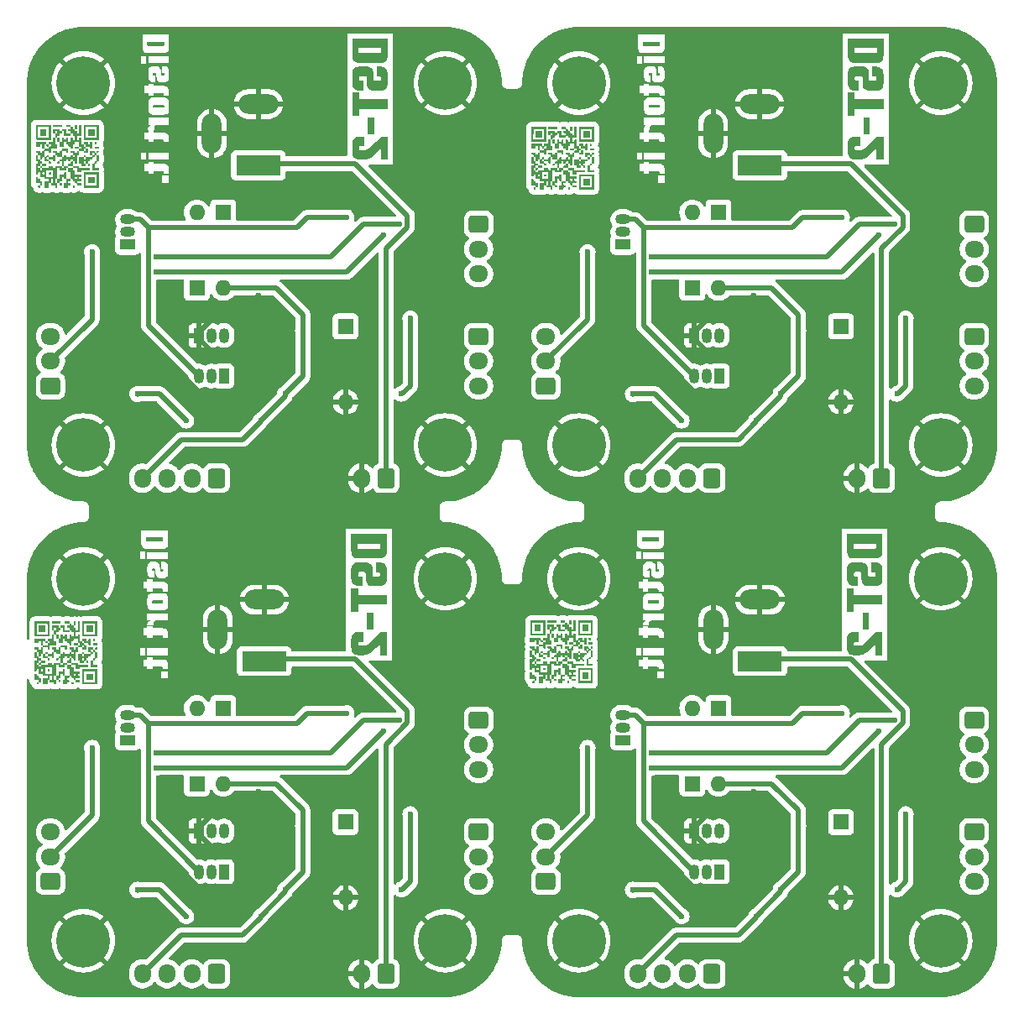
<source format=gbr>
%TF.GenerationSoftware,KiCad,Pcbnew,8.0.3*%
%TF.CreationDate,2025-04-01T20:28:10+03:00*%
%TF.ProjectId,DST-2,4453542d-322e-46b6-9963-61645f706362,rev?*%
%TF.SameCoordinates,Original*%
%TF.FileFunction,Copper,L2,Bot*%
%TF.FilePolarity,Positive*%
%FSLAX46Y46*%
G04 Gerber Fmt 4.6, Leading zero omitted, Abs format (unit mm)*
G04 Created by KiCad (PCBNEW 8.0.3) date 2025-04-01 20:28:10*
%MOMM*%
%LPD*%
G01*
G04 APERTURE LIST*
G04 Aperture macros list*
%AMRoundRect*
0 Rectangle with rounded corners*
0 $1 Rounding radius*
0 $2 $3 $4 $5 $6 $7 $8 $9 X,Y pos of 4 corners*
0 Add a 4 corners polygon primitive as box body*
4,1,4,$2,$3,$4,$5,$6,$7,$8,$9,$2,$3,0*
0 Add four circle primitives for the rounded corners*
1,1,$1+$1,$2,$3*
1,1,$1+$1,$4,$5*
1,1,$1+$1,$6,$7*
1,1,$1+$1,$8,$9*
0 Add four rect primitives between the rounded corners*
20,1,$1+$1,$2,$3,$4,$5,0*
20,1,$1+$1,$4,$5,$6,$7,0*
20,1,$1+$1,$6,$7,$8,$9,0*
20,1,$1+$1,$8,$9,$2,$3,0*%
G04 Aperture macros list end*
%TA.AperFunction,NonConductor*%
%ADD10C,0.000000*%
%TD*%
%TA.AperFunction,Conductor*%
%ADD11C,0.000000*%
%TD*%
%ADD12C,0.200000*%
%TA.AperFunction,NonConductor*%
%ADD13C,0.200000*%
%TD*%
%TA.AperFunction,ComponentPad*%
%ADD14R,1.600000X1.600000*%
%TD*%
%TA.AperFunction,ComponentPad*%
%ADD15O,1.600000X1.600000*%
%TD*%
%TA.AperFunction,ComponentPad*%
%ADD16R,4.500000X2.000000*%
%TD*%
%TA.AperFunction,ComponentPad*%
%ADD17O,4.000000X2.000000*%
%TD*%
%TA.AperFunction,ComponentPad*%
%ADD18O,2.000000X4.000000*%
%TD*%
%TA.AperFunction,ComponentPad*%
%ADD19RoundRect,0.250000X-0.725000X0.600000X-0.725000X-0.600000X0.725000X-0.600000X0.725000X0.600000X0*%
%TD*%
%TA.AperFunction,ComponentPad*%
%ADD20O,1.950000X1.700000*%
%TD*%
%TA.AperFunction,ComponentPad*%
%ADD21RoundRect,0.250000X0.600000X0.750000X-0.600000X0.750000X-0.600000X-0.750000X0.600000X-0.750000X0*%
%TD*%
%TA.AperFunction,ComponentPad*%
%ADD22O,1.700000X2.000000*%
%TD*%
%TA.AperFunction,ComponentPad*%
%ADD23C,0.800000*%
%TD*%
%TA.AperFunction,ComponentPad*%
%ADD24C,5.400000*%
%TD*%
%TA.AperFunction,ComponentPad*%
%ADD25O,1.500000X1.050000*%
%TD*%
%TA.AperFunction,ComponentPad*%
%ADD26R,1.500000X1.050000*%
%TD*%
%TA.AperFunction,ComponentPad*%
%ADD27RoundRect,0.250000X0.725000X-0.600000X0.725000X0.600000X-0.725000X0.600000X-0.725000X-0.600000X0*%
%TD*%
%TA.AperFunction,ComponentPad*%
%ADD28O,1.050000X1.500000*%
%TD*%
%TA.AperFunction,ComponentPad*%
%ADD29R,1.050000X1.500000*%
%TD*%
%TA.AperFunction,ComponentPad*%
%ADD30O,1.700000X1.950000*%
%TD*%
%TA.AperFunction,ComponentPad*%
%ADD31RoundRect,0.250000X0.600000X0.725000X-0.600000X0.725000X-0.600000X-0.725000X0.600000X-0.725000X0*%
%TD*%
%TA.AperFunction,ViaPad*%
%ADD32C,0.600000*%
%TD*%
%TA.AperFunction,Conductor*%
%ADD33C,0.500000*%
%TD*%
G04 APERTURE END LIST*
D10*
%TA.AperFunction,NonConductor*%
G36*
X105265799Y-107209591D02*
G01*
X105281240Y-107210119D01*
X105294780Y-107211165D01*
X105306541Y-107212862D01*
X105311794Y-107213996D01*
X105316649Y-107215344D01*
X105321122Y-107216922D01*
X105325227Y-107218746D01*
X105328982Y-107220834D01*
X105332400Y-107223202D01*
X105335498Y-107225868D01*
X105338291Y-107228847D01*
X105340795Y-107232157D01*
X105343025Y-107235815D01*
X105344996Y-107239837D01*
X105346725Y-107244240D01*
X105348226Y-107249041D01*
X105349515Y-107254256D01*
X105350608Y-107259903D01*
X105351520Y-107265999D01*
X105352864Y-107279602D01*
X105353670Y-107295200D01*
X105354063Y-107312926D01*
X105354166Y-107332916D01*
X105354063Y-107352907D01*
X105353670Y-107370633D01*
X105352864Y-107386231D01*
X105351520Y-107399834D01*
X105350608Y-107405929D01*
X105349515Y-107411576D01*
X105348226Y-107416792D01*
X105346725Y-107421593D01*
X105344996Y-107425996D01*
X105343025Y-107430018D01*
X105340795Y-107433676D01*
X105338291Y-107436986D01*
X105335498Y-107439965D01*
X105332400Y-107442631D01*
X105328982Y-107444999D01*
X105325227Y-107447087D01*
X105321122Y-107448911D01*
X105316649Y-107450489D01*
X105311794Y-107451837D01*
X105306541Y-107452971D01*
X105300875Y-107453909D01*
X105294780Y-107454668D01*
X105281240Y-107455713D01*
X105265799Y-107456242D01*
X105248333Y-107456389D01*
X105230866Y-107456242D01*
X105215425Y-107455713D01*
X105201886Y-107454668D01*
X105190124Y-107452971D01*
X105184872Y-107451837D01*
X105180017Y-107450489D01*
X105175544Y-107448911D01*
X105171438Y-107447087D01*
X105167684Y-107444999D01*
X105164266Y-107442631D01*
X105161168Y-107439965D01*
X105158374Y-107436986D01*
X105155871Y-107433676D01*
X105153641Y-107430018D01*
X105151669Y-107425996D01*
X105149941Y-107421593D01*
X105148440Y-107416792D01*
X105147150Y-107411576D01*
X105146057Y-107405929D01*
X105145145Y-107399834D01*
X105143802Y-107386231D01*
X105142995Y-107370633D01*
X105142603Y-107352907D01*
X105142499Y-107332916D01*
X105142603Y-107312926D01*
X105142995Y-107295200D01*
X105143802Y-107279602D01*
X105145145Y-107265999D01*
X105146057Y-107259903D01*
X105147150Y-107254256D01*
X105148440Y-107249041D01*
X105149941Y-107244240D01*
X105151669Y-107239837D01*
X105153641Y-107235815D01*
X105155871Y-107232157D01*
X105158374Y-107228847D01*
X105161168Y-107225868D01*
X105164266Y-107223202D01*
X105167684Y-107220834D01*
X105171438Y-107218746D01*
X105175544Y-107216922D01*
X105180017Y-107215344D01*
X105184872Y-107213996D01*
X105190124Y-107212862D01*
X105195791Y-107211924D01*
X105201886Y-107211165D01*
X105215425Y-107210119D01*
X105230866Y-107209591D01*
X105248333Y-107209444D01*
X105265799Y-107209591D01*
G37*
%TD.AperFunction*%
%TA.AperFunction,NonConductor*%
G36*
X103837222Y-102835000D02*
G01*
X103590277Y-102835000D01*
X103590277Y-102411667D01*
X103837222Y-102411667D01*
X103837222Y-102835000D01*
G37*
%TD.AperFunction*%
%TA.AperFunction,NonConductor*%
G36*
X104048888Y-101318056D02*
G01*
X103166944Y-101318056D01*
X103166944Y-101106389D01*
X104048888Y-101106389D01*
X104048888Y-101318056D01*
G37*
%TD.AperFunction*%
%TA.AperFunction,NonConductor*%
G36*
X102496667Y-105269167D02*
G01*
X102073333Y-105269167D01*
X102073333Y-105375000D01*
X102073191Y-105391885D01*
X102072692Y-105406895D01*
X102071729Y-105420137D01*
X102070191Y-105431720D01*
X102069174Y-105436924D01*
X102067972Y-105441753D01*
X102066572Y-105446222D01*
X102064962Y-105450344D01*
X102063126Y-105454133D01*
X102061052Y-105457602D01*
X102058726Y-105460765D01*
X102056135Y-105463635D01*
X102053265Y-105466227D01*
X102050102Y-105468552D01*
X102046633Y-105470626D01*
X102042844Y-105472462D01*
X102038722Y-105474072D01*
X102034253Y-105475472D01*
X102029423Y-105476674D01*
X102024220Y-105477691D01*
X102012636Y-105479229D01*
X101999394Y-105480192D01*
X101984385Y-105480691D01*
X101967500Y-105480833D01*
X101950615Y-105480691D01*
X101935605Y-105480192D01*
X101922363Y-105479229D01*
X101910780Y-105477691D01*
X101905576Y-105476674D01*
X101900747Y-105475472D01*
X101896278Y-105474072D01*
X101892156Y-105472462D01*
X101888367Y-105470626D01*
X101884898Y-105468552D01*
X101881735Y-105466227D01*
X101878865Y-105463635D01*
X101876273Y-105460765D01*
X101873948Y-105457602D01*
X101871874Y-105454133D01*
X101870038Y-105450344D01*
X101868428Y-105446222D01*
X101867028Y-105441753D01*
X101865826Y-105436924D01*
X101864809Y-105431720D01*
X101863271Y-105420137D01*
X101862307Y-105406895D01*
X101861809Y-105391885D01*
X101861667Y-105375000D01*
X101861809Y-105358115D01*
X101862307Y-105343105D01*
X101863271Y-105329863D01*
X101864809Y-105318280D01*
X101865826Y-105313077D01*
X101867028Y-105308247D01*
X101868428Y-105303778D01*
X101870038Y-105299656D01*
X101871874Y-105295867D01*
X101873948Y-105292398D01*
X101876273Y-105289235D01*
X101878865Y-105286365D01*
X101881735Y-105283773D01*
X101884898Y-105281448D01*
X101888367Y-105279374D01*
X101892156Y-105277538D01*
X101896278Y-105275928D01*
X101900747Y-105274528D01*
X101905576Y-105273326D01*
X101910780Y-105272309D01*
X101922363Y-105270771D01*
X101935605Y-105269808D01*
X101950615Y-105269309D01*
X101967500Y-105269167D01*
X101984966Y-105269020D01*
X102000407Y-105268491D01*
X102013947Y-105267446D01*
X102025708Y-105265749D01*
X102030961Y-105264615D01*
X102035816Y-105263267D01*
X102040289Y-105261689D01*
X102044394Y-105259865D01*
X102048149Y-105257777D01*
X102051567Y-105255409D01*
X102054665Y-105252743D01*
X102057458Y-105249764D01*
X102059962Y-105246454D01*
X102062192Y-105242796D01*
X102064163Y-105238774D01*
X102065892Y-105234371D01*
X102067393Y-105229570D01*
X102068682Y-105224355D01*
X102069775Y-105218708D01*
X102070687Y-105212612D01*
X102072031Y-105199009D01*
X102072837Y-105183411D01*
X102073230Y-105165685D01*
X102073333Y-105145694D01*
X102073333Y-105022222D01*
X102496667Y-105022222D01*
X102496667Y-105269167D01*
G37*
%TD.AperFunction*%
%TA.AperFunction,NonConductor*%
G36*
X105777499Y-103505278D02*
G01*
X105354166Y-103505278D01*
X105354166Y-103293611D01*
X105777499Y-103293611D01*
X105777499Y-103505278D01*
G37*
%TD.AperFunction*%
%TA.AperFunction,NonConductor*%
G36*
X102866330Y-105904309D02*
G01*
X102881339Y-105904807D01*
X102894581Y-105905771D01*
X102906164Y-105907308D01*
X102911368Y-105908326D01*
X102916197Y-105909528D01*
X102920666Y-105910927D01*
X102924789Y-105912538D01*
X102928577Y-105914374D01*
X102932046Y-105916447D01*
X102935209Y-105918773D01*
X102938080Y-105921364D01*
X102940671Y-105924235D01*
X102942997Y-105927398D01*
X102945070Y-105930867D01*
X102946906Y-105934655D01*
X102948517Y-105938778D01*
X102949916Y-105943247D01*
X102951118Y-105948076D01*
X102952136Y-105953280D01*
X102953673Y-105964863D01*
X102954637Y-105978105D01*
X102955135Y-105993114D01*
X102955277Y-106010000D01*
X102955135Y-106026885D01*
X102954637Y-106041894D01*
X102953673Y-106055136D01*
X102952136Y-106066720D01*
X102951118Y-106071923D01*
X102949916Y-106076753D01*
X102948517Y-106081222D01*
X102946906Y-106085344D01*
X102945070Y-106089133D01*
X102942997Y-106092602D01*
X102940671Y-106095765D01*
X102938080Y-106098635D01*
X102935209Y-106101226D01*
X102932046Y-106103552D01*
X102928577Y-106105626D01*
X102924789Y-106107461D01*
X102920666Y-106109072D01*
X102916197Y-106110472D01*
X102911368Y-106111673D01*
X102906164Y-106112691D01*
X102894581Y-106114228D01*
X102881339Y-106115192D01*
X102866330Y-106115691D01*
X102849444Y-106115833D01*
X102832559Y-106115691D01*
X102817550Y-106115192D01*
X102804308Y-106114228D01*
X102792724Y-106112691D01*
X102787521Y-106111673D01*
X102782691Y-106110472D01*
X102778222Y-106109072D01*
X102774100Y-106107461D01*
X102770311Y-106105626D01*
X102766842Y-106103552D01*
X102763679Y-106101226D01*
X102760809Y-106098635D01*
X102758218Y-106095765D01*
X102755892Y-106092602D01*
X102753818Y-106089133D01*
X102751983Y-106085344D01*
X102750372Y-106081222D01*
X102748972Y-106076753D01*
X102747771Y-106071923D01*
X102746753Y-106066720D01*
X102745216Y-106055136D01*
X102744252Y-106041894D01*
X102743753Y-106026885D01*
X102743611Y-106010000D01*
X102743753Y-105993114D01*
X102744252Y-105978105D01*
X102745216Y-105964863D01*
X102746753Y-105953280D01*
X102747771Y-105948076D01*
X102748972Y-105943247D01*
X102750372Y-105938778D01*
X102751983Y-105934655D01*
X102753818Y-105930867D01*
X102755892Y-105927398D01*
X102758218Y-105924235D01*
X102760809Y-105921364D01*
X102763679Y-105918773D01*
X102766842Y-105916447D01*
X102770311Y-105914374D01*
X102774100Y-105912538D01*
X102778222Y-105910927D01*
X102782691Y-105909528D01*
X102787521Y-105908326D01*
X102792724Y-105907308D01*
X102804308Y-105905771D01*
X102817550Y-105904807D01*
X102832559Y-105904309D01*
X102849444Y-105904167D01*
X102866330Y-105904309D01*
G37*
%TD.AperFunction*%
D11*
%TA.AperFunction,Conductor*%
%TO.N,+9V*%
G36*
X102496667Y-102200000D02*
G01*
X101861667Y-102200000D01*
X101861667Y-101529723D01*
X102496667Y-101529723D01*
X102496667Y-102200000D01*
G37*
%TD.AperFunction*%
%TA.AperFunction,Conductor*%
G36*
X102175638Y-101106389D02*
G01*
X102955277Y-101106389D01*
X102955277Y-102623334D01*
X102182694Y-102623334D01*
X102056005Y-102623280D01*
X101943908Y-102623072D01*
X101845537Y-102622636D01*
X101760023Y-102621900D01*
X101721816Y-102621398D01*
X101686497Y-102620793D01*
X101653959Y-102620077D01*
X101624093Y-102619241D01*
X101596790Y-102618276D01*
X101571941Y-102617172D01*
X101549439Y-102615921D01*
X101529174Y-102614514D01*
X101511038Y-102612942D01*
X101494922Y-102611195D01*
X101480719Y-102609264D01*
X101474301Y-102608228D01*
X101468319Y-102607142D01*
X101462762Y-102606005D01*
X101457615Y-102604817D01*
X101452864Y-102603577D01*
X101448496Y-102602282D01*
X101444498Y-102600933D01*
X101440856Y-102599528D01*
X101437556Y-102598065D01*
X101434585Y-102596545D01*
X101431929Y-102594964D01*
X101429575Y-102593324D01*
X101427509Y-102591621D01*
X101425717Y-102589856D01*
X101424187Y-102588027D01*
X101422904Y-102586132D01*
X101421854Y-102584172D01*
X101421025Y-102582144D01*
X101420403Y-102580048D01*
X101419974Y-102577882D01*
X101419724Y-102575645D01*
X101419640Y-102573337D01*
X101419709Y-102570955D01*
X101419917Y-102568499D01*
X101420695Y-102563361D01*
X101423326Y-102536269D01*
X101425876Y-102483545D01*
X101429174Y-102359674D01*
X101631107Y-102359674D01*
X101632718Y-102370038D01*
X101636881Y-102378925D01*
X101644393Y-102386447D01*
X101656050Y-102392719D01*
X101672646Y-102397854D01*
X101694979Y-102401966D01*
X101723844Y-102405168D01*
X101760036Y-102407574D01*
X101857588Y-102410454D01*
X102175638Y-102411667D01*
X102725972Y-102411667D01*
X102733027Y-101910722D01*
X102734020Y-101808079D01*
X102734351Y-101710686D01*
X102734020Y-101620818D01*
X102733028Y-101540747D01*
X102731374Y-101472748D01*
X102729059Y-101419094D01*
X102726082Y-101382059D01*
X102724346Y-101370484D01*
X102722444Y-101363917D01*
X102718241Y-101357588D01*
X102710813Y-101351818D01*
X102699996Y-101346585D01*
X102685623Y-101341868D01*
X102667529Y-101337648D01*
X102645550Y-101333903D01*
X102589270Y-101327757D01*
X102515463Y-101323265D01*
X102422803Y-101320261D01*
X102309970Y-101318580D01*
X102175638Y-101318056D01*
X101650000Y-101318056D01*
X101646472Y-101787250D01*
X101643275Y-101973396D01*
X101639417Y-102138705D01*
X101635558Y-102264989D01*
X101632361Y-102334056D01*
X101631107Y-102359674D01*
X101429174Y-102359674D01*
X101430396Y-102313771D01*
X101433592Y-102079174D01*
X101434805Y-101804889D01*
X101438333Y-101106389D01*
X102175638Y-101106389D01*
G37*
%TD.AperFunction*%
D10*
%TA.AperFunction,NonConductor*%
G36*
X104683888Y-103928611D02*
G01*
X104578055Y-103928611D01*
X104561170Y-103928469D01*
X104546160Y-103927971D01*
X104532918Y-103927007D01*
X104521335Y-103925469D01*
X104516131Y-103924452D01*
X104511302Y-103923250D01*
X104506833Y-103921850D01*
X104502711Y-103920240D01*
X104498922Y-103918404D01*
X104495453Y-103916330D01*
X104492290Y-103914005D01*
X104489420Y-103911413D01*
X104486828Y-103908543D01*
X104484503Y-103905380D01*
X104482429Y-103901911D01*
X104480593Y-103898122D01*
X104478982Y-103894000D01*
X104477583Y-103889531D01*
X104476381Y-103884702D01*
X104475364Y-103879498D01*
X104473826Y-103867915D01*
X104472862Y-103854673D01*
X104472364Y-103839663D01*
X104472222Y-103822778D01*
X104472222Y-103716945D01*
X104048888Y-103716945D01*
X104048888Y-104387222D01*
X103590277Y-104387222D01*
X103590277Y-104281389D01*
X103590135Y-104264504D01*
X103589636Y-104249494D01*
X103588673Y-104236252D01*
X103587135Y-104224669D01*
X103586118Y-104219465D01*
X103584916Y-104214636D01*
X103583516Y-104210167D01*
X103581906Y-104206045D01*
X103580070Y-104202256D01*
X103577996Y-104198787D01*
X103575671Y-104195624D01*
X103573079Y-104192754D01*
X103570209Y-104190162D01*
X103567046Y-104187837D01*
X103563577Y-104185763D01*
X103559788Y-104183927D01*
X103555666Y-104182317D01*
X103551197Y-104180917D01*
X103546367Y-104179715D01*
X103541164Y-104178698D01*
X103529581Y-104177160D01*
X103516339Y-104176197D01*
X103501329Y-104175698D01*
X103484444Y-104175556D01*
X103378611Y-104175556D01*
X103378611Y-104810556D01*
X103272777Y-104810556D01*
X103255892Y-104810414D01*
X103240883Y-104809915D01*
X103227641Y-104808951D01*
X103216058Y-104807414D01*
X103210854Y-104806396D01*
X103206025Y-104805194D01*
X103201556Y-104803795D01*
X103197433Y-104802184D01*
X103193645Y-104800349D01*
X103190175Y-104798275D01*
X103187013Y-104795949D01*
X103184142Y-104793358D01*
X103181551Y-104790487D01*
X103179225Y-104787325D01*
X103177151Y-104783855D01*
X103175316Y-104780067D01*
X103173705Y-104775944D01*
X103172306Y-104771475D01*
X103171104Y-104766646D01*
X103170086Y-104761442D01*
X103168549Y-104749859D01*
X103167585Y-104736617D01*
X103167086Y-104721608D01*
X103166944Y-104704722D01*
X103166944Y-104598889D01*
X102743611Y-104598889D01*
X102743611Y-104704722D01*
X102743753Y-104721608D01*
X102744252Y-104736617D01*
X102745216Y-104749859D01*
X102746753Y-104761442D01*
X102747771Y-104766646D01*
X102748972Y-104771475D01*
X102750372Y-104775944D01*
X102751983Y-104780067D01*
X102753818Y-104783855D01*
X102755892Y-104787325D01*
X102758218Y-104790487D01*
X102760809Y-104793358D01*
X102763679Y-104795949D01*
X102766842Y-104798275D01*
X102770311Y-104800349D01*
X102774100Y-104802184D01*
X102778222Y-104803795D01*
X102782691Y-104805194D01*
X102787521Y-104806396D01*
X102792724Y-104807414D01*
X102804308Y-104808951D01*
X102817550Y-104809915D01*
X102832559Y-104810414D01*
X102849444Y-104810556D01*
X102866330Y-104810698D01*
X102881339Y-104811197D01*
X102894581Y-104812160D01*
X102906164Y-104813698D01*
X102911368Y-104814715D01*
X102916197Y-104815917D01*
X102920666Y-104817317D01*
X102924789Y-104818927D01*
X102928577Y-104820763D01*
X102932046Y-104822837D01*
X102935209Y-104825162D01*
X102938080Y-104827754D01*
X102940671Y-104830624D01*
X102942997Y-104833787D01*
X102945070Y-104837256D01*
X102946906Y-104841045D01*
X102948517Y-104845167D01*
X102949916Y-104849636D01*
X102951118Y-104854465D01*
X102952136Y-104859669D01*
X102953673Y-104871252D01*
X102954637Y-104884494D01*
X102955135Y-104899504D01*
X102955277Y-104916389D01*
X102955135Y-104933274D01*
X102954637Y-104948284D01*
X102953673Y-104961526D01*
X102952136Y-104973109D01*
X102951118Y-104978313D01*
X102949916Y-104983142D01*
X102948517Y-104987611D01*
X102946906Y-104991733D01*
X102945070Y-104995522D01*
X102942997Y-104998991D01*
X102940671Y-105002154D01*
X102938080Y-105005024D01*
X102935209Y-105007616D01*
X102932046Y-105009941D01*
X102928577Y-105012015D01*
X102924789Y-105013851D01*
X102920666Y-105015461D01*
X102916197Y-105016861D01*
X102911368Y-105018063D01*
X102906164Y-105019080D01*
X102894581Y-105020618D01*
X102881339Y-105021582D01*
X102866330Y-105022080D01*
X102849444Y-105022222D01*
X102832559Y-105022080D01*
X102817550Y-105021582D01*
X102804308Y-105020618D01*
X102792724Y-105019080D01*
X102787521Y-105018063D01*
X102782691Y-105016861D01*
X102778222Y-105015461D01*
X102774100Y-105013851D01*
X102770311Y-105012015D01*
X102766842Y-105009941D01*
X102763679Y-105007616D01*
X102760809Y-105005024D01*
X102758218Y-105002154D01*
X102755892Y-104998991D01*
X102753818Y-104995522D01*
X102751983Y-104991733D01*
X102750372Y-104987611D01*
X102748972Y-104983142D01*
X102747771Y-104978313D01*
X102746753Y-104973109D01*
X102745216Y-104961526D01*
X102744252Y-104948284D01*
X102743753Y-104933274D01*
X102743611Y-104916389D01*
X102743611Y-104810556D01*
X102285000Y-104810556D01*
X102285000Y-104493055D01*
X102496667Y-104493055D01*
X102496813Y-104510522D01*
X102497342Y-104525963D01*
X102498387Y-104539502D01*
X102500084Y-104551264D01*
X102501219Y-104556517D01*
X102502566Y-104561372D01*
X102504144Y-104565845D01*
X102505968Y-104569950D01*
X102508056Y-104573705D01*
X102510425Y-104577123D01*
X102513090Y-104580221D01*
X102516069Y-104583014D01*
X102519379Y-104585518D01*
X102523037Y-104587748D01*
X102527059Y-104589719D01*
X102531462Y-104591448D01*
X102536263Y-104592949D01*
X102541479Y-104594238D01*
X102547126Y-104595331D01*
X102553221Y-104596243D01*
X102566824Y-104597587D01*
X102582422Y-104598393D01*
X102600149Y-104598786D01*
X102620139Y-104598889D01*
X102640129Y-104598786D01*
X102657856Y-104598393D01*
X102673453Y-104597587D01*
X102687056Y-104596243D01*
X102693152Y-104595331D01*
X102698799Y-104594238D01*
X102704014Y-104592949D01*
X102708815Y-104591448D01*
X102713218Y-104589719D01*
X102717240Y-104587748D01*
X102720898Y-104585518D01*
X102724208Y-104583014D01*
X102727187Y-104580221D01*
X102729853Y-104577123D01*
X102732221Y-104573705D01*
X102734309Y-104569950D01*
X102736134Y-104565845D01*
X102737711Y-104561372D01*
X102739059Y-104556517D01*
X102740193Y-104551264D01*
X102741132Y-104545598D01*
X102741890Y-104539502D01*
X102742936Y-104525963D01*
X102743465Y-104510522D01*
X102743611Y-104493055D01*
X102743465Y-104475589D01*
X102742936Y-104460148D01*
X102741890Y-104446609D01*
X102740193Y-104434847D01*
X102739059Y-104429594D01*
X102737711Y-104424739D01*
X102736134Y-104420267D01*
X102734309Y-104416161D01*
X102732221Y-104412407D01*
X102729853Y-104408989D01*
X102727187Y-104405891D01*
X102724208Y-104403097D01*
X102720898Y-104400594D01*
X102717240Y-104398364D01*
X102713218Y-104396392D01*
X102708815Y-104394664D01*
X102704014Y-104393163D01*
X102698799Y-104391873D01*
X102693152Y-104390780D01*
X102687056Y-104389868D01*
X102673453Y-104388525D01*
X102657856Y-104387719D01*
X102640129Y-104387326D01*
X102620139Y-104387222D01*
X102600149Y-104387326D01*
X102582422Y-104387719D01*
X102566824Y-104388525D01*
X102553221Y-104389868D01*
X102547126Y-104390780D01*
X102541479Y-104391873D01*
X102536263Y-104393163D01*
X102531462Y-104394664D01*
X102527059Y-104396392D01*
X102523037Y-104398364D01*
X102519379Y-104400594D01*
X102516069Y-104403097D01*
X102513090Y-104405891D01*
X102510425Y-104408989D01*
X102508056Y-104412407D01*
X102505968Y-104416161D01*
X102504144Y-104420267D01*
X102502566Y-104424739D01*
X102501219Y-104429594D01*
X102500084Y-104434847D01*
X102499146Y-104440514D01*
X102498387Y-104446609D01*
X102497342Y-104460148D01*
X102496813Y-104475589D01*
X102496667Y-104493055D01*
X102285000Y-104493055D01*
X102285000Y-104387222D01*
X102390833Y-104387222D01*
X102407718Y-104387080D01*
X102422728Y-104386582D01*
X102435970Y-104385618D01*
X102447553Y-104384081D01*
X102452757Y-104383063D01*
X102457586Y-104381861D01*
X102462055Y-104380462D01*
X102466177Y-104378851D01*
X102469966Y-104377015D01*
X102473435Y-104374942D01*
X102476598Y-104372616D01*
X102479469Y-104370025D01*
X102482060Y-104367154D01*
X102484386Y-104363991D01*
X102486459Y-104360522D01*
X102488295Y-104356733D01*
X102489906Y-104352611D01*
X102491305Y-104348142D01*
X102492507Y-104343313D01*
X102493525Y-104338109D01*
X102495062Y-104326526D01*
X102496026Y-104313284D01*
X102496524Y-104298274D01*
X102496667Y-104281389D01*
X102496813Y-104263922D01*
X102497342Y-104248482D01*
X102498387Y-104234942D01*
X102500084Y-104223181D01*
X102501219Y-104217928D01*
X102502566Y-104213073D01*
X102504144Y-104208600D01*
X102505968Y-104204495D01*
X102508056Y-104200740D01*
X102510425Y-104197322D01*
X102513090Y-104194224D01*
X102516069Y-104191431D01*
X102519379Y-104188927D01*
X102523037Y-104186697D01*
X102527059Y-104184726D01*
X102531462Y-104182997D01*
X102536263Y-104181496D01*
X102541479Y-104180207D01*
X102547126Y-104179114D01*
X102553221Y-104178202D01*
X102566824Y-104176858D01*
X102582422Y-104176052D01*
X102600149Y-104175659D01*
X102620139Y-104175556D01*
X102640129Y-104175659D01*
X102657856Y-104176052D01*
X102673453Y-104176858D01*
X102687056Y-104178202D01*
X102693152Y-104179114D01*
X102698799Y-104180207D01*
X102704014Y-104181496D01*
X102708815Y-104182997D01*
X102713218Y-104184726D01*
X102717240Y-104186697D01*
X102720898Y-104188927D01*
X102724208Y-104191431D01*
X102727187Y-104194224D01*
X102729853Y-104197322D01*
X102732221Y-104200740D01*
X102734309Y-104204495D01*
X102736134Y-104208600D01*
X102737711Y-104213073D01*
X102739059Y-104217928D01*
X102740193Y-104223181D01*
X102741132Y-104228847D01*
X102741890Y-104234942D01*
X102742936Y-104248482D01*
X102743465Y-104263922D01*
X102743611Y-104281389D01*
X102743611Y-104387222D01*
X103166944Y-104387222D01*
X103166944Y-104281389D01*
X103167086Y-104264504D01*
X103167585Y-104249494D01*
X103168549Y-104236252D01*
X103170086Y-104224669D01*
X103171104Y-104219465D01*
X103172306Y-104214636D01*
X103173705Y-104210167D01*
X103175316Y-104206045D01*
X103177151Y-104202256D01*
X103179225Y-104198787D01*
X103181551Y-104195624D01*
X103184142Y-104192754D01*
X103187013Y-104190162D01*
X103190175Y-104187837D01*
X103193645Y-104185763D01*
X103197433Y-104183927D01*
X103201556Y-104182317D01*
X103206025Y-104180917D01*
X103210854Y-104179715D01*
X103216058Y-104178698D01*
X103227641Y-104177160D01*
X103240883Y-104176197D01*
X103255892Y-104175698D01*
X103272777Y-104175556D01*
X103290244Y-104175409D01*
X103305685Y-104174881D01*
X103319224Y-104173835D01*
X103330986Y-104172138D01*
X103336239Y-104171004D01*
X103341094Y-104169656D01*
X103345566Y-104168078D01*
X103349672Y-104166254D01*
X103353426Y-104164166D01*
X103356845Y-104161798D01*
X103359943Y-104159132D01*
X103362736Y-104156153D01*
X103365239Y-104152843D01*
X103367469Y-104149185D01*
X103369441Y-104145163D01*
X103371169Y-104140760D01*
X103372671Y-104135959D01*
X103373960Y-104130744D01*
X103375053Y-104125097D01*
X103375965Y-104119001D01*
X103377309Y-104105398D01*
X103378115Y-104089800D01*
X103378507Y-104072074D01*
X103378611Y-104052084D01*
X103378507Y-104032093D01*
X103378115Y-104014367D01*
X103377309Y-103998769D01*
X103375965Y-103985166D01*
X103375053Y-103979071D01*
X103373960Y-103973423D01*
X103372671Y-103968208D01*
X103371169Y-103963407D01*
X103369441Y-103959004D01*
X103367469Y-103954982D01*
X103365239Y-103951324D01*
X103362736Y-103948014D01*
X103359943Y-103945035D01*
X103356845Y-103942369D01*
X103353426Y-103940001D01*
X103349672Y-103937913D01*
X103345566Y-103936089D01*
X103341094Y-103934511D01*
X103336239Y-103933163D01*
X103330986Y-103932029D01*
X103325319Y-103931091D01*
X103319224Y-103930332D01*
X103305685Y-103929287D01*
X103290244Y-103928758D01*
X103272777Y-103928611D01*
X103255892Y-103928469D01*
X103240883Y-103927971D01*
X103227641Y-103927007D01*
X103216058Y-103925469D01*
X103210854Y-103924452D01*
X103206025Y-103923250D01*
X103201556Y-103921850D01*
X103197433Y-103920240D01*
X103193645Y-103918404D01*
X103190175Y-103916330D01*
X103187013Y-103914005D01*
X103184142Y-103911413D01*
X103181551Y-103908543D01*
X103179225Y-103905380D01*
X103177151Y-103901911D01*
X103175316Y-103898122D01*
X103173705Y-103894000D01*
X103172306Y-103889531D01*
X103171104Y-103884702D01*
X103170086Y-103879498D01*
X103168549Y-103867915D01*
X103167585Y-103854673D01*
X103167086Y-103839663D01*
X103166944Y-103822778D01*
X103166944Y-103716945D01*
X103590277Y-103716945D01*
X103590277Y-103822778D01*
X103590424Y-103840245D01*
X103590953Y-103855686D01*
X103591998Y-103869225D01*
X103593695Y-103880986D01*
X103594829Y-103886239D01*
X103596177Y-103891094D01*
X103597755Y-103895567D01*
X103599579Y-103899673D01*
X103601667Y-103903427D01*
X103604035Y-103906845D01*
X103606701Y-103909943D01*
X103609680Y-103912736D01*
X103612990Y-103915240D01*
X103616648Y-103917470D01*
X103620670Y-103919441D01*
X103625073Y-103921170D01*
X103629874Y-103922671D01*
X103635089Y-103923960D01*
X103640737Y-103925053D01*
X103646832Y-103925966D01*
X103660435Y-103927309D01*
X103676033Y-103928115D01*
X103693759Y-103928508D01*
X103713750Y-103928611D01*
X103733740Y-103928508D01*
X103751466Y-103928115D01*
X103767064Y-103927309D01*
X103780667Y-103925966D01*
X103786763Y-103925053D01*
X103792410Y-103923960D01*
X103797625Y-103922671D01*
X103802426Y-103921170D01*
X103806829Y-103919441D01*
X103810851Y-103917470D01*
X103814509Y-103915240D01*
X103817819Y-103912736D01*
X103820798Y-103909943D01*
X103823464Y-103906845D01*
X103825832Y-103903427D01*
X103827920Y-103899673D01*
X103829744Y-103895567D01*
X103831322Y-103891094D01*
X103832670Y-103886239D01*
X103833804Y-103880986D01*
X103834742Y-103875320D01*
X103835501Y-103869225D01*
X103836546Y-103855686D01*
X103837075Y-103840245D01*
X103837222Y-103822778D01*
X103837364Y-103805893D01*
X103837863Y-103790883D01*
X103838826Y-103777641D01*
X103840364Y-103766058D01*
X103841381Y-103760854D01*
X103842583Y-103756025D01*
X103843983Y-103751556D01*
X103845593Y-103747434D01*
X103847429Y-103743645D01*
X103849503Y-103740176D01*
X103851828Y-103737013D01*
X103854420Y-103734143D01*
X103857290Y-103731551D01*
X103860453Y-103729226D01*
X103863922Y-103727152D01*
X103867711Y-103725316D01*
X103871833Y-103723706D01*
X103876302Y-103722306D01*
X103881132Y-103721104D01*
X103886335Y-103720087D01*
X103897918Y-103718549D01*
X103911160Y-103717585D01*
X103926170Y-103717087D01*
X103959940Y-103716803D01*
X103974950Y-103716304D01*
X103988192Y-103715340D01*
X103999775Y-103713803D01*
X104004979Y-103712785D01*
X104009808Y-103711583D01*
X104014277Y-103710184D01*
X104018399Y-103708573D01*
X104022188Y-103706738D01*
X104025657Y-103704664D01*
X104028820Y-103702338D01*
X104031690Y-103699747D01*
X104034282Y-103696877D01*
X104036607Y-103693714D01*
X104038681Y-103690244D01*
X104040517Y-103686456D01*
X104042127Y-103682333D01*
X104043527Y-103677864D01*
X104044729Y-103673035D01*
X104045746Y-103667831D01*
X104047284Y-103656248D01*
X104048247Y-103643006D01*
X104048746Y-103627997D01*
X104048888Y-103611111D01*
X104048888Y-103505278D01*
X104683888Y-103505278D01*
X104683888Y-103928611D01*
G37*
%TD.AperFunction*%
%TA.AperFunction,NonConductor*%
G36*
X101546518Y-106362881D02*
G01*
X101564244Y-106363274D01*
X101579842Y-106364080D01*
X101593445Y-106365423D01*
X101599541Y-106366335D01*
X101605188Y-106367428D01*
X101610403Y-106368718D01*
X101615204Y-106370219D01*
X101619607Y-106371947D01*
X101623629Y-106373919D01*
X101627287Y-106376149D01*
X101630597Y-106378652D01*
X101633576Y-106381445D01*
X101636242Y-106384543D01*
X101638610Y-106387962D01*
X101640698Y-106391716D01*
X101642522Y-106395822D01*
X101644100Y-106400294D01*
X101645448Y-106405149D01*
X101646582Y-106410402D01*
X101647520Y-106416069D01*
X101648279Y-106422164D01*
X101649325Y-106435703D01*
X101649853Y-106451144D01*
X101650000Y-106468611D01*
X101650142Y-106485496D01*
X101650641Y-106500506D01*
X101651604Y-106513748D01*
X101653142Y-106525331D01*
X101654159Y-106530534D01*
X101655361Y-106535364D01*
X101656761Y-106539833D01*
X101658371Y-106543955D01*
X101660207Y-106547744D01*
X101662281Y-106551213D01*
X101664607Y-106554376D01*
X101667198Y-106557246D01*
X101670068Y-106559837D01*
X101673231Y-106562163D01*
X101676700Y-106564237D01*
X101680489Y-106566072D01*
X101684611Y-106567683D01*
X101689080Y-106569083D01*
X101693910Y-106570284D01*
X101699113Y-106571302D01*
X101710696Y-106572839D01*
X101723939Y-106573803D01*
X101738948Y-106574302D01*
X101755833Y-106574444D01*
X101772719Y-106574586D01*
X101787728Y-106575085D01*
X101800970Y-106576049D01*
X101812553Y-106577586D01*
X101817757Y-106578604D01*
X101822586Y-106579805D01*
X101827055Y-106581205D01*
X101831177Y-106582816D01*
X101834966Y-106584651D01*
X101838435Y-106586725D01*
X101841598Y-106589051D01*
X101844469Y-106591642D01*
X101847060Y-106594512D01*
X101849386Y-106597675D01*
X101851460Y-106601144D01*
X101853295Y-106604933D01*
X101854906Y-106609055D01*
X101856305Y-106613524D01*
X101857507Y-106618354D01*
X101858525Y-106623557D01*
X101860062Y-106635141D01*
X101861026Y-106648383D01*
X101861525Y-106663392D01*
X101861667Y-106680277D01*
X101861809Y-106697163D01*
X101862307Y-106712172D01*
X101863271Y-106725414D01*
X101864809Y-106736997D01*
X101865826Y-106742201D01*
X101867028Y-106747030D01*
X101868428Y-106751499D01*
X101870038Y-106755622D01*
X101871874Y-106759410D01*
X101873948Y-106762880D01*
X101876273Y-106766043D01*
X101878865Y-106768913D01*
X101881735Y-106771504D01*
X101884898Y-106773830D01*
X101888367Y-106775904D01*
X101892156Y-106777739D01*
X101896278Y-106779350D01*
X101900747Y-106780749D01*
X101905576Y-106781951D01*
X101910780Y-106782969D01*
X101922363Y-106784506D01*
X101935605Y-106785470D01*
X101950615Y-106785969D01*
X101967500Y-106786111D01*
X102073333Y-106786111D01*
X102073333Y-107209444D01*
X101967500Y-107209444D01*
X101950033Y-107209591D01*
X101934592Y-107210119D01*
X101921053Y-107211165D01*
X101909291Y-107212862D01*
X101904039Y-107213996D01*
X101899184Y-107215344D01*
X101894711Y-107216922D01*
X101890605Y-107218746D01*
X101886851Y-107220834D01*
X101883433Y-107223202D01*
X101880335Y-107225868D01*
X101877542Y-107228847D01*
X101875038Y-107232157D01*
X101872808Y-107235815D01*
X101870837Y-107239837D01*
X101869108Y-107244240D01*
X101867607Y-107249041D01*
X101866317Y-107254256D01*
X101865225Y-107259903D01*
X101864312Y-107265999D01*
X101862969Y-107279602D01*
X101862163Y-107295200D01*
X101861770Y-107312926D01*
X101861667Y-107332916D01*
X101861563Y-107352907D01*
X101861171Y-107370633D01*
X101860364Y-107386231D01*
X101859021Y-107399834D01*
X101858109Y-107405929D01*
X101857016Y-107411576D01*
X101855726Y-107416792D01*
X101854225Y-107421593D01*
X101852497Y-107425996D01*
X101850525Y-107430018D01*
X101848295Y-107433676D01*
X101845792Y-107436986D01*
X101842999Y-107439965D01*
X101839901Y-107442631D01*
X101836482Y-107444999D01*
X101832728Y-107447087D01*
X101828622Y-107448911D01*
X101824150Y-107450489D01*
X101819295Y-107451837D01*
X101814042Y-107452971D01*
X101808375Y-107453909D01*
X101802280Y-107454668D01*
X101788741Y-107455713D01*
X101773300Y-107456242D01*
X101755833Y-107456389D01*
X101738367Y-107456242D01*
X101722926Y-107455713D01*
X101709386Y-107454668D01*
X101697625Y-107452971D01*
X101692372Y-107451837D01*
X101687517Y-107450489D01*
X101683044Y-107448911D01*
X101678939Y-107447087D01*
X101675184Y-107444999D01*
X101671766Y-107442631D01*
X101668668Y-107439965D01*
X101665875Y-107436986D01*
X101663371Y-107433676D01*
X101661141Y-107430018D01*
X101659170Y-107425996D01*
X101657441Y-107421593D01*
X101655940Y-107416792D01*
X101654651Y-107411576D01*
X101653558Y-107405929D01*
X101652646Y-107399834D01*
X101651302Y-107386231D01*
X101650496Y-107370633D01*
X101650103Y-107352907D01*
X101650000Y-107332916D01*
X101650103Y-107312926D01*
X101650496Y-107295200D01*
X101651302Y-107279602D01*
X101652646Y-107265999D01*
X101653558Y-107259903D01*
X101654651Y-107254256D01*
X101655940Y-107249041D01*
X101657441Y-107244240D01*
X101659170Y-107239837D01*
X101661141Y-107235815D01*
X101663371Y-107232157D01*
X101665875Y-107228847D01*
X101668668Y-107225868D01*
X101671766Y-107223202D01*
X101675184Y-107220834D01*
X101678939Y-107218746D01*
X101683044Y-107216922D01*
X101687517Y-107215344D01*
X101692372Y-107213996D01*
X101697625Y-107212862D01*
X101703291Y-107211924D01*
X101709386Y-107211165D01*
X101722926Y-107210119D01*
X101738367Y-107209591D01*
X101755833Y-107209444D01*
X101772719Y-107209302D01*
X101787728Y-107208803D01*
X101800970Y-107207840D01*
X101812553Y-107206302D01*
X101817757Y-107205285D01*
X101822586Y-107204083D01*
X101827055Y-107202683D01*
X101831177Y-107201073D01*
X101834966Y-107199237D01*
X101838435Y-107197163D01*
X101841598Y-107194837D01*
X101844469Y-107192246D01*
X101847060Y-107189376D01*
X101849386Y-107186213D01*
X101851460Y-107182744D01*
X101853295Y-107178955D01*
X101854906Y-107174833D01*
X101856305Y-107170364D01*
X101857507Y-107165534D01*
X101858525Y-107160331D01*
X101860062Y-107148748D01*
X101861026Y-107135505D01*
X101861525Y-107120496D01*
X101861667Y-107103611D01*
X101861667Y-106997777D01*
X101403055Y-106997777D01*
X101403055Y-106362777D01*
X101526528Y-106362777D01*
X101546518Y-106362881D01*
G37*
%TD.AperFunction*%
%TA.AperFunction,NonConductor*%
G36*
X103733740Y-104810659D02*
G01*
X103751466Y-104811052D01*
X103767064Y-104811858D01*
X103780667Y-104813202D01*
X103786763Y-104814114D01*
X103792410Y-104815207D01*
X103797625Y-104816496D01*
X103802426Y-104817997D01*
X103806829Y-104819726D01*
X103810851Y-104821697D01*
X103814509Y-104823927D01*
X103817819Y-104826431D01*
X103820798Y-104829224D01*
X103823464Y-104832322D01*
X103825832Y-104835740D01*
X103827920Y-104839495D01*
X103829744Y-104843600D01*
X103831322Y-104848073D01*
X103832670Y-104852928D01*
X103833804Y-104858181D01*
X103834742Y-104863847D01*
X103835501Y-104869942D01*
X103836546Y-104883481D01*
X103837075Y-104898922D01*
X103837222Y-104916389D01*
X103837075Y-104933856D01*
X103836546Y-104949297D01*
X103835501Y-104962836D01*
X103833804Y-104974597D01*
X103832670Y-104979850D01*
X103831322Y-104984705D01*
X103829744Y-104989178D01*
X103827920Y-104993284D01*
X103825832Y-104997038D01*
X103823464Y-105000456D01*
X103820798Y-105003554D01*
X103817819Y-105006347D01*
X103814509Y-105008851D01*
X103810851Y-105011081D01*
X103806829Y-105013052D01*
X103802426Y-105014781D01*
X103797625Y-105016282D01*
X103792410Y-105017571D01*
X103786763Y-105018664D01*
X103780667Y-105019576D01*
X103767064Y-105020920D01*
X103751466Y-105021726D01*
X103733740Y-105022119D01*
X103713750Y-105022222D01*
X103693759Y-105022119D01*
X103676033Y-105021726D01*
X103660435Y-105020920D01*
X103646832Y-105019576D01*
X103640737Y-105018664D01*
X103635089Y-105017571D01*
X103629874Y-105016282D01*
X103625073Y-105014781D01*
X103620670Y-105013052D01*
X103616648Y-105011081D01*
X103612990Y-105008851D01*
X103609680Y-105006347D01*
X103606701Y-105003554D01*
X103604035Y-105000456D01*
X103601667Y-104997038D01*
X103599579Y-104993284D01*
X103597755Y-104989178D01*
X103596177Y-104984705D01*
X103594829Y-104979850D01*
X103593695Y-104974597D01*
X103592757Y-104968931D01*
X103591998Y-104962836D01*
X103590953Y-104949297D01*
X103590424Y-104933856D01*
X103590277Y-104916389D01*
X103590424Y-104898922D01*
X103590953Y-104883481D01*
X103591998Y-104869942D01*
X103593695Y-104858181D01*
X103594829Y-104852928D01*
X103596177Y-104848073D01*
X103597755Y-104843600D01*
X103599579Y-104839495D01*
X103601667Y-104835740D01*
X103604035Y-104832322D01*
X103606701Y-104829224D01*
X103609680Y-104826431D01*
X103612990Y-104823927D01*
X103616648Y-104821697D01*
X103620670Y-104819726D01*
X103625073Y-104817997D01*
X103629874Y-104816496D01*
X103635089Y-104815207D01*
X103640737Y-104814114D01*
X103646832Y-104813202D01*
X103660435Y-104811858D01*
X103676033Y-104811052D01*
X103693759Y-104810659D01*
X103713750Y-104810556D01*
X103733740Y-104810659D01*
G37*
%TD.AperFunction*%
%TA.AperFunction,NonConductor*%
G36*
X104930833Y-101212223D02*
G01*
X104930975Y-101229108D01*
X104931473Y-101244117D01*
X104932437Y-101257359D01*
X104933975Y-101268943D01*
X104934992Y-101274146D01*
X104936194Y-101278976D01*
X104937594Y-101283445D01*
X104939204Y-101287567D01*
X104941040Y-101291356D01*
X104943114Y-101294825D01*
X104945439Y-101297988D01*
X104948031Y-101300858D01*
X104950901Y-101303449D01*
X104954064Y-101305775D01*
X104957533Y-101307849D01*
X104961322Y-101309684D01*
X104965444Y-101311295D01*
X104969913Y-101312694D01*
X104974743Y-101313896D01*
X104979946Y-101314914D01*
X104991529Y-101316451D01*
X105004771Y-101317415D01*
X105019781Y-101317914D01*
X105036666Y-101318056D01*
X105053551Y-101318198D01*
X105068561Y-101318697D01*
X105081803Y-101319660D01*
X105093386Y-101321198D01*
X105098590Y-101322215D01*
X105103419Y-101323417D01*
X105107888Y-101324817D01*
X105112010Y-101326427D01*
X105115799Y-101328263D01*
X105119268Y-101330337D01*
X105122431Y-101332663D01*
X105125302Y-101335254D01*
X105127893Y-101338124D01*
X105130219Y-101341287D01*
X105132292Y-101344756D01*
X105134128Y-101348545D01*
X105135739Y-101352667D01*
X105137138Y-101357136D01*
X105138340Y-101361966D01*
X105139357Y-101367169D01*
X105140895Y-101378752D01*
X105141859Y-101391994D01*
X105142357Y-101407004D01*
X105142499Y-101423889D01*
X105142641Y-101440774D01*
X105143140Y-101455784D01*
X105144104Y-101469026D01*
X105145641Y-101480609D01*
X105146659Y-101485813D01*
X105147861Y-101490642D01*
X105149260Y-101495111D01*
X105150871Y-101499233D01*
X105152706Y-101503022D01*
X105154780Y-101506491D01*
X105157106Y-101509654D01*
X105159697Y-101512525D01*
X105162568Y-101515116D01*
X105165731Y-101517442D01*
X105169200Y-101519515D01*
X105172989Y-101521351D01*
X105177111Y-101522962D01*
X105181580Y-101524361D01*
X105186409Y-101525563D01*
X105191613Y-101526581D01*
X105203196Y-101528118D01*
X105216438Y-101529082D01*
X105231448Y-101529580D01*
X105248333Y-101529723D01*
X105354166Y-101529723D01*
X105354166Y-101106389D01*
X105565833Y-101106389D01*
X105565833Y-101529723D01*
X105459999Y-101529723D01*
X105443114Y-101529865D01*
X105428105Y-101530363D01*
X105414863Y-101531327D01*
X105403279Y-101532864D01*
X105398076Y-101533882D01*
X105393246Y-101535084D01*
X105388777Y-101536483D01*
X105384655Y-101538094D01*
X105380866Y-101539930D01*
X105377397Y-101542003D01*
X105374234Y-101544329D01*
X105371364Y-101546920D01*
X105368773Y-101549791D01*
X105366447Y-101552954D01*
X105364373Y-101556423D01*
X105362538Y-101560212D01*
X105360927Y-101564334D01*
X105359527Y-101568803D01*
X105358326Y-101573632D01*
X105357308Y-101578836D01*
X105355771Y-101590419D01*
X105354807Y-101603661D01*
X105354308Y-101618671D01*
X105354166Y-101635556D01*
X105354308Y-101652441D01*
X105354807Y-101667451D01*
X105355771Y-101680693D01*
X105357308Y-101692276D01*
X105358326Y-101697479D01*
X105359527Y-101702309D01*
X105360927Y-101706778D01*
X105362538Y-101710900D01*
X105364373Y-101714689D01*
X105366447Y-101718158D01*
X105368773Y-101721321D01*
X105371364Y-101724191D01*
X105374234Y-101726782D01*
X105377397Y-101729108D01*
X105380866Y-101731182D01*
X105384655Y-101733018D01*
X105388777Y-101734628D01*
X105393246Y-101736028D01*
X105398076Y-101737230D01*
X105403279Y-101738247D01*
X105414863Y-101739785D01*
X105428105Y-101740748D01*
X105443114Y-101741247D01*
X105459999Y-101741389D01*
X105477466Y-101741536D01*
X105492907Y-101742064D01*
X105506446Y-101743110D01*
X105518208Y-101744807D01*
X105523461Y-101745941D01*
X105528316Y-101747289D01*
X105532788Y-101748867D01*
X105536894Y-101750691D01*
X105540648Y-101752779D01*
X105544067Y-101755147D01*
X105547165Y-101757813D01*
X105549958Y-101760792D01*
X105552461Y-101764102D01*
X105554691Y-101767760D01*
X105556663Y-101771782D01*
X105558391Y-101776185D01*
X105559893Y-101780986D01*
X105561182Y-101786201D01*
X105562275Y-101791848D01*
X105563187Y-101797944D01*
X105564530Y-101811547D01*
X105565337Y-101827144D01*
X105565729Y-101844871D01*
X105565833Y-101864861D01*
X105565936Y-101884852D01*
X105566329Y-101902578D01*
X105567135Y-101918176D01*
X105568479Y-101931779D01*
X105569391Y-101937874D01*
X105570484Y-101943521D01*
X105571773Y-101948737D01*
X105573274Y-101953538D01*
X105575003Y-101957941D01*
X105576974Y-101961963D01*
X105579204Y-101965621D01*
X105581708Y-101968931D01*
X105584501Y-101971910D01*
X105587599Y-101974576D01*
X105591017Y-101976944D01*
X105594772Y-101979032D01*
X105598877Y-101980856D01*
X105603350Y-101982434D01*
X105608205Y-101983782D01*
X105613458Y-101984916D01*
X105619124Y-101985854D01*
X105625219Y-101986613D01*
X105638758Y-101987658D01*
X105654199Y-101988187D01*
X105671666Y-101988334D01*
X105777499Y-101988334D01*
X105777499Y-101106389D01*
X106024444Y-101106389D01*
X106024444Y-102200000D01*
X105565833Y-102200000D01*
X105565833Y-102623334D01*
X105671666Y-102623334D01*
X105688551Y-102623191D01*
X105703561Y-102622693D01*
X105716803Y-102621729D01*
X105728386Y-102620192D01*
X105733590Y-102619174D01*
X105738419Y-102617972D01*
X105742888Y-102616573D01*
X105747010Y-102614962D01*
X105750799Y-102613127D01*
X105754268Y-102611053D01*
X105757431Y-102608727D01*
X105760301Y-102606136D01*
X105762893Y-102603265D01*
X105765218Y-102600102D01*
X105767292Y-102596633D01*
X105769128Y-102592845D01*
X105770739Y-102588722D01*
X105772138Y-102584253D01*
X105773340Y-102579424D01*
X105774357Y-102574220D01*
X105775895Y-102562637D01*
X105776859Y-102549395D01*
X105777357Y-102534386D01*
X105777499Y-102517500D01*
X105777646Y-102500034D01*
X105778175Y-102484593D01*
X105779220Y-102471053D01*
X105780917Y-102459292D01*
X105782051Y-102454039D01*
X105783399Y-102449184D01*
X105784977Y-102444711D01*
X105786801Y-102440606D01*
X105788889Y-102436851D01*
X105791257Y-102433433D01*
X105793923Y-102430335D01*
X105796902Y-102427542D01*
X105800212Y-102425038D01*
X105803870Y-102422808D01*
X105807892Y-102420837D01*
X105812295Y-102419108D01*
X105817096Y-102417607D01*
X105822311Y-102416318D01*
X105827959Y-102415225D01*
X105834054Y-102414313D01*
X105847657Y-102412969D01*
X105863255Y-102412163D01*
X105880981Y-102411770D01*
X105900972Y-102411667D01*
X106024444Y-102411667D01*
X106024444Y-103081945D01*
X106130277Y-103081945D01*
X106147744Y-103081798D01*
X106163185Y-103081269D01*
X106176724Y-103080224D01*
X106188485Y-103078527D01*
X106193738Y-103077393D01*
X106198593Y-103076045D01*
X106203066Y-103074467D01*
X106207172Y-103072643D01*
X106210926Y-103070555D01*
X106214344Y-103068187D01*
X106217442Y-103065521D01*
X106220235Y-103062542D01*
X106222739Y-103059232D01*
X106224969Y-103055574D01*
X106226940Y-103051552D01*
X106228669Y-103047149D01*
X106230170Y-103042348D01*
X106231460Y-103037133D01*
X106232552Y-103031485D01*
X106233465Y-103025390D01*
X106234808Y-103011787D01*
X106235614Y-102996189D01*
X106236007Y-102978463D01*
X106236110Y-102958472D01*
X106236110Y-102835000D01*
X106341944Y-102835000D01*
X106659444Y-102835000D01*
X106659444Y-102958472D01*
X106659547Y-102978463D01*
X106659940Y-102996189D01*
X106660746Y-103011787D01*
X106662090Y-103025390D01*
X106663002Y-103031485D01*
X106664095Y-103037133D01*
X106665384Y-103042348D01*
X106666885Y-103047149D01*
X106668614Y-103051552D01*
X106670585Y-103055574D01*
X106672815Y-103059232D01*
X106675319Y-103062542D01*
X106678112Y-103065521D01*
X106681210Y-103068187D01*
X106684628Y-103070555D01*
X106688383Y-103072643D01*
X106692488Y-103074467D01*
X106696961Y-103076045D01*
X106701816Y-103077393D01*
X106707069Y-103078527D01*
X106712735Y-103079465D01*
X106718830Y-103080224D01*
X106732370Y-103081269D01*
X106747810Y-103081798D01*
X106765277Y-103081945D01*
X106782744Y-103081798D01*
X106798185Y-103081269D01*
X106811724Y-103080224D01*
X106823485Y-103078527D01*
X106828738Y-103077393D01*
X106833593Y-103076045D01*
X106838066Y-103074467D01*
X106842172Y-103072643D01*
X106845926Y-103070555D01*
X106849344Y-103068187D01*
X106852442Y-103065521D01*
X106855235Y-103062542D01*
X106857739Y-103059232D01*
X106859969Y-103055574D01*
X106861940Y-103051552D01*
X106863669Y-103047149D01*
X106865170Y-103042348D01*
X106866460Y-103037133D01*
X106867553Y-103031485D01*
X106868465Y-103025390D01*
X106869808Y-103011787D01*
X106870614Y-102996189D01*
X106871007Y-102978463D01*
X106871110Y-102958472D01*
X106871218Y-102937901D01*
X106871641Y-102919743D01*
X106872529Y-102903848D01*
X106874032Y-102890067D01*
X106875061Y-102883922D01*
X106876300Y-102878249D01*
X106877767Y-102873030D01*
X106879482Y-102868245D01*
X106881463Y-102863877D01*
X106883729Y-102859906D01*
X106886298Y-102856313D01*
X106889190Y-102853080D01*
X106892423Y-102850188D01*
X106896016Y-102847619D01*
X106899987Y-102845353D01*
X106904356Y-102843372D01*
X106909140Y-102841657D01*
X106914359Y-102840189D01*
X106920032Y-102838951D01*
X106926177Y-102837922D01*
X106939958Y-102836419D01*
X106955853Y-102835531D01*
X106974011Y-102835108D01*
X106994583Y-102835000D01*
X107118055Y-102835000D01*
X107118055Y-103505278D01*
X106994583Y-103505278D01*
X106974592Y-103505175D01*
X106956866Y-103504782D01*
X106941268Y-103503976D01*
X106927665Y-103502632D01*
X106921570Y-103501720D01*
X106915923Y-103500627D01*
X106910707Y-103499338D01*
X106905906Y-103497837D01*
X106901503Y-103496108D01*
X106897481Y-103494137D01*
X106893823Y-103491907D01*
X106890513Y-103489403D01*
X106887534Y-103486610D01*
X106884868Y-103483512D01*
X106882500Y-103480094D01*
X106880412Y-103476339D01*
X106878588Y-103472234D01*
X106877010Y-103467761D01*
X106875662Y-103462906D01*
X106874528Y-103457653D01*
X106873590Y-103451987D01*
X106872831Y-103445891D01*
X106871786Y-103432352D01*
X106871257Y-103416911D01*
X106871110Y-103399445D01*
X106871110Y-103293611D01*
X106447777Y-103293611D01*
X106447777Y-103399445D01*
X106447919Y-103416330D01*
X106448418Y-103431339D01*
X106449382Y-103444582D01*
X106450919Y-103456165D01*
X106451937Y-103461368D01*
X106453139Y-103466198D01*
X106454538Y-103470667D01*
X106456149Y-103474789D01*
X106457984Y-103478578D01*
X106460058Y-103482047D01*
X106462384Y-103485210D01*
X106464975Y-103488080D01*
X106467845Y-103490671D01*
X106471008Y-103492997D01*
X106474477Y-103495071D01*
X106478266Y-103496906D01*
X106482388Y-103498517D01*
X106486857Y-103499917D01*
X106491687Y-103501118D01*
X106496890Y-103502136D01*
X106508474Y-103503673D01*
X106521716Y-103504637D01*
X106536725Y-103505136D01*
X106553610Y-103505278D01*
X106659444Y-103505278D01*
X106659444Y-103928611D01*
X106236110Y-103928611D01*
X106236110Y-103716945D01*
X105777499Y-103716945D01*
X105777499Y-104175556D01*
X105565833Y-104175556D01*
X105565833Y-105022222D01*
X105459999Y-105022222D01*
X105443114Y-105022080D01*
X105428105Y-105021582D01*
X105414863Y-105020618D01*
X105403279Y-105019080D01*
X105398076Y-105018063D01*
X105393246Y-105016861D01*
X105388777Y-105015461D01*
X105384655Y-105013851D01*
X105380866Y-105012015D01*
X105377397Y-105009941D01*
X105374234Y-105007616D01*
X105371364Y-105005024D01*
X105368773Y-105002154D01*
X105366447Y-104998991D01*
X105364373Y-104995522D01*
X105362538Y-104991733D01*
X105360927Y-104987611D01*
X105359527Y-104983142D01*
X105358326Y-104978313D01*
X105357308Y-104973109D01*
X105355771Y-104961526D01*
X105354807Y-104948284D01*
X105354308Y-104933274D01*
X105354166Y-104916389D01*
X105354024Y-104899504D01*
X105353525Y-104884494D01*
X105352561Y-104871252D01*
X105351024Y-104859669D01*
X105350006Y-104854465D01*
X105348805Y-104849636D01*
X105347405Y-104845167D01*
X105345795Y-104841045D01*
X105343959Y-104837256D01*
X105341885Y-104833787D01*
X105339559Y-104830624D01*
X105336968Y-104827754D01*
X105334098Y-104825162D01*
X105330935Y-104822837D01*
X105327466Y-104820763D01*
X105323677Y-104818927D01*
X105319555Y-104817317D01*
X105315086Y-104815917D01*
X105310256Y-104814715D01*
X105305053Y-104813698D01*
X105293470Y-104812160D01*
X105280228Y-104811197D01*
X105265218Y-104810698D01*
X105248333Y-104810556D01*
X105142499Y-104810556D01*
X105142499Y-105269167D01*
X104683888Y-105269167D01*
X104683888Y-105375000D01*
X104683746Y-105391885D01*
X104683247Y-105406895D01*
X104682284Y-105420137D01*
X104680746Y-105431720D01*
X104679729Y-105436924D01*
X104678527Y-105441753D01*
X104677127Y-105446222D01*
X104675517Y-105450344D01*
X104673681Y-105454133D01*
X104671607Y-105457602D01*
X104669282Y-105460765D01*
X104666690Y-105463635D01*
X104663820Y-105466227D01*
X104660657Y-105468552D01*
X104657188Y-105470626D01*
X104653399Y-105472462D01*
X104649277Y-105474072D01*
X104644808Y-105475472D01*
X104639979Y-105476674D01*
X104634775Y-105477691D01*
X104623192Y-105479229D01*
X104609950Y-105480192D01*
X104594940Y-105480691D01*
X104578055Y-105480833D01*
X104561170Y-105480975D01*
X104546160Y-105481474D01*
X104532918Y-105482438D01*
X104521335Y-105483975D01*
X104516131Y-105484993D01*
X104511302Y-105486195D01*
X104506833Y-105487594D01*
X104502711Y-105489205D01*
X104498922Y-105491040D01*
X104495453Y-105493114D01*
X104492290Y-105495440D01*
X104489420Y-105498031D01*
X104486828Y-105500901D01*
X104484503Y-105504064D01*
X104482429Y-105507534D01*
X104480593Y-105511322D01*
X104478982Y-105515445D01*
X104477583Y-105519914D01*
X104476381Y-105524743D01*
X104475364Y-105529947D01*
X104473826Y-105541530D01*
X104472862Y-105554772D01*
X104472364Y-105569781D01*
X104472222Y-105586667D01*
X104472222Y-105692500D01*
X103837222Y-105692500D01*
X103837222Y-105586667D01*
X103837075Y-105569200D01*
X103836546Y-105553759D01*
X103835501Y-105540220D01*
X103833804Y-105528458D01*
X103832670Y-105523206D01*
X103831322Y-105518351D01*
X103829744Y-105513878D01*
X103827920Y-105509772D01*
X103825832Y-105506018D01*
X103823464Y-105502600D01*
X103820798Y-105499502D01*
X103817819Y-105496708D01*
X103814509Y-105494205D01*
X103810851Y-105491975D01*
X103806829Y-105490003D01*
X103802426Y-105488275D01*
X103797625Y-105486774D01*
X103792410Y-105485484D01*
X103786763Y-105484391D01*
X103780667Y-105483479D01*
X103767064Y-105482135D01*
X103751466Y-105481329D01*
X103733740Y-105480937D01*
X103713750Y-105480833D01*
X103590277Y-105480833D01*
X103590277Y-106574444D01*
X103837222Y-106574444D01*
X103837222Y-106115833D01*
X104260555Y-106115833D01*
X104260555Y-106010000D01*
X104260697Y-105993114D01*
X104261196Y-105978105D01*
X104262160Y-105964863D01*
X104263697Y-105953280D01*
X104264715Y-105948076D01*
X104265917Y-105943247D01*
X104267316Y-105938778D01*
X104268927Y-105934655D01*
X104270762Y-105930867D01*
X104272836Y-105927398D01*
X104275162Y-105924235D01*
X104277753Y-105921364D01*
X104280623Y-105918773D01*
X104283786Y-105916447D01*
X104287255Y-105914374D01*
X104291044Y-105912538D01*
X104295166Y-105910927D01*
X104299635Y-105909528D01*
X104304465Y-105908326D01*
X104309668Y-105907308D01*
X104321252Y-105905771D01*
X104334494Y-105904807D01*
X104349503Y-105904309D01*
X104366389Y-105904167D01*
X104472222Y-105904167D01*
X104472222Y-106574444D01*
X104930833Y-106574444D01*
X104930833Y-106468611D01*
X105354166Y-106468611D01*
X105354308Y-106485496D01*
X105354807Y-106500506D01*
X105355771Y-106513748D01*
X105357308Y-106525331D01*
X105358326Y-106530534D01*
X105359527Y-106535364D01*
X105360927Y-106539833D01*
X105362538Y-106543955D01*
X105364373Y-106547744D01*
X105366447Y-106551213D01*
X105368773Y-106554376D01*
X105371364Y-106557246D01*
X105374234Y-106559837D01*
X105377397Y-106562163D01*
X105380866Y-106564237D01*
X105384655Y-106566072D01*
X105388777Y-106567683D01*
X105393246Y-106569083D01*
X105398076Y-106570284D01*
X105403279Y-106571302D01*
X105414863Y-106572839D01*
X105428105Y-106573803D01*
X105443114Y-106574302D01*
X105459999Y-106574444D01*
X105476885Y-106574302D01*
X105491894Y-106573803D01*
X105505136Y-106572839D01*
X105516719Y-106571302D01*
X105521923Y-106570284D01*
X105526752Y-106569083D01*
X105531222Y-106567683D01*
X105535344Y-106566072D01*
X105539133Y-106564237D01*
X105542602Y-106562163D01*
X105545765Y-106559837D01*
X105548635Y-106557246D01*
X105551226Y-106554376D01*
X105553552Y-106551213D01*
X105555626Y-106547744D01*
X105557461Y-106543955D01*
X105559072Y-106539833D01*
X105560471Y-106535364D01*
X105561673Y-106530534D01*
X105562691Y-106525331D01*
X105564228Y-106513748D01*
X105565192Y-106500506D01*
X105565691Y-106485496D01*
X105565833Y-106468611D01*
X105565691Y-106451726D01*
X105565192Y-106436716D01*
X105564228Y-106423474D01*
X105562691Y-106411891D01*
X105561673Y-106406687D01*
X105560471Y-106401858D01*
X105559072Y-106397389D01*
X105557461Y-106393267D01*
X105555626Y-106389478D01*
X105553552Y-106386009D01*
X105551226Y-106382846D01*
X105548635Y-106379975D01*
X105545765Y-106377384D01*
X105542602Y-106375058D01*
X105539133Y-106372985D01*
X105535344Y-106371149D01*
X105531222Y-106369538D01*
X105526752Y-106368139D01*
X105521923Y-106366937D01*
X105516719Y-106365919D01*
X105505136Y-106364382D01*
X105491894Y-106363418D01*
X105476885Y-106362920D01*
X105459999Y-106362777D01*
X105443114Y-106362920D01*
X105428105Y-106363418D01*
X105414863Y-106364382D01*
X105403279Y-106365919D01*
X105398076Y-106366937D01*
X105393246Y-106368139D01*
X105388777Y-106369538D01*
X105384655Y-106371149D01*
X105380866Y-106372985D01*
X105377397Y-106375058D01*
X105374234Y-106377384D01*
X105371364Y-106379975D01*
X105368773Y-106382846D01*
X105366447Y-106386009D01*
X105364373Y-106389478D01*
X105362538Y-106393267D01*
X105360927Y-106397389D01*
X105359527Y-106401858D01*
X105358326Y-106406687D01*
X105357308Y-106411891D01*
X105355771Y-106423474D01*
X105354807Y-106436716D01*
X105354308Y-106451726D01*
X105354166Y-106468611D01*
X104930833Y-106468611D01*
X104930833Y-105904167D01*
X104683888Y-105904167D01*
X104683888Y-105480833D01*
X105142499Y-105480833D01*
X105142499Y-105269167D01*
X105777499Y-105269167D01*
X105777499Y-105480833D01*
X106871110Y-105480833D01*
X106871110Y-105692500D01*
X106024444Y-105692500D01*
X106024444Y-105904167D01*
X105565833Y-105904167D01*
X105565833Y-105480833D01*
X105142499Y-105480833D01*
X105142499Y-105586667D01*
X105142641Y-105603552D01*
X105143140Y-105618561D01*
X105144104Y-105631803D01*
X105145641Y-105643386D01*
X105146659Y-105648590D01*
X105147861Y-105653419D01*
X105149260Y-105657888D01*
X105150871Y-105662011D01*
X105152706Y-105665799D01*
X105154780Y-105669269D01*
X105157106Y-105672431D01*
X105159697Y-105675302D01*
X105162568Y-105677893D01*
X105165731Y-105680219D01*
X105169200Y-105682293D01*
X105172989Y-105684128D01*
X105177111Y-105685739D01*
X105181580Y-105687138D01*
X105186409Y-105688340D01*
X105191613Y-105689358D01*
X105203196Y-105690895D01*
X105216438Y-105691859D01*
X105231448Y-105692358D01*
X105248333Y-105692500D01*
X105354166Y-105692500D01*
X105354166Y-106115833D01*
X105459999Y-106115833D01*
X106024444Y-106115833D01*
X106024444Y-106239305D01*
X106024336Y-106259877D01*
X106023913Y-106278035D01*
X106023025Y-106293930D01*
X106021522Y-106307711D01*
X106020493Y-106313856D01*
X106019255Y-106319529D01*
X106017787Y-106324748D01*
X106016072Y-106329532D01*
X106014091Y-106333901D01*
X106011825Y-106337872D01*
X106009256Y-106341465D01*
X106006364Y-106344698D01*
X106003131Y-106347590D01*
X105999538Y-106350159D01*
X105995567Y-106352425D01*
X105991199Y-106354406D01*
X105986414Y-106356121D01*
X105981195Y-106357588D01*
X105975522Y-106358827D01*
X105969377Y-106359856D01*
X105955596Y-106361359D01*
X105939701Y-106362247D01*
X105921543Y-106362670D01*
X105900972Y-106362777D01*
X105880981Y-106362881D01*
X105863255Y-106363274D01*
X105847657Y-106364080D01*
X105834054Y-106365423D01*
X105827959Y-106366335D01*
X105822311Y-106367428D01*
X105817096Y-106368718D01*
X105812295Y-106370219D01*
X105807892Y-106371947D01*
X105803870Y-106373919D01*
X105800212Y-106376149D01*
X105796902Y-106378652D01*
X105793923Y-106381445D01*
X105791257Y-106384543D01*
X105788889Y-106387962D01*
X105786801Y-106391716D01*
X105784977Y-106395822D01*
X105783399Y-106400294D01*
X105782051Y-106405149D01*
X105780917Y-106410402D01*
X105779979Y-106416069D01*
X105779220Y-106422164D01*
X105778175Y-106435703D01*
X105777646Y-106451144D01*
X105777499Y-106468611D01*
X105777646Y-106486078D01*
X105778175Y-106501518D01*
X105779220Y-106515058D01*
X105780917Y-106526819D01*
X105782051Y-106532072D01*
X105783399Y-106536927D01*
X105784977Y-106541400D01*
X105786801Y-106545505D01*
X105788889Y-106549260D01*
X105791257Y-106552678D01*
X105793923Y-106555776D01*
X105796902Y-106558569D01*
X105800212Y-106561073D01*
X105803870Y-106563303D01*
X105807892Y-106565274D01*
X105812295Y-106567003D01*
X105817096Y-106568504D01*
X105822311Y-106569793D01*
X105827959Y-106570886D01*
X105834054Y-106571798D01*
X105847657Y-106573142D01*
X105863255Y-106573948D01*
X105880981Y-106574341D01*
X105900972Y-106574444D01*
X105920962Y-106574547D01*
X105938688Y-106574940D01*
X105954286Y-106575746D01*
X105967889Y-106577090D01*
X105973985Y-106578002D01*
X105979632Y-106579095D01*
X105984847Y-106580384D01*
X105989648Y-106581885D01*
X105994051Y-106583614D01*
X105998073Y-106585585D01*
X106001731Y-106587815D01*
X106005041Y-106590319D01*
X106008020Y-106593112D01*
X106010686Y-106596210D01*
X106013054Y-106599629D01*
X106015142Y-106603383D01*
X106016966Y-106607489D01*
X106018544Y-106611961D01*
X106019892Y-106616816D01*
X106021026Y-106622069D01*
X106021964Y-106627735D01*
X106022723Y-106633831D01*
X106023769Y-106647370D01*
X106024297Y-106662811D01*
X106024444Y-106680277D01*
X106024444Y-106786111D01*
X105565833Y-106786111D01*
X105565833Y-106997777D01*
X106024444Y-106997777D01*
X106024444Y-107209444D01*
X105565833Y-107209444D01*
X105565833Y-107103611D01*
X105565691Y-107086725D01*
X105565192Y-107071716D01*
X105564228Y-107058474D01*
X105562691Y-107046891D01*
X105561673Y-107041687D01*
X105560471Y-107036858D01*
X105559072Y-107032389D01*
X105557461Y-107028267D01*
X105555626Y-107024478D01*
X105553552Y-107021009D01*
X105551226Y-107017846D01*
X105548635Y-107014975D01*
X105545765Y-107012384D01*
X105542602Y-107010058D01*
X105539133Y-107007984D01*
X105535344Y-107006149D01*
X105531222Y-107004538D01*
X105526752Y-107003139D01*
X105521923Y-107001937D01*
X105516719Y-107000919D01*
X105505136Y-106999382D01*
X105491894Y-106998418D01*
X105476885Y-106997919D01*
X105459999Y-106997777D01*
X105443114Y-106997635D01*
X105428105Y-106997137D01*
X105414863Y-106996173D01*
X105403279Y-106994635D01*
X105398076Y-106993618D01*
X105393246Y-106992416D01*
X105388777Y-106991016D01*
X105384655Y-106989406D01*
X105380866Y-106987570D01*
X105377397Y-106985496D01*
X105374234Y-106983171D01*
X105371364Y-106980579D01*
X105368773Y-106977709D01*
X105366447Y-106974546D01*
X105364373Y-106971077D01*
X105362538Y-106967288D01*
X105360927Y-106963166D01*
X105359527Y-106958697D01*
X105358326Y-106953868D01*
X105357308Y-106948664D01*
X105355771Y-106937081D01*
X105354807Y-106923839D01*
X105354308Y-106908829D01*
X105354166Y-106891944D01*
X105354024Y-106875059D01*
X105353525Y-106860050D01*
X105352561Y-106846808D01*
X105351024Y-106835224D01*
X105350006Y-106830021D01*
X105348805Y-106825191D01*
X105347405Y-106820722D01*
X105345795Y-106816600D01*
X105343959Y-106812811D01*
X105341885Y-106809342D01*
X105339559Y-106806179D01*
X105336968Y-106803309D01*
X105334098Y-106800718D01*
X105330935Y-106798392D01*
X105327466Y-106796318D01*
X105323677Y-106794482D01*
X105319555Y-106792872D01*
X105315086Y-106791472D01*
X105310256Y-106790270D01*
X105305053Y-106789253D01*
X105293470Y-106787715D01*
X105280228Y-106786752D01*
X105265218Y-106786253D01*
X105248333Y-106786111D01*
X105231448Y-106785969D01*
X105216438Y-106785470D01*
X105203196Y-106784506D01*
X105191613Y-106782969D01*
X105186409Y-106781951D01*
X105181580Y-106780749D01*
X105177111Y-106779350D01*
X105172989Y-106777739D01*
X105169200Y-106775904D01*
X105165731Y-106773830D01*
X105162568Y-106771504D01*
X105159697Y-106768913D01*
X105157106Y-106766043D01*
X105154780Y-106762880D01*
X105152706Y-106759410D01*
X105150871Y-106755622D01*
X105149260Y-106751499D01*
X105147861Y-106747030D01*
X105146659Y-106742201D01*
X105145641Y-106736997D01*
X105144104Y-106725414D01*
X105143140Y-106712172D01*
X105142641Y-106697163D01*
X105142499Y-106680277D01*
X105142357Y-106663392D01*
X105141859Y-106648383D01*
X105140895Y-106635141D01*
X105139357Y-106623557D01*
X105138340Y-106618354D01*
X105137138Y-106613524D01*
X105135739Y-106609055D01*
X105134128Y-106604933D01*
X105132292Y-106601144D01*
X105130219Y-106597675D01*
X105127893Y-106594512D01*
X105125302Y-106591642D01*
X105122431Y-106589051D01*
X105119268Y-106586725D01*
X105115799Y-106584651D01*
X105112010Y-106582816D01*
X105107888Y-106581205D01*
X105103419Y-106579805D01*
X105098590Y-106578604D01*
X105093386Y-106577586D01*
X105081803Y-106576049D01*
X105068561Y-106575085D01*
X105053551Y-106574586D01*
X105036666Y-106574444D01*
X105019781Y-106574586D01*
X105004771Y-106575085D01*
X104991529Y-106576049D01*
X104979946Y-106577586D01*
X104974743Y-106578604D01*
X104969913Y-106579805D01*
X104965444Y-106581205D01*
X104961322Y-106582816D01*
X104957533Y-106584651D01*
X104954064Y-106586725D01*
X104950901Y-106589051D01*
X104948031Y-106591642D01*
X104945439Y-106594512D01*
X104943114Y-106597675D01*
X104941040Y-106601144D01*
X104939204Y-106604933D01*
X104937594Y-106609055D01*
X104936194Y-106613524D01*
X104934992Y-106618354D01*
X104933975Y-106623557D01*
X104932437Y-106635141D01*
X104931473Y-106648383D01*
X104930975Y-106663392D01*
X104930833Y-106680277D01*
X104930686Y-106697744D01*
X104930157Y-106713185D01*
X104929112Y-106726724D01*
X104927415Y-106738486D01*
X104926281Y-106743739D01*
X104924933Y-106748594D01*
X104923355Y-106753066D01*
X104921531Y-106757172D01*
X104919443Y-106760926D01*
X104917075Y-106764345D01*
X104914409Y-106767443D01*
X104911430Y-106770236D01*
X104908120Y-106772740D01*
X104904462Y-106774969D01*
X104900440Y-106776941D01*
X104896037Y-106778669D01*
X104891236Y-106780171D01*
X104886021Y-106781460D01*
X104880374Y-106782553D01*
X104874278Y-106783465D01*
X104860675Y-106784809D01*
X104845077Y-106785615D01*
X104827351Y-106786007D01*
X104807360Y-106786111D01*
X104787370Y-106786214D01*
X104769644Y-106786607D01*
X104754046Y-106787413D01*
X104740443Y-106788757D01*
X104734348Y-106789669D01*
X104728700Y-106790762D01*
X104723485Y-106792051D01*
X104718684Y-106793552D01*
X104714281Y-106795281D01*
X104710259Y-106797252D01*
X104706601Y-106799482D01*
X104703291Y-106801986D01*
X104700312Y-106804779D01*
X104697646Y-106807877D01*
X104695278Y-106811295D01*
X104693190Y-106815050D01*
X104691366Y-106819155D01*
X104689788Y-106823628D01*
X104688440Y-106828483D01*
X104687306Y-106833736D01*
X104686368Y-106839402D01*
X104685609Y-106845497D01*
X104684563Y-106859037D01*
X104684035Y-106874478D01*
X104683888Y-106891944D01*
X104684035Y-106909411D01*
X104684563Y-106924852D01*
X104685609Y-106938391D01*
X104687306Y-106950153D01*
X104688440Y-106955405D01*
X104689788Y-106960260D01*
X104691366Y-106964733D01*
X104693190Y-106968839D01*
X104695278Y-106972593D01*
X104697646Y-106976011D01*
X104700312Y-106979109D01*
X104703291Y-106981902D01*
X104706601Y-106984406D01*
X104710259Y-106986636D01*
X104714281Y-106988607D01*
X104718684Y-106990336D01*
X104723485Y-106991837D01*
X104728700Y-106993127D01*
X104734348Y-106994219D01*
X104740443Y-106995132D01*
X104754046Y-106996475D01*
X104769644Y-106997281D01*
X104787370Y-106997674D01*
X104807360Y-106997777D01*
X104827351Y-106997881D01*
X104845077Y-106998273D01*
X104860675Y-106999080D01*
X104874278Y-107000423D01*
X104880374Y-107001335D01*
X104886021Y-107002428D01*
X104891236Y-107003718D01*
X104896037Y-107005219D01*
X104900440Y-107006947D01*
X104904462Y-107008919D01*
X104908120Y-107011149D01*
X104911430Y-107013652D01*
X104914409Y-107016445D01*
X104917075Y-107019543D01*
X104919443Y-107022962D01*
X104921531Y-107026716D01*
X104923355Y-107030822D01*
X104924933Y-107035294D01*
X104926281Y-107040149D01*
X104927415Y-107045402D01*
X104928353Y-107051069D01*
X104929112Y-107057164D01*
X104930157Y-107070703D01*
X104930686Y-107086144D01*
X104930833Y-107103611D01*
X104930686Y-107121077D01*
X104930157Y-107136518D01*
X104929112Y-107150058D01*
X104927415Y-107161819D01*
X104926281Y-107167072D01*
X104924933Y-107171927D01*
X104923355Y-107176400D01*
X104921531Y-107180505D01*
X104919443Y-107184260D01*
X104917075Y-107187678D01*
X104914409Y-107190776D01*
X104911430Y-107193569D01*
X104908120Y-107196073D01*
X104904462Y-107198303D01*
X104900440Y-107200274D01*
X104896037Y-107202003D01*
X104891236Y-107203504D01*
X104886021Y-107204793D01*
X104880374Y-107205886D01*
X104874278Y-107206798D01*
X104860675Y-107208142D01*
X104845077Y-107208948D01*
X104827351Y-107209341D01*
X104807360Y-107209444D01*
X104786789Y-107209552D01*
X104768631Y-107209975D01*
X104752736Y-107210863D01*
X104738955Y-107212366D01*
X104732810Y-107213394D01*
X104727137Y-107214633D01*
X104721918Y-107216101D01*
X104717134Y-107217816D01*
X104712765Y-107219797D01*
X104708794Y-107222063D01*
X104705201Y-107224632D01*
X104701968Y-107227524D01*
X104699076Y-107230757D01*
X104696507Y-107234350D01*
X104694241Y-107238321D01*
X104692260Y-107242689D01*
X104690545Y-107247474D01*
X104689077Y-107252693D01*
X104687839Y-107258366D01*
X104686810Y-107264510D01*
X104685307Y-107278292D01*
X104684419Y-107294187D01*
X104683996Y-107312345D01*
X104683888Y-107332916D01*
X104683888Y-107456389D01*
X104260555Y-107456389D01*
X104260555Y-106997777D01*
X104472222Y-106997777D01*
X104472222Y-106574444D01*
X104366389Y-106574444D01*
X104349503Y-106574302D01*
X104334494Y-106573803D01*
X104321252Y-106572839D01*
X104309668Y-106571302D01*
X104304465Y-106570284D01*
X104299635Y-106569083D01*
X104295166Y-106567683D01*
X104291044Y-106566072D01*
X104287255Y-106564237D01*
X104283786Y-106562163D01*
X104280623Y-106559837D01*
X104277753Y-106557246D01*
X104275162Y-106554376D01*
X104272836Y-106551213D01*
X104270762Y-106547744D01*
X104268927Y-106543955D01*
X104267316Y-106539833D01*
X104265917Y-106535364D01*
X104264715Y-106530534D01*
X104263697Y-106525331D01*
X104262160Y-106513748D01*
X104261196Y-106500506D01*
X104260697Y-106485496D01*
X104260555Y-106468611D01*
X104260413Y-106451726D01*
X104259914Y-106436716D01*
X104258951Y-106423474D01*
X104257413Y-106411891D01*
X104256395Y-106406687D01*
X104255194Y-106401858D01*
X104253794Y-106397389D01*
X104252184Y-106393267D01*
X104250348Y-106389478D01*
X104248274Y-106386009D01*
X104245948Y-106382846D01*
X104243357Y-106379975D01*
X104240487Y-106377384D01*
X104237324Y-106375058D01*
X104233855Y-106372985D01*
X104230066Y-106371149D01*
X104225944Y-106369538D01*
X104221475Y-106368139D01*
X104216645Y-106366937D01*
X104211442Y-106365919D01*
X104199859Y-106364382D01*
X104186616Y-106363418D01*
X104171607Y-106362920D01*
X104154722Y-106362777D01*
X104048888Y-106362777D01*
X104048888Y-106786111D01*
X103943055Y-106786111D01*
X103926170Y-106786253D01*
X103911160Y-106786752D01*
X103897918Y-106787715D01*
X103886335Y-106789253D01*
X103881132Y-106790270D01*
X103876302Y-106791472D01*
X103871833Y-106792872D01*
X103867711Y-106794482D01*
X103863922Y-106796318D01*
X103860453Y-106798392D01*
X103857290Y-106800718D01*
X103854420Y-106803309D01*
X103851828Y-106806179D01*
X103849503Y-106809342D01*
X103847429Y-106812811D01*
X103845593Y-106816600D01*
X103843983Y-106820722D01*
X103842583Y-106825191D01*
X103841381Y-106830021D01*
X103840364Y-106835224D01*
X103838826Y-106846808D01*
X103837863Y-106860050D01*
X103837364Y-106875059D01*
X103837222Y-106891944D01*
X103837364Y-106908829D01*
X103837863Y-106923839D01*
X103838826Y-106937081D01*
X103840364Y-106948664D01*
X103841381Y-106953868D01*
X103842583Y-106958697D01*
X103843983Y-106963166D01*
X103845593Y-106967288D01*
X103847429Y-106971077D01*
X103849503Y-106974546D01*
X103851828Y-106977709D01*
X103854420Y-106980579D01*
X103857290Y-106983171D01*
X103860453Y-106985496D01*
X103863922Y-106987570D01*
X103867711Y-106989406D01*
X103871833Y-106991016D01*
X103876302Y-106992416D01*
X103881132Y-106993618D01*
X103886335Y-106994635D01*
X103897918Y-106996173D01*
X103911160Y-106997137D01*
X103926170Y-106997635D01*
X103959940Y-106997919D01*
X103974950Y-106998418D01*
X103988192Y-106999382D01*
X103999775Y-107000919D01*
X104004979Y-107001937D01*
X104009808Y-107003139D01*
X104014277Y-107004538D01*
X104018399Y-107006149D01*
X104022188Y-107007984D01*
X104025657Y-107010058D01*
X104028820Y-107012384D01*
X104031690Y-107014975D01*
X104034282Y-107017846D01*
X104036607Y-107021009D01*
X104038681Y-107024478D01*
X104040517Y-107028267D01*
X104042127Y-107032389D01*
X104043527Y-107036858D01*
X104044729Y-107041687D01*
X104045746Y-107046891D01*
X104047284Y-107058474D01*
X104048247Y-107071716D01*
X104048746Y-107086725D01*
X104048888Y-107103611D01*
X104048746Y-107120496D01*
X104048247Y-107135505D01*
X104047284Y-107148748D01*
X104045746Y-107160331D01*
X104044729Y-107165534D01*
X104043527Y-107170364D01*
X104042127Y-107174833D01*
X104040517Y-107178955D01*
X104038681Y-107182744D01*
X104036607Y-107186213D01*
X104034282Y-107189376D01*
X104031690Y-107192246D01*
X104028820Y-107194837D01*
X104025657Y-107197163D01*
X104022188Y-107199237D01*
X104018399Y-107201073D01*
X104014277Y-107202683D01*
X104009808Y-107204083D01*
X104004979Y-107205285D01*
X103999775Y-107206302D01*
X103988192Y-107207840D01*
X103974950Y-107208803D01*
X103959940Y-107209302D01*
X103943055Y-107209444D01*
X103926170Y-107209302D01*
X103911160Y-107208803D01*
X103897918Y-107207840D01*
X103886335Y-107206302D01*
X103881132Y-107205285D01*
X103876302Y-107204083D01*
X103871833Y-107202683D01*
X103867711Y-107201073D01*
X103863922Y-107199237D01*
X103860453Y-107197163D01*
X103857290Y-107194837D01*
X103854420Y-107192246D01*
X103851828Y-107189376D01*
X103849503Y-107186213D01*
X103847429Y-107182744D01*
X103845593Y-107178955D01*
X103843983Y-107174833D01*
X103842583Y-107170364D01*
X103841381Y-107165534D01*
X103840364Y-107160331D01*
X103838826Y-107148748D01*
X103837863Y-107135505D01*
X103837364Y-107120496D01*
X103837222Y-107103611D01*
X103837075Y-107086144D01*
X103836546Y-107070703D01*
X103835501Y-107057164D01*
X103833804Y-107045402D01*
X103832670Y-107040149D01*
X103831322Y-107035294D01*
X103829744Y-107030822D01*
X103827920Y-107026716D01*
X103825832Y-107022962D01*
X103823464Y-107019543D01*
X103820798Y-107016445D01*
X103817819Y-107013652D01*
X103814509Y-107011149D01*
X103810851Y-107008919D01*
X103806829Y-107006947D01*
X103802426Y-107005219D01*
X103797625Y-107003718D01*
X103792410Y-107002428D01*
X103786763Y-107001335D01*
X103780667Y-107000423D01*
X103767064Y-106999080D01*
X103751466Y-106998273D01*
X103733740Y-106997881D01*
X103713750Y-106997777D01*
X103590277Y-106997777D01*
X103590277Y-107456389D01*
X103484444Y-107456389D01*
X103466977Y-107456242D01*
X103451536Y-107455713D01*
X103437997Y-107454668D01*
X103426236Y-107452971D01*
X103420983Y-107451837D01*
X103416128Y-107450489D01*
X103411655Y-107448911D01*
X103407549Y-107447087D01*
X103403795Y-107444999D01*
X103400377Y-107442631D01*
X103397279Y-107439965D01*
X103394486Y-107436986D01*
X103391982Y-107433676D01*
X103389752Y-107430018D01*
X103387781Y-107425996D01*
X103386052Y-107421593D01*
X103384551Y-107416792D01*
X103383262Y-107411576D01*
X103382169Y-107405929D01*
X103381257Y-107399834D01*
X103379913Y-107386231D01*
X103379107Y-107370633D01*
X103378714Y-107352907D01*
X103378611Y-107332916D01*
X103378611Y-107209444D01*
X102955277Y-107209444D01*
X102955277Y-107103611D01*
X102955135Y-107086725D01*
X102954637Y-107071716D01*
X102953673Y-107058474D01*
X102952136Y-107046891D01*
X102951118Y-107041687D01*
X102949916Y-107036858D01*
X102948517Y-107032389D01*
X102946906Y-107028267D01*
X102945070Y-107024478D01*
X102942997Y-107021009D01*
X102940671Y-107017846D01*
X102938080Y-107014975D01*
X102935209Y-107012384D01*
X102932046Y-107010058D01*
X102928577Y-107007984D01*
X102924789Y-107006149D01*
X102920666Y-107004538D01*
X102916197Y-107003139D01*
X102911368Y-107001937D01*
X102906164Y-107000919D01*
X102894581Y-106999382D01*
X102881339Y-106998418D01*
X102866330Y-106997919D01*
X102849444Y-106997777D01*
X102955277Y-106997777D01*
X103166944Y-106997777D01*
X103378611Y-106997777D01*
X103590277Y-106997777D01*
X103590277Y-106574444D01*
X103378611Y-106574444D01*
X103378611Y-106997777D01*
X103166944Y-106997777D01*
X103166944Y-106574444D01*
X102955277Y-106574444D01*
X102955277Y-106997777D01*
X102849444Y-106997777D01*
X102743611Y-106997777D01*
X102743611Y-107456389D01*
X102285000Y-107456389D01*
X102285000Y-106786111D01*
X102743611Y-106786111D01*
X102743611Y-106574444D01*
X102285000Y-106574444D01*
X102285000Y-106362777D01*
X102496667Y-106362777D01*
X102955277Y-106362777D01*
X103166944Y-106362777D01*
X103166944Y-105692500D01*
X102496667Y-105692500D01*
X102496667Y-106362777D01*
X102285000Y-106362777D01*
X101861667Y-106362777D01*
X101861667Y-106010000D01*
X102073333Y-106010000D01*
X102073475Y-106026885D01*
X102073974Y-106041894D01*
X102074938Y-106055136D01*
X102076475Y-106066720D01*
X102077493Y-106071923D01*
X102078695Y-106076753D01*
X102080094Y-106081222D01*
X102081705Y-106085344D01*
X102083540Y-106089133D01*
X102085614Y-106092602D01*
X102087940Y-106095765D01*
X102090531Y-106098635D01*
X102093401Y-106101226D01*
X102096564Y-106103552D01*
X102100034Y-106105626D01*
X102103822Y-106107461D01*
X102107945Y-106109072D01*
X102112414Y-106110472D01*
X102117243Y-106111673D01*
X102122447Y-106112691D01*
X102134030Y-106114228D01*
X102147272Y-106115192D01*
X102162281Y-106115691D01*
X102179167Y-106115833D01*
X102196052Y-106115691D01*
X102211061Y-106115192D01*
X102224303Y-106114228D01*
X102235887Y-106112691D01*
X102241090Y-106111673D01*
X102245920Y-106110472D01*
X102250389Y-106109072D01*
X102254511Y-106107461D01*
X102258300Y-106105626D01*
X102261769Y-106103552D01*
X102264932Y-106101226D01*
X102267802Y-106098635D01*
X102270393Y-106095765D01*
X102272719Y-106092602D01*
X102274793Y-106089133D01*
X102276628Y-106085344D01*
X102278239Y-106081222D01*
X102279639Y-106076753D01*
X102280840Y-106071923D01*
X102281858Y-106066720D01*
X102283395Y-106055136D01*
X102284359Y-106041894D01*
X102284858Y-106026885D01*
X102285000Y-106010000D01*
X102284858Y-105993114D01*
X102284359Y-105978105D01*
X102283395Y-105964863D01*
X102281858Y-105953280D01*
X102280840Y-105948076D01*
X102279639Y-105943247D01*
X102278239Y-105938778D01*
X102276628Y-105934655D01*
X102274793Y-105930867D01*
X102272719Y-105927398D01*
X102270393Y-105924235D01*
X102267802Y-105921364D01*
X102264932Y-105918773D01*
X102261769Y-105916447D01*
X102258300Y-105914374D01*
X102254511Y-105912538D01*
X102250389Y-105910927D01*
X102245920Y-105909528D01*
X102241090Y-105908326D01*
X102235887Y-105907308D01*
X102224303Y-105905771D01*
X102211061Y-105904807D01*
X102196052Y-105904309D01*
X102179167Y-105904167D01*
X102162281Y-105904309D01*
X102147272Y-105904807D01*
X102134030Y-105905771D01*
X102122447Y-105907308D01*
X102117243Y-105908326D01*
X102112414Y-105909528D01*
X102107945Y-105910927D01*
X102103822Y-105912538D01*
X102100034Y-105914374D01*
X102096564Y-105916447D01*
X102093401Y-105918773D01*
X102090531Y-105921364D01*
X102087940Y-105924235D01*
X102085614Y-105927398D01*
X102083540Y-105930867D01*
X102081705Y-105934655D01*
X102080094Y-105938778D01*
X102078695Y-105943247D01*
X102077493Y-105948076D01*
X102076475Y-105953280D01*
X102074938Y-105964863D01*
X102073974Y-105978105D01*
X102073475Y-105993114D01*
X102073333Y-106010000D01*
X101861667Y-106010000D01*
X101861667Y-105904167D01*
X101755833Y-105904167D01*
X101738948Y-105904309D01*
X101723939Y-105904807D01*
X101710696Y-105905771D01*
X101699113Y-105907308D01*
X101693910Y-105908326D01*
X101689080Y-105909528D01*
X101684611Y-105910927D01*
X101680489Y-105912538D01*
X101676700Y-105914374D01*
X101673231Y-105916447D01*
X101670068Y-105918773D01*
X101667198Y-105921364D01*
X101664607Y-105924235D01*
X101662281Y-105927398D01*
X101660207Y-105930867D01*
X101658371Y-105934655D01*
X101656761Y-105938778D01*
X101655361Y-105943247D01*
X101654159Y-105948076D01*
X101653142Y-105953280D01*
X101651604Y-105964863D01*
X101650641Y-105978105D01*
X101650142Y-105993114D01*
X101650000Y-106010000D01*
X101649853Y-106027466D01*
X101649325Y-106042907D01*
X101648279Y-106056447D01*
X101646582Y-106068208D01*
X101645448Y-106073461D01*
X101644100Y-106078316D01*
X101642522Y-106082789D01*
X101640698Y-106086894D01*
X101638610Y-106090649D01*
X101636242Y-106094067D01*
X101633576Y-106097165D01*
X101630597Y-106099958D01*
X101627287Y-106102462D01*
X101623629Y-106104692D01*
X101619607Y-106106663D01*
X101615204Y-106108392D01*
X101610403Y-106109893D01*
X101605188Y-106111182D01*
X101599541Y-106112275D01*
X101593445Y-106113187D01*
X101579842Y-106114531D01*
X101564244Y-106115337D01*
X101546518Y-106115730D01*
X101526528Y-106115833D01*
X101403055Y-106115833D01*
X101403055Y-105022222D01*
X101526528Y-105022222D01*
X101546518Y-105022119D01*
X101564244Y-105021726D01*
X101579842Y-105020920D01*
X101593445Y-105019576D01*
X101599541Y-105018664D01*
X101605188Y-105017571D01*
X101610403Y-105016282D01*
X101615204Y-105014781D01*
X101619607Y-105013052D01*
X101623629Y-105011081D01*
X101627287Y-105008851D01*
X101630597Y-105006347D01*
X101633576Y-105003554D01*
X101636242Y-105000456D01*
X101638610Y-104997038D01*
X101640698Y-104993284D01*
X101642522Y-104989178D01*
X101644100Y-104984705D01*
X101645448Y-104979850D01*
X101646582Y-104974597D01*
X101647520Y-104968931D01*
X101648279Y-104962836D01*
X101649325Y-104949297D01*
X101649853Y-104933856D01*
X101650000Y-104916389D01*
X101649853Y-104898922D01*
X101649325Y-104883481D01*
X101648279Y-104869942D01*
X101646582Y-104858181D01*
X101645448Y-104852928D01*
X101644100Y-104848073D01*
X101642522Y-104843600D01*
X101640698Y-104839495D01*
X101638610Y-104835740D01*
X101636242Y-104832322D01*
X101633576Y-104829224D01*
X101630597Y-104826431D01*
X101627287Y-104823927D01*
X101623629Y-104821697D01*
X101619607Y-104819726D01*
X101615204Y-104817997D01*
X101610403Y-104816496D01*
X101605188Y-104815207D01*
X101599541Y-104814114D01*
X101593445Y-104813202D01*
X101579842Y-104811858D01*
X101564244Y-104811052D01*
X101546518Y-104810659D01*
X101526528Y-104810556D01*
X101403055Y-104810556D01*
X101403055Y-104175556D01*
X101526528Y-104175556D01*
X101650000Y-104175556D01*
X101650000Y-104598889D01*
X101755833Y-104598889D01*
X101772719Y-104599031D01*
X101787728Y-104599530D01*
X101800970Y-104600493D01*
X101812553Y-104602031D01*
X101817757Y-104603049D01*
X101822586Y-104604250D01*
X101827055Y-104605650D01*
X101831177Y-104607261D01*
X101834966Y-104609096D01*
X101838435Y-104611170D01*
X101841598Y-104613496D01*
X101844469Y-104616087D01*
X101847060Y-104618957D01*
X101849386Y-104622120D01*
X101851460Y-104625589D01*
X101853295Y-104629378D01*
X101854906Y-104633500D01*
X101856305Y-104637969D01*
X101857507Y-104642799D01*
X101858525Y-104648002D01*
X101860062Y-104659586D01*
X101861026Y-104672828D01*
X101861525Y-104687837D01*
X101861667Y-104704722D01*
X101861809Y-104721608D01*
X101862307Y-104736617D01*
X101863271Y-104749859D01*
X101864809Y-104761442D01*
X101865826Y-104766646D01*
X101867028Y-104771475D01*
X101868428Y-104775944D01*
X101870038Y-104780067D01*
X101871874Y-104783855D01*
X101873948Y-104787325D01*
X101876273Y-104790487D01*
X101878865Y-104793358D01*
X101881735Y-104795949D01*
X101884898Y-104798275D01*
X101888367Y-104800349D01*
X101892156Y-104802184D01*
X101896278Y-104803795D01*
X101900747Y-104805194D01*
X101905576Y-104806396D01*
X101910780Y-104807414D01*
X101922363Y-104808951D01*
X101935605Y-104809915D01*
X101950615Y-104810414D01*
X101967500Y-104810556D01*
X101984385Y-104810698D01*
X101999394Y-104811197D01*
X102012637Y-104812160D01*
X102024220Y-104813698D01*
X102029423Y-104814715D01*
X102034253Y-104815917D01*
X102038722Y-104817317D01*
X102042844Y-104818927D01*
X102046633Y-104820763D01*
X102050102Y-104822837D01*
X102053265Y-104825162D01*
X102056135Y-104827754D01*
X102058726Y-104830624D01*
X102061052Y-104833787D01*
X102063126Y-104837256D01*
X102064962Y-104841045D01*
X102066572Y-104845167D01*
X102067972Y-104849636D01*
X102069174Y-104854465D01*
X102070191Y-104859669D01*
X102071729Y-104871252D01*
X102072692Y-104884494D01*
X102073191Y-104899504D01*
X102073333Y-104916389D01*
X102073191Y-104933274D01*
X102072692Y-104948284D01*
X102071729Y-104961526D01*
X102070191Y-104973109D01*
X102069174Y-104978313D01*
X102067972Y-104983142D01*
X102066572Y-104987611D01*
X102064962Y-104991733D01*
X102063126Y-104995522D01*
X102061052Y-104998991D01*
X102058726Y-105002154D01*
X102056135Y-105005024D01*
X102053265Y-105007616D01*
X102050102Y-105009941D01*
X102046633Y-105012015D01*
X102042844Y-105013851D01*
X102038722Y-105015461D01*
X102034253Y-105016861D01*
X102029423Y-105018063D01*
X102024220Y-105019080D01*
X102012637Y-105020618D01*
X101999394Y-105021582D01*
X101984385Y-105022080D01*
X101967500Y-105022222D01*
X101950033Y-105022369D01*
X101934592Y-105022898D01*
X101921053Y-105023943D01*
X101909291Y-105025640D01*
X101904039Y-105026774D01*
X101899184Y-105028122D01*
X101894711Y-105029700D01*
X101890605Y-105031524D01*
X101886851Y-105033612D01*
X101883433Y-105035980D01*
X101880335Y-105038646D01*
X101877542Y-105041625D01*
X101875038Y-105044935D01*
X101872808Y-105048593D01*
X101870837Y-105052615D01*
X101869108Y-105057018D01*
X101867607Y-105061819D01*
X101866317Y-105067034D01*
X101865225Y-105072682D01*
X101864312Y-105078777D01*
X101862969Y-105092380D01*
X101862163Y-105107978D01*
X101861770Y-105125704D01*
X101861667Y-105145694D01*
X101861563Y-105165685D01*
X101861171Y-105183411D01*
X101860364Y-105199009D01*
X101859021Y-105212612D01*
X101858109Y-105218708D01*
X101857016Y-105224355D01*
X101855726Y-105229570D01*
X101854225Y-105234371D01*
X101852497Y-105238774D01*
X101850525Y-105242796D01*
X101848295Y-105246454D01*
X101845792Y-105249764D01*
X101842999Y-105252743D01*
X101839901Y-105255409D01*
X101836482Y-105257777D01*
X101832728Y-105259865D01*
X101828622Y-105261689D01*
X101824150Y-105263267D01*
X101819295Y-105264615D01*
X101814042Y-105265749D01*
X101808375Y-105266687D01*
X101802280Y-105267446D01*
X101788741Y-105268491D01*
X101773300Y-105269020D01*
X101755833Y-105269167D01*
X101738948Y-105269309D01*
X101723939Y-105269808D01*
X101710696Y-105270771D01*
X101699113Y-105272309D01*
X101693910Y-105273326D01*
X101689080Y-105274528D01*
X101684611Y-105275928D01*
X101680489Y-105277538D01*
X101676700Y-105279374D01*
X101673231Y-105281448D01*
X101670068Y-105283773D01*
X101667198Y-105286365D01*
X101664607Y-105289235D01*
X101662281Y-105292398D01*
X101660207Y-105295867D01*
X101658371Y-105299656D01*
X101656761Y-105303778D01*
X101655361Y-105308247D01*
X101654159Y-105313077D01*
X101653142Y-105318280D01*
X101651604Y-105329863D01*
X101650641Y-105343105D01*
X101650142Y-105358115D01*
X101650000Y-105375000D01*
X101650142Y-105391885D01*
X101650641Y-105406895D01*
X101651604Y-105420137D01*
X101653142Y-105431720D01*
X101654159Y-105436924D01*
X101655361Y-105441753D01*
X101656761Y-105446222D01*
X101658371Y-105450344D01*
X101660207Y-105454133D01*
X101662281Y-105457602D01*
X101664607Y-105460765D01*
X101667198Y-105463635D01*
X101670068Y-105466227D01*
X101673231Y-105468552D01*
X101676700Y-105470626D01*
X101680489Y-105472462D01*
X101684611Y-105474072D01*
X101689080Y-105475472D01*
X101693910Y-105476674D01*
X101699113Y-105477691D01*
X101710696Y-105479229D01*
X101723939Y-105480192D01*
X101738948Y-105480691D01*
X101755833Y-105480833D01*
X101772719Y-105480975D01*
X101787728Y-105481474D01*
X101800970Y-105482438D01*
X101812553Y-105483975D01*
X101817757Y-105484993D01*
X101822586Y-105486195D01*
X101827055Y-105487594D01*
X101831177Y-105489205D01*
X101834966Y-105491040D01*
X101838435Y-105493114D01*
X101841598Y-105495440D01*
X101844469Y-105498031D01*
X101847060Y-105500901D01*
X101849386Y-105504064D01*
X101851460Y-105507534D01*
X101853295Y-105511322D01*
X101854906Y-105515445D01*
X101856305Y-105519914D01*
X101857507Y-105524743D01*
X101858525Y-105529947D01*
X101860062Y-105541530D01*
X101861026Y-105554772D01*
X101861525Y-105569781D01*
X101861667Y-105586667D01*
X101861809Y-105603552D01*
X101862307Y-105618561D01*
X101863271Y-105631803D01*
X101864809Y-105643386D01*
X101865826Y-105648590D01*
X101867028Y-105653419D01*
X101868428Y-105657888D01*
X101870038Y-105662011D01*
X101871874Y-105665799D01*
X101873948Y-105669269D01*
X101876273Y-105672431D01*
X101878865Y-105675302D01*
X101881735Y-105677893D01*
X101884898Y-105680219D01*
X101888367Y-105682293D01*
X101892156Y-105684128D01*
X101896278Y-105685739D01*
X101900747Y-105687138D01*
X101905576Y-105688340D01*
X101910780Y-105689358D01*
X101922363Y-105690895D01*
X101935605Y-105691859D01*
X101950615Y-105692358D01*
X101967500Y-105692500D01*
X101984385Y-105692358D01*
X101999394Y-105691859D01*
X102012637Y-105690895D01*
X102024220Y-105689358D01*
X102029423Y-105688340D01*
X102034253Y-105687138D01*
X102038722Y-105685739D01*
X102042844Y-105684128D01*
X102046633Y-105682293D01*
X102050102Y-105680219D01*
X102053265Y-105677893D01*
X102056135Y-105675302D01*
X102058726Y-105672431D01*
X102061052Y-105669269D01*
X102063126Y-105665799D01*
X102064962Y-105662011D01*
X102066572Y-105657888D01*
X102067972Y-105653419D01*
X102069174Y-105648590D01*
X102070191Y-105643386D01*
X102071729Y-105631803D01*
X102072692Y-105618561D01*
X102073191Y-105603552D01*
X102073333Y-105586667D01*
X102073333Y-105480833D01*
X102179167Y-105480833D01*
X102496667Y-105480833D01*
X102743611Y-105480833D01*
X102743611Y-105269167D01*
X103166944Y-105269167D01*
X103166944Y-105375000D01*
X103167086Y-105391885D01*
X103167585Y-105406895D01*
X103168549Y-105420137D01*
X103170086Y-105431720D01*
X103171104Y-105436924D01*
X103172306Y-105441753D01*
X103173705Y-105446222D01*
X103175316Y-105450344D01*
X103177151Y-105454133D01*
X103179225Y-105457602D01*
X103181551Y-105460765D01*
X103184142Y-105463635D01*
X103187013Y-105466227D01*
X103190175Y-105468552D01*
X103193645Y-105470626D01*
X103197433Y-105472462D01*
X103201556Y-105474072D01*
X103206025Y-105475472D01*
X103210854Y-105476674D01*
X103216058Y-105477691D01*
X103227641Y-105479229D01*
X103240883Y-105480192D01*
X103255892Y-105480691D01*
X103272777Y-105480833D01*
X103289663Y-105480691D01*
X103304672Y-105480192D01*
X103317914Y-105479229D01*
X103329497Y-105477691D01*
X103334701Y-105476674D01*
X103339530Y-105475472D01*
X103343999Y-105474072D01*
X103348122Y-105472462D01*
X103351910Y-105470626D01*
X103355380Y-105468552D01*
X103358542Y-105466227D01*
X103361413Y-105463635D01*
X103364004Y-105460765D01*
X103366330Y-105457602D01*
X103368404Y-105454133D01*
X103370239Y-105450344D01*
X103371850Y-105446222D01*
X103373249Y-105441753D01*
X103374451Y-105436924D01*
X103375469Y-105431720D01*
X103377006Y-105420137D01*
X103377970Y-105406895D01*
X103378469Y-105391885D01*
X103378611Y-105375000D01*
X103378611Y-105269167D01*
X104048888Y-105269167D01*
X104048888Y-105375000D01*
X104049030Y-105391885D01*
X104049529Y-105406895D01*
X104050493Y-105420137D01*
X104052030Y-105431720D01*
X104053048Y-105436924D01*
X104054250Y-105441753D01*
X104055649Y-105446222D01*
X104057260Y-105450344D01*
X104059095Y-105454133D01*
X104061169Y-105457602D01*
X104063495Y-105460765D01*
X104066086Y-105463635D01*
X104068957Y-105466227D01*
X104072119Y-105468552D01*
X104075589Y-105470626D01*
X104079377Y-105472462D01*
X104083500Y-105474072D01*
X104087969Y-105475472D01*
X104092798Y-105476674D01*
X104098002Y-105477691D01*
X104109585Y-105479229D01*
X104122827Y-105480192D01*
X104137836Y-105480691D01*
X104154722Y-105480833D01*
X104171607Y-105480691D01*
X104186616Y-105480192D01*
X104199859Y-105479229D01*
X104211442Y-105477691D01*
X104216645Y-105476674D01*
X104221475Y-105475472D01*
X104225944Y-105474072D01*
X104230066Y-105472462D01*
X104233855Y-105470626D01*
X104237324Y-105468552D01*
X104240487Y-105466227D01*
X104243357Y-105463635D01*
X104245948Y-105460765D01*
X104248274Y-105457602D01*
X104250348Y-105454133D01*
X104252184Y-105450344D01*
X104253794Y-105446222D01*
X104255194Y-105441753D01*
X104256395Y-105436924D01*
X104257413Y-105431720D01*
X104258951Y-105420137D01*
X104259914Y-105406895D01*
X104260413Y-105391885D01*
X104260555Y-105375000D01*
X104260555Y-105269167D01*
X104683888Y-105269167D01*
X104683888Y-105145694D01*
X104683996Y-105125123D01*
X104684419Y-105106965D01*
X104685307Y-105091070D01*
X104686810Y-105077289D01*
X104687839Y-105071144D01*
X104689077Y-105065471D01*
X104690545Y-105060252D01*
X104692260Y-105055467D01*
X104694241Y-105051099D01*
X104696507Y-105047128D01*
X104699076Y-105043535D01*
X104701968Y-105040302D01*
X104705201Y-105037410D01*
X104708794Y-105034841D01*
X104712765Y-105032575D01*
X104717134Y-105030594D01*
X104721918Y-105028879D01*
X104727137Y-105027411D01*
X104732810Y-105026173D01*
X104738955Y-105025144D01*
X104752736Y-105023641D01*
X104768631Y-105022753D01*
X104786789Y-105022330D01*
X104807360Y-105022222D01*
X104827351Y-105022119D01*
X104845077Y-105021726D01*
X104860675Y-105020920D01*
X104874278Y-105019576D01*
X104880374Y-105018664D01*
X104886021Y-105017571D01*
X104891236Y-105016282D01*
X104896037Y-105014781D01*
X104900440Y-105013052D01*
X104904462Y-105011081D01*
X104908120Y-105008851D01*
X104911430Y-105006347D01*
X104914409Y-105003554D01*
X104917075Y-105000456D01*
X104919443Y-104997038D01*
X104921531Y-104993284D01*
X104923355Y-104989178D01*
X104924933Y-104984705D01*
X104926281Y-104979850D01*
X104927415Y-104974597D01*
X104928353Y-104968931D01*
X104929112Y-104962836D01*
X104930157Y-104949297D01*
X104930686Y-104933856D01*
X104930833Y-104916389D01*
X104930975Y-104899504D01*
X104931473Y-104884494D01*
X104932437Y-104871252D01*
X104933975Y-104859669D01*
X104934992Y-104854465D01*
X104936194Y-104849636D01*
X104937594Y-104845167D01*
X104939204Y-104841045D01*
X104941040Y-104837256D01*
X104943114Y-104833787D01*
X104945439Y-104830624D01*
X104948031Y-104827754D01*
X104950901Y-104825162D01*
X104954064Y-104822837D01*
X104957533Y-104820763D01*
X104961322Y-104818927D01*
X104965444Y-104817317D01*
X104969913Y-104815917D01*
X104974743Y-104814715D01*
X104979946Y-104813698D01*
X104991529Y-104812160D01*
X105004771Y-104811197D01*
X105019781Y-104810698D01*
X105036666Y-104810556D01*
X105053551Y-104810414D01*
X105068561Y-104809915D01*
X105081803Y-104808951D01*
X105093386Y-104807414D01*
X105098590Y-104806396D01*
X105103419Y-104805194D01*
X105107888Y-104803795D01*
X105112010Y-104802184D01*
X105115799Y-104800349D01*
X105119268Y-104798275D01*
X105122431Y-104795949D01*
X105125302Y-104793358D01*
X105127893Y-104790487D01*
X105130219Y-104787325D01*
X105132292Y-104783855D01*
X105134128Y-104780067D01*
X105135739Y-104775944D01*
X105137138Y-104771475D01*
X105138340Y-104766646D01*
X105139357Y-104761442D01*
X105140895Y-104749859D01*
X105141859Y-104736617D01*
X105142357Y-104721608D01*
X105142499Y-104704722D01*
X105142357Y-104687837D01*
X105141859Y-104672828D01*
X105140895Y-104659586D01*
X105139357Y-104648002D01*
X105138340Y-104642799D01*
X105137138Y-104637969D01*
X105135739Y-104633500D01*
X105134128Y-104629378D01*
X105132292Y-104625589D01*
X105130219Y-104622120D01*
X105127893Y-104618957D01*
X105125302Y-104616087D01*
X105122431Y-104613496D01*
X105119268Y-104611170D01*
X105115799Y-104609096D01*
X105112010Y-104607261D01*
X105107888Y-104605650D01*
X105103419Y-104604250D01*
X105098590Y-104603049D01*
X105093386Y-104602031D01*
X105081803Y-104600493D01*
X105068561Y-104599530D01*
X105053551Y-104599031D01*
X105036666Y-104598889D01*
X105019781Y-104599031D01*
X105004771Y-104599530D01*
X104991529Y-104600493D01*
X104979946Y-104602031D01*
X104974743Y-104603049D01*
X104969913Y-104604250D01*
X104965444Y-104605650D01*
X104961322Y-104607261D01*
X104957533Y-104609096D01*
X104954064Y-104611170D01*
X104950901Y-104613496D01*
X104948031Y-104616087D01*
X104945439Y-104618957D01*
X104943114Y-104622120D01*
X104941040Y-104625589D01*
X104939204Y-104629378D01*
X104937594Y-104633500D01*
X104936194Y-104637969D01*
X104934992Y-104642799D01*
X104933975Y-104648002D01*
X104932437Y-104659586D01*
X104931473Y-104672828D01*
X104930975Y-104687837D01*
X104930833Y-104704722D01*
X104930686Y-104722189D01*
X104930157Y-104737630D01*
X104929112Y-104751169D01*
X104927415Y-104762931D01*
X104926281Y-104768184D01*
X104924933Y-104773039D01*
X104923355Y-104777511D01*
X104921531Y-104781617D01*
X104919443Y-104785371D01*
X104917075Y-104788790D01*
X104914409Y-104791888D01*
X104911430Y-104794681D01*
X104908120Y-104797184D01*
X104904462Y-104799414D01*
X104900440Y-104801386D01*
X104896037Y-104803114D01*
X104891236Y-104804616D01*
X104886021Y-104805905D01*
X104880374Y-104806998D01*
X104874278Y-104807910D01*
X104860675Y-104809254D01*
X104845077Y-104810060D01*
X104827351Y-104810452D01*
X104807360Y-104810556D01*
X104787370Y-104810452D01*
X104769644Y-104810060D01*
X104754046Y-104809254D01*
X104740443Y-104807910D01*
X104734348Y-104806998D01*
X104728700Y-104805905D01*
X104723485Y-104804616D01*
X104718684Y-104803114D01*
X104714281Y-104801386D01*
X104710259Y-104799414D01*
X104706601Y-104797184D01*
X104703291Y-104794681D01*
X104700312Y-104791888D01*
X104697646Y-104788790D01*
X104695278Y-104785371D01*
X104693190Y-104781617D01*
X104691366Y-104777511D01*
X104689788Y-104773039D01*
X104688440Y-104768184D01*
X104687306Y-104762931D01*
X104686368Y-104757264D01*
X104685609Y-104751169D01*
X104684563Y-104737630D01*
X104684035Y-104722189D01*
X104683888Y-104704722D01*
X104683746Y-104687837D01*
X104683247Y-104672828D01*
X104682284Y-104659586D01*
X104680746Y-104648002D01*
X104679729Y-104642799D01*
X104678527Y-104637969D01*
X104677127Y-104633500D01*
X104675517Y-104629378D01*
X104673681Y-104625589D01*
X104671607Y-104622120D01*
X104669282Y-104618957D01*
X104666690Y-104616087D01*
X104663820Y-104613496D01*
X104660657Y-104611170D01*
X104657188Y-104609096D01*
X104653399Y-104607261D01*
X104649277Y-104605650D01*
X104644808Y-104604250D01*
X104639979Y-104603049D01*
X104634775Y-104602031D01*
X104623192Y-104600493D01*
X104609950Y-104599530D01*
X104594940Y-104599031D01*
X104578055Y-104598889D01*
X104561170Y-104599031D01*
X104546160Y-104599530D01*
X104532918Y-104600493D01*
X104521335Y-104602031D01*
X104516131Y-104603049D01*
X104511302Y-104604250D01*
X104506833Y-104605650D01*
X104502711Y-104607261D01*
X104498922Y-104609096D01*
X104495453Y-104611170D01*
X104492290Y-104613496D01*
X104489420Y-104616087D01*
X104486828Y-104618957D01*
X104484503Y-104622120D01*
X104482429Y-104625589D01*
X104480593Y-104629378D01*
X104478982Y-104633500D01*
X104477583Y-104637969D01*
X104476381Y-104642799D01*
X104475364Y-104648002D01*
X104473826Y-104659586D01*
X104472862Y-104672828D01*
X104472364Y-104687837D01*
X104472222Y-104704722D01*
X104472079Y-104721608D01*
X104471581Y-104736617D01*
X104470617Y-104749859D01*
X104469080Y-104761442D01*
X104468062Y-104766646D01*
X104466860Y-104771475D01*
X104465461Y-104775944D01*
X104463850Y-104780067D01*
X104462015Y-104783855D01*
X104459941Y-104787325D01*
X104457615Y-104790487D01*
X104455024Y-104793358D01*
X104452153Y-104795949D01*
X104448991Y-104798275D01*
X104445521Y-104800349D01*
X104441733Y-104802184D01*
X104437610Y-104803795D01*
X104433141Y-104805194D01*
X104428312Y-104806396D01*
X104423108Y-104807414D01*
X104411525Y-104808951D01*
X104398283Y-104809915D01*
X104383274Y-104810414D01*
X104366389Y-104810556D01*
X104260555Y-104810556D01*
X104260555Y-105269167D01*
X104048888Y-105269167D01*
X104048888Y-104810556D01*
X103943055Y-104810556D01*
X103926170Y-104810414D01*
X103911160Y-104809915D01*
X103897918Y-104808951D01*
X103886335Y-104807414D01*
X103881132Y-104806396D01*
X103876302Y-104805194D01*
X103871833Y-104803795D01*
X103867711Y-104802184D01*
X103863922Y-104800349D01*
X103860453Y-104798275D01*
X103857290Y-104795949D01*
X103854420Y-104793358D01*
X103851828Y-104790487D01*
X103849503Y-104787325D01*
X103847429Y-104783855D01*
X103845593Y-104780067D01*
X103843983Y-104775944D01*
X103842583Y-104771475D01*
X103841381Y-104766646D01*
X103840364Y-104761442D01*
X103838826Y-104749859D01*
X103837863Y-104736617D01*
X103837364Y-104721608D01*
X103837222Y-104704722D01*
X103837364Y-104687837D01*
X103837863Y-104672828D01*
X103838826Y-104659586D01*
X103840364Y-104648002D01*
X103841381Y-104642799D01*
X103842583Y-104637969D01*
X103843983Y-104633500D01*
X103845593Y-104629378D01*
X103847429Y-104625589D01*
X103849503Y-104622120D01*
X103851828Y-104618957D01*
X103854420Y-104616087D01*
X103857290Y-104613496D01*
X103860453Y-104611170D01*
X103863922Y-104609096D01*
X103867711Y-104607261D01*
X103871833Y-104605650D01*
X103876302Y-104604250D01*
X103881132Y-104603049D01*
X103886335Y-104602031D01*
X103897918Y-104600493D01*
X103911160Y-104599530D01*
X103926170Y-104599031D01*
X103943055Y-104598889D01*
X103959940Y-104598747D01*
X103974950Y-104598248D01*
X103988192Y-104597284D01*
X103999775Y-104595747D01*
X104004979Y-104594729D01*
X104009808Y-104593528D01*
X104014277Y-104592128D01*
X104018399Y-104590517D01*
X104022188Y-104588682D01*
X104025657Y-104586608D01*
X104028820Y-104584282D01*
X104031690Y-104581691D01*
X104034282Y-104578821D01*
X104036607Y-104575658D01*
X104038681Y-104572189D01*
X104040517Y-104568400D01*
X104042127Y-104564278D01*
X104043527Y-104559809D01*
X104044729Y-104554979D01*
X104045746Y-104549776D01*
X104047284Y-104538192D01*
X104048247Y-104524950D01*
X104048746Y-104509941D01*
X104048888Y-104493055D01*
X104049030Y-104476170D01*
X104049529Y-104461161D01*
X104050493Y-104447919D01*
X104052030Y-104436336D01*
X104053048Y-104431132D01*
X104054250Y-104426303D01*
X104055649Y-104421834D01*
X104057260Y-104417712D01*
X104059095Y-104413923D01*
X104061169Y-104410454D01*
X104063495Y-104407291D01*
X104066086Y-104404420D01*
X104068957Y-104401829D01*
X104072119Y-104399503D01*
X104075589Y-104397430D01*
X104079377Y-104395594D01*
X104083500Y-104393983D01*
X104087969Y-104392584D01*
X104092798Y-104391382D01*
X104098002Y-104390364D01*
X104109585Y-104388827D01*
X104122827Y-104387863D01*
X104137836Y-104387365D01*
X104154722Y-104387222D01*
X104171607Y-104387080D01*
X104186616Y-104386582D01*
X104199859Y-104385618D01*
X104211442Y-104384081D01*
X104216645Y-104383063D01*
X104221475Y-104381861D01*
X104225944Y-104380462D01*
X104230066Y-104378851D01*
X104233855Y-104377015D01*
X104237324Y-104374942D01*
X104240487Y-104372616D01*
X104243357Y-104370025D01*
X104245948Y-104367154D01*
X104248274Y-104363991D01*
X104250348Y-104360522D01*
X104252184Y-104356733D01*
X104253794Y-104352611D01*
X104255194Y-104348142D01*
X104256395Y-104343313D01*
X104257413Y-104338109D01*
X104258951Y-104326526D01*
X104259914Y-104313284D01*
X104260413Y-104298274D01*
X104260555Y-104281389D01*
X104260697Y-104264504D01*
X104261196Y-104249494D01*
X104262160Y-104236252D01*
X104263697Y-104224669D01*
X104264715Y-104219466D01*
X104265917Y-104214636D01*
X104267316Y-104210167D01*
X104268927Y-104206045D01*
X104270762Y-104202256D01*
X104272836Y-104198787D01*
X104275162Y-104195624D01*
X104277753Y-104192754D01*
X104280623Y-104190162D01*
X104283786Y-104187837D01*
X104287255Y-104185763D01*
X104291044Y-104183927D01*
X104295166Y-104182317D01*
X104299635Y-104180917D01*
X104304465Y-104179715D01*
X104309668Y-104178698D01*
X104321252Y-104177160D01*
X104334494Y-104176197D01*
X104349503Y-104175698D01*
X104366389Y-104175556D01*
X104383274Y-104175698D01*
X104398283Y-104176197D01*
X104411525Y-104177160D01*
X104423108Y-104178698D01*
X104428312Y-104179715D01*
X104433141Y-104180917D01*
X104437610Y-104182317D01*
X104441733Y-104183927D01*
X104445521Y-104185763D01*
X104448991Y-104187837D01*
X104452153Y-104190162D01*
X104455024Y-104192754D01*
X104457615Y-104195624D01*
X104459941Y-104198787D01*
X104462015Y-104202256D01*
X104463850Y-104206045D01*
X104465461Y-104210167D01*
X104466860Y-104214636D01*
X104468062Y-104219466D01*
X104469080Y-104224669D01*
X104470617Y-104236252D01*
X104471581Y-104249494D01*
X104472079Y-104264504D01*
X104472222Y-104281389D01*
X104472222Y-104387222D01*
X104930833Y-104387222D01*
X104930833Y-104281389D01*
X104930975Y-104264504D01*
X104931473Y-104249494D01*
X104932437Y-104236252D01*
X104933975Y-104224669D01*
X104934992Y-104219466D01*
X104936194Y-104214636D01*
X104937594Y-104210167D01*
X104939204Y-104206045D01*
X104941040Y-104202256D01*
X104943114Y-104198787D01*
X104945439Y-104195624D01*
X104948031Y-104192754D01*
X104950901Y-104190162D01*
X104954064Y-104187837D01*
X104957533Y-104185763D01*
X104961322Y-104183927D01*
X104965444Y-104182317D01*
X104969913Y-104180917D01*
X104974743Y-104179715D01*
X104979946Y-104178698D01*
X104991529Y-104177160D01*
X105004771Y-104176197D01*
X105019781Y-104175698D01*
X105036666Y-104175556D01*
X105053551Y-104175698D01*
X105068561Y-104176197D01*
X105081803Y-104177160D01*
X105093386Y-104178698D01*
X105098590Y-104179715D01*
X105103419Y-104180917D01*
X105107888Y-104182317D01*
X105112010Y-104183927D01*
X105115799Y-104185763D01*
X105119268Y-104187837D01*
X105122431Y-104190162D01*
X105125302Y-104192754D01*
X105127893Y-104195624D01*
X105130219Y-104198787D01*
X105132292Y-104202256D01*
X105134128Y-104206045D01*
X105135739Y-104210167D01*
X105137138Y-104214636D01*
X105138340Y-104219466D01*
X105139357Y-104224669D01*
X105140895Y-104236252D01*
X105141859Y-104249494D01*
X105142357Y-104264504D01*
X105142499Y-104281389D01*
X105142641Y-104298274D01*
X105143140Y-104313284D01*
X105144104Y-104326526D01*
X105145641Y-104338109D01*
X105146659Y-104343313D01*
X105147861Y-104348142D01*
X105149260Y-104352611D01*
X105150871Y-104356733D01*
X105152706Y-104360522D01*
X105154780Y-104363991D01*
X105157106Y-104367154D01*
X105159697Y-104370025D01*
X105162568Y-104372616D01*
X105165731Y-104374942D01*
X105169200Y-104377015D01*
X105172989Y-104378851D01*
X105177111Y-104380462D01*
X105181580Y-104381861D01*
X105186409Y-104383063D01*
X105191613Y-104384081D01*
X105203196Y-104385618D01*
X105216438Y-104386582D01*
X105231448Y-104387080D01*
X105248333Y-104387222D01*
X105265218Y-104387080D01*
X105280228Y-104386582D01*
X105293470Y-104385618D01*
X105305053Y-104384081D01*
X105310256Y-104383063D01*
X105315086Y-104381861D01*
X105319555Y-104380462D01*
X105323677Y-104378851D01*
X105327466Y-104377015D01*
X105330935Y-104374942D01*
X105334098Y-104372616D01*
X105336968Y-104370025D01*
X105339559Y-104367154D01*
X105341885Y-104363991D01*
X105343959Y-104360522D01*
X105345795Y-104356733D01*
X105347405Y-104352611D01*
X105348805Y-104348142D01*
X105350006Y-104343313D01*
X105351024Y-104338109D01*
X105352561Y-104326526D01*
X105353525Y-104313284D01*
X105354024Y-104298274D01*
X105354166Y-104281389D01*
X105354024Y-104264504D01*
X105353525Y-104249494D01*
X105352561Y-104236252D01*
X105351024Y-104224669D01*
X105350006Y-104219466D01*
X105348805Y-104214636D01*
X105347405Y-104210167D01*
X105345795Y-104206045D01*
X105343959Y-104202256D01*
X105341885Y-104198787D01*
X105339559Y-104195624D01*
X105336968Y-104192754D01*
X105334098Y-104190162D01*
X105330935Y-104187837D01*
X105327466Y-104185763D01*
X105323677Y-104183927D01*
X105319555Y-104182317D01*
X105315086Y-104180917D01*
X105310256Y-104179715D01*
X105305053Y-104178698D01*
X105293470Y-104177160D01*
X105280228Y-104176197D01*
X105265218Y-104175698D01*
X105248333Y-104175556D01*
X105230866Y-104175409D01*
X105215425Y-104174881D01*
X105201886Y-104173835D01*
X105190124Y-104172138D01*
X105184872Y-104171004D01*
X105180017Y-104169656D01*
X105175544Y-104168078D01*
X105171438Y-104166254D01*
X105167684Y-104164166D01*
X105164266Y-104161798D01*
X105161168Y-104159132D01*
X105158374Y-104156153D01*
X105155871Y-104152843D01*
X105153641Y-104149185D01*
X105151669Y-104145163D01*
X105149941Y-104140760D01*
X105148440Y-104135959D01*
X105147150Y-104130744D01*
X105146057Y-104125097D01*
X105145145Y-104119001D01*
X105143802Y-104105398D01*
X105142995Y-104089800D01*
X105142603Y-104072074D01*
X105142499Y-104052084D01*
X105142396Y-104032093D01*
X105142003Y-104014367D01*
X105141197Y-103998769D01*
X105139854Y-103985166D01*
X105138941Y-103979071D01*
X105137848Y-103973423D01*
X105136559Y-103968208D01*
X105135058Y-103963407D01*
X105133329Y-103959004D01*
X105131358Y-103954982D01*
X105129128Y-103951324D01*
X105126624Y-103948014D01*
X105123831Y-103945035D01*
X105120733Y-103942369D01*
X105117315Y-103940001D01*
X105113561Y-103937913D01*
X105109455Y-103936089D01*
X105104982Y-103934511D01*
X105100127Y-103933163D01*
X105094874Y-103932029D01*
X105089208Y-103931091D01*
X105083113Y-103930332D01*
X105069574Y-103929287D01*
X105054133Y-103928758D01*
X105036666Y-103928611D01*
X105019781Y-103928469D01*
X105004771Y-103927971D01*
X104991529Y-103927007D01*
X104979946Y-103925469D01*
X104974743Y-103924452D01*
X104969913Y-103923250D01*
X104965444Y-103921850D01*
X104961322Y-103920240D01*
X104957533Y-103918404D01*
X104954064Y-103916330D01*
X104950901Y-103914005D01*
X104948031Y-103911413D01*
X104945439Y-103908543D01*
X104943114Y-103905380D01*
X104941040Y-103901911D01*
X104939204Y-103898122D01*
X104937594Y-103894000D01*
X104936194Y-103889531D01*
X104934992Y-103884702D01*
X104933975Y-103879498D01*
X104932437Y-103867915D01*
X104931473Y-103854673D01*
X104930975Y-103839663D01*
X104930833Y-103822778D01*
X104930833Y-103716945D01*
X105354166Y-103716945D01*
X105354166Y-103822778D01*
X105354308Y-103839663D01*
X105354807Y-103854673D01*
X105355771Y-103867915D01*
X105357308Y-103879498D01*
X105358326Y-103884702D01*
X105359527Y-103889531D01*
X105360927Y-103894000D01*
X105362538Y-103898122D01*
X105364373Y-103901911D01*
X105366447Y-103905380D01*
X105368773Y-103908543D01*
X105371364Y-103911413D01*
X105374234Y-103914005D01*
X105377397Y-103916330D01*
X105380866Y-103918404D01*
X105384655Y-103920240D01*
X105388777Y-103921850D01*
X105393246Y-103923250D01*
X105398076Y-103924452D01*
X105403279Y-103925469D01*
X105414863Y-103927007D01*
X105428105Y-103927971D01*
X105443114Y-103928469D01*
X105459999Y-103928611D01*
X105476885Y-103928469D01*
X105491894Y-103927971D01*
X105505136Y-103927007D01*
X105516719Y-103925469D01*
X105521923Y-103924452D01*
X105526752Y-103923250D01*
X105531222Y-103921850D01*
X105535344Y-103920240D01*
X105539133Y-103918404D01*
X105542602Y-103916330D01*
X105545765Y-103914005D01*
X105548635Y-103911413D01*
X105551226Y-103908543D01*
X105553552Y-103905380D01*
X105555626Y-103901911D01*
X105557461Y-103898122D01*
X105559072Y-103894000D01*
X105560471Y-103889531D01*
X105561673Y-103884702D01*
X105562691Y-103879498D01*
X105564228Y-103867915D01*
X105565192Y-103854673D01*
X105565691Y-103839663D01*
X105565833Y-103822778D01*
X105565975Y-103805893D01*
X105566474Y-103790883D01*
X105567437Y-103777641D01*
X105568975Y-103766058D01*
X105569992Y-103760854D01*
X105571194Y-103756025D01*
X105572594Y-103751556D01*
X105574204Y-103747434D01*
X105576040Y-103743645D01*
X105578114Y-103740176D01*
X105580439Y-103737013D01*
X105583031Y-103734143D01*
X105585901Y-103731551D01*
X105589064Y-103729226D01*
X105592533Y-103727152D01*
X105596322Y-103725316D01*
X105600444Y-103723706D01*
X105604913Y-103722306D01*
X105609743Y-103721104D01*
X105614946Y-103720087D01*
X105626529Y-103718549D01*
X105639771Y-103717585D01*
X105654781Y-103717087D01*
X105671666Y-103716945D01*
X105688551Y-103716803D01*
X105703561Y-103716304D01*
X105716803Y-103715340D01*
X105728386Y-103713803D01*
X105733590Y-103712785D01*
X105738419Y-103711583D01*
X105742888Y-103710184D01*
X105747010Y-103708573D01*
X105750799Y-103706738D01*
X105754268Y-103704664D01*
X105757431Y-103702338D01*
X105760301Y-103699747D01*
X105762893Y-103696876D01*
X105765218Y-103693714D01*
X105767292Y-103690244D01*
X105769128Y-103686456D01*
X105770739Y-103682333D01*
X105772138Y-103677864D01*
X105773340Y-103673035D01*
X105774357Y-103667831D01*
X105775895Y-103656248D01*
X105776859Y-103643006D01*
X105777357Y-103627997D01*
X105777499Y-103611111D01*
X106236110Y-103611111D01*
X106236253Y-103627997D01*
X106236751Y-103643006D01*
X106237715Y-103656248D01*
X106239252Y-103667831D01*
X106240270Y-103673035D01*
X106241472Y-103677864D01*
X106242871Y-103682333D01*
X106244482Y-103686456D01*
X106246317Y-103690244D01*
X106248391Y-103693714D01*
X106250717Y-103696876D01*
X106253308Y-103699747D01*
X106256179Y-103702338D01*
X106259342Y-103704664D01*
X106262811Y-103706738D01*
X106266600Y-103708573D01*
X106270722Y-103710184D01*
X106275191Y-103711583D01*
X106280020Y-103712785D01*
X106285224Y-103713803D01*
X106296807Y-103715340D01*
X106310049Y-103716304D01*
X106325058Y-103716803D01*
X106341944Y-103716945D01*
X106358829Y-103716803D01*
X106373838Y-103716304D01*
X106387080Y-103715340D01*
X106398664Y-103713803D01*
X106403867Y-103712785D01*
X106408697Y-103711583D01*
X106413166Y-103710184D01*
X106417288Y-103708573D01*
X106421077Y-103706738D01*
X106424546Y-103704664D01*
X106427709Y-103702338D01*
X106430579Y-103699747D01*
X106433170Y-103696876D01*
X106435496Y-103693714D01*
X106437570Y-103690244D01*
X106439405Y-103686456D01*
X106441016Y-103682333D01*
X106442416Y-103677864D01*
X106443617Y-103673035D01*
X106444635Y-103667831D01*
X106446173Y-103656248D01*
X106447136Y-103643006D01*
X106447635Y-103627997D01*
X106447777Y-103611111D01*
X106447635Y-103594226D01*
X106447136Y-103579217D01*
X106446173Y-103565975D01*
X106444635Y-103554391D01*
X106443617Y-103549188D01*
X106442416Y-103544358D01*
X106441016Y-103539889D01*
X106439405Y-103535767D01*
X106437570Y-103531978D01*
X106435496Y-103528509D01*
X106433170Y-103525346D01*
X106430579Y-103522476D01*
X106427709Y-103519885D01*
X106424546Y-103517559D01*
X106421077Y-103515485D01*
X106417288Y-103513650D01*
X106413166Y-103512039D01*
X106408697Y-103510639D01*
X106403867Y-103509438D01*
X106398664Y-103508420D01*
X106387080Y-103506883D01*
X106373838Y-103505919D01*
X106358829Y-103505420D01*
X106341944Y-103505278D01*
X106325058Y-103505420D01*
X106310049Y-103505919D01*
X106296807Y-103506883D01*
X106285224Y-103508420D01*
X106280020Y-103509438D01*
X106275191Y-103510639D01*
X106270722Y-103512039D01*
X106266600Y-103513650D01*
X106262811Y-103515485D01*
X106259342Y-103517559D01*
X106256179Y-103519885D01*
X106253308Y-103522476D01*
X106250717Y-103525346D01*
X106248391Y-103528509D01*
X106246317Y-103531978D01*
X106244482Y-103535767D01*
X106242871Y-103539889D01*
X106241472Y-103544358D01*
X106240270Y-103549188D01*
X106239252Y-103554391D01*
X106237715Y-103565975D01*
X106236751Y-103579217D01*
X106236253Y-103594226D01*
X106236110Y-103611111D01*
X105777499Y-103611111D01*
X105777646Y-103593645D01*
X105778175Y-103578204D01*
X105779220Y-103564665D01*
X105780917Y-103552903D01*
X105782051Y-103547650D01*
X105783399Y-103542795D01*
X105784977Y-103538322D01*
X105786801Y-103534217D01*
X105788889Y-103530463D01*
X105791257Y-103527044D01*
X105793923Y-103523946D01*
X105796902Y-103521153D01*
X105800212Y-103518649D01*
X105803870Y-103516419D01*
X105807892Y-103514448D01*
X105812295Y-103512719D01*
X105817096Y-103511218D01*
X105822311Y-103509929D01*
X105827959Y-103508836D01*
X105834054Y-103507924D01*
X105847657Y-103506580D01*
X105863255Y-103505774D01*
X105880981Y-103505381D01*
X105900972Y-103505278D01*
X105920962Y-103505175D01*
X105938688Y-103504782D01*
X105954286Y-103503976D01*
X105967889Y-103502632D01*
X105973985Y-103501720D01*
X105979632Y-103500627D01*
X105984847Y-103499338D01*
X105989648Y-103497837D01*
X105994051Y-103496108D01*
X105998073Y-103494137D01*
X106001731Y-103491907D01*
X106005041Y-103489403D01*
X106008020Y-103486610D01*
X106010686Y-103483512D01*
X106013054Y-103480094D01*
X106015142Y-103476339D01*
X106016966Y-103472234D01*
X106018544Y-103467761D01*
X106019892Y-103462906D01*
X106021026Y-103457653D01*
X106021964Y-103451987D01*
X106022723Y-103445891D01*
X106023769Y-103432352D01*
X106024297Y-103416911D01*
X106024444Y-103399445D01*
X106024297Y-103381978D01*
X106023769Y-103366537D01*
X106022723Y-103352998D01*
X106021026Y-103341236D01*
X106019892Y-103335983D01*
X106018544Y-103331128D01*
X106016966Y-103326656D01*
X106015142Y-103322550D01*
X106013054Y-103318796D01*
X106010686Y-103315377D01*
X106008020Y-103312279D01*
X106005041Y-103309486D01*
X106001731Y-103306983D01*
X105998073Y-103304753D01*
X105994051Y-103302781D01*
X105989648Y-103301053D01*
X105984847Y-103299552D01*
X105979632Y-103298262D01*
X105973985Y-103297169D01*
X105967889Y-103296257D01*
X105954286Y-103294914D01*
X105938688Y-103294107D01*
X105920962Y-103293715D01*
X105900972Y-103293611D01*
X105777499Y-103293611D01*
X105777499Y-103187778D01*
X106236110Y-103187778D01*
X106236253Y-103204663D01*
X106236751Y-103219673D01*
X106237715Y-103232915D01*
X106239252Y-103244498D01*
X106240270Y-103249702D01*
X106241472Y-103254531D01*
X106242871Y-103259000D01*
X106244482Y-103263122D01*
X106246317Y-103266911D01*
X106248391Y-103270380D01*
X106250717Y-103273543D01*
X106253308Y-103276413D01*
X106256179Y-103279005D01*
X106259342Y-103281330D01*
X106262811Y-103283404D01*
X106266600Y-103285240D01*
X106270722Y-103286850D01*
X106275191Y-103288250D01*
X106280020Y-103289452D01*
X106285224Y-103290469D01*
X106296807Y-103292007D01*
X106310049Y-103292971D01*
X106325058Y-103293469D01*
X106341944Y-103293611D01*
X106358829Y-103293469D01*
X106373838Y-103292971D01*
X106387080Y-103292007D01*
X106398664Y-103290469D01*
X106403867Y-103289452D01*
X106408697Y-103288250D01*
X106413166Y-103286850D01*
X106417288Y-103285240D01*
X106421077Y-103283404D01*
X106424546Y-103281330D01*
X106427709Y-103279005D01*
X106430579Y-103276413D01*
X106433170Y-103273543D01*
X106435496Y-103270380D01*
X106437570Y-103266911D01*
X106439405Y-103263122D01*
X106441016Y-103259000D01*
X106442416Y-103254531D01*
X106443617Y-103249702D01*
X106444635Y-103244498D01*
X106446173Y-103232915D01*
X106447136Y-103219673D01*
X106447635Y-103204663D01*
X106447777Y-103187778D01*
X106447635Y-103170893D01*
X106447136Y-103155883D01*
X106446173Y-103142641D01*
X106444635Y-103131058D01*
X106443617Y-103125854D01*
X106442416Y-103121025D01*
X106441016Y-103116556D01*
X106439405Y-103112434D01*
X106437570Y-103108645D01*
X106435496Y-103105176D01*
X106433170Y-103102013D01*
X106430579Y-103099143D01*
X106427709Y-103096551D01*
X106424546Y-103094226D01*
X106421077Y-103092152D01*
X106417288Y-103090316D01*
X106413166Y-103088706D01*
X106408697Y-103087306D01*
X106403867Y-103086104D01*
X106398664Y-103085087D01*
X106387080Y-103083549D01*
X106373838Y-103082585D01*
X106358829Y-103082087D01*
X106341944Y-103081945D01*
X106325058Y-103082087D01*
X106310049Y-103082585D01*
X106296807Y-103083549D01*
X106285224Y-103085087D01*
X106280020Y-103086104D01*
X106275191Y-103087306D01*
X106270722Y-103088706D01*
X106266600Y-103090316D01*
X106262811Y-103092152D01*
X106259342Y-103094226D01*
X106256179Y-103096551D01*
X106253308Y-103099143D01*
X106250717Y-103102013D01*
X106248391Y-103105176D01*
X106246317Y-103108645D01*
X106244482Y-103112434D01*
X106242871Y-103116556D01*
X106241472Y-103121025D01*
X106240270Y-103125854D01*
X106239252Y-103131058D01*
X106237715Y-103142641D01*
X106236751Y-103155883D01*
X106236253Y-103170893D01*
X106236110Y-103187778D01*
X105777499Y-103187778D01*
X105777499Y-102835000D01*
X105354166Y-102835000D01*
X105354166Y-102958472D01*
X105354063Y-102978463D01*
X105353670Y-102996189D01*
X105352864Y-103011787D01*
X105351520Y-103025390D01*
X105350608Y-103031485D01*
X105349515Y-103037133D01*
X105348226Y-103042348D01*
X105346725Y-103047149D01*
X105344996Y-103051552D01*
X105343025Y-103055574D01*
X105340795Y-103059232D01*
X105338291Y-103062542D01*
X105335498Y-103065521D01*
X105332400Y-103068187D01*
X105328982Y-103070555D01*
X105325227Y-103072643D01*
X105321122Y-103074467D01*
X105316649Y-103076045D01*
X105311794Y-103077393D01*
X105306541Y-103078527D01*
X105300875Y-103079465D01*
X105294780Y-103080224D01*
X105281240Y-103081269D01*
X105265799Y-103081798D01*
X105248333Y-103081945D01*
X105142499Y-103081945D01*
X105142499Y-103505278D01*
X105036666Y-103505278D01*
X105019781Y-103505136D01*
X105004771Y-103504637D01*
X104991529Y-103503673D01*
X104979946Y-103502136D01*
X104974743Y-103501118D01*
X104969913Y-103499917D01*
X104965444Y-103498517D01*
X104961322Y-103496906D01*
X104957533Y-103495071D01*
X104954064Y-103492997D01*
X104950901Y-103490671D01*
X104948031Y-103488080D01*
X104945439Y-103485210D01*
X104943114Y-103482047D01*
X104941040Y-103478578D01*
X104939204Y-103474789D01*
X104937594Y-103470667D01*
X104936194Y-103466198D01*
X104934992Y-103461368D01*
X104933975Y-103456165D01*
X104932437Y-103444582D01*
X104931473Y-103431339D01*
X104930975Y-103416330D01*
X104930833Y-103399445D01*
X104930686Y-103381978D01*
X104930157Y-103366537D01*
X104929112Y-103352998D01*
X104927415Y-103341236D01*
X104926281Y-103335983D01*
X104924933Y-103331128D01*
X104923355Y-103326656D01*
X104921531Y-103322550D01*
X104919443Y-103318796D01*
X104917075Y-103315377D01*
X104914409Y-103312279D01*
X104911430Y-103309486D01*
X104908120Y-103306983D01*
X104904462Y-103304753D01*
X104900440Y-103302781D01*
X104896037Y-103301053D01*
X104891236Y-103299552D01*
X104886021Y-103298262D01*
X104880374Y-103297169D01*
X104874278Y-103296257D01*
X104860675Y-103294914D01*
X104845077Y-103294107D01*
X104827351Y-103293715D01*
X104807360Y-103293611D01*
X104787370Y-103293508D01*
X104769644Y-103293115D01*
X104754046Y-103292309D01*
X104740443Y-103290965D01*
X104734348Y-103290053D01*
X104728700Y-103288960D01*
X104723485Y-103287671D01*
X104718684Y-103286170D01*
X104714281Y-103284441D01*
X104710259Y-103282470D01*
X104706601Y-103280240D01*
X104703291Y-103277736D01*
X104700312Y-103274943D01*
X104697646Y-103271845D01*
X104695278Y-103268427D01*
X104693190Y-103264673D01*
X104691366Y-103260567D01*
X104689788Y-103256094D01*
X104688440Y-103251239D01*
X104687306Y-103245986D01*
X104686368Y-103240320D01*
X104685609Y-103234225D01*
X104684563Y-103220686D01*
X104684035Y-103205245D01*
X104683888Y-103187778D01*
X104683746Y-103170893D01*
X104683247Y-103155883D01*
X104682284Y-103142641D01*
X104680746Y-103131058D01*
X104679729Y-103125854D01*
X104678527Y-103121025D01*
X104677127Y-103116556D01*
X104675517Y-103112434D01*
X104673681Y-103108645D01*
X104671607Y-103105176D01*
X104669282Y-103102013D01*
X104666690Y-103099143D01*
X104663820Y-103096551D01*
X104660657Y-103094226D01*
X104657188Y-103092152D01*
X104653399Y-103090316D01*
X104649277Y-103088706D01*
X104644808Y-103087306D01*
X104639979Y-103086104D01*
X104634775Y-103085087D01*
X104623192Y-103083549D01*
X104609950Y-103082585D01*
X104594940Y-103082087D01*
X104578055Y-103081945D01*
X104560588Y-103081798D01*
X104545147Y-103081269D01*
X104531608Y-103080224D01*
X104519847Y-103078527D01*
X104514594Y-103077393D01*
X104509739Y-103076045D01*
X104505266Y-103074467D01*
X104501160Y-103072643D01*
X104497406Y-103070555D01*
X104493988Y-103068187D01*
X104490890Y-103065521D01*
X104488097Y-103062542D01*
X104485593Y-103059232D01*
X104483363Y-103055574D01*
X104481392Y-103051552D01*
X104479663Y-103047149D01*
X104478162Y-103042348D01*
X104476872Y-103037133D01*
X104475780Y-103031485D01*
X104474867Y-103025390D01*
X104473524Y-103011787D01*
X104472718Y-102996189D01*
X104472325Y-102978463D01*
X104472222Y-102958472D01*
X104472118Y-102938482D01*
X104471725Y-102920755D01*
X104470919Y-102905158D01*
X104469576Y-102891555D01*
X104468664Y-102885459D01*
X104467571Y-102879812D01*
X104466281Y-102874597D01*
X104464780Y-102869796D01*
X104463052Y-102865393D01*
X104461080Y-102861371D01*
X104458850Y-102857713D01*
X104456347Y-102854403D01*
X104453554Y-102851424D01*
X104450456Y-102848758D01*
X104447037Y-102846390D01*
X104443283Y-102844302D01*
X104439177Y-102842478D01*
X104434705Y-102840900D01*
X104429850Y-102839552D01*
X104424597Y-102838418D01*
X104418930Y-102837480D01*
X104412835Y-102836721D01*
X104399296Y-102835675D01*
X104383855Y-102835147D01*
X104366389Y-102835000D01*
X104260555Y-102835000D01*
X104260555Y-103293611D01*
X103837222Y-103293611D01*
X103837222Y-102835000D01*
X104048888Y-102835000D01*
X104048888Y-102411667D01*
X104154722Y-102411667D01*
X104171607Y-102411809D01*
X104186616Y-102412308D01*
X104199859Y-102413271D01*
X104211442Y-102414809D01*
X104216645Y-102415827D01*
X104221475Y-102417028D01*
X104225944Y-102418428D01*
X104230066Y-102420038D01*
X104233855Y-102421874D01*
X104237324Y-102423948D01*
X104240487Y-102426274D01*
X104243357Y-102428865D01*
X104245948Y-102431735D01*
X104248274Y-102434898D01*
X104250348Y-102438367D01*
X104252184Y-102442156D01*
X104253794Y-102446278D01*
X104255194Y-102450747D01*
X104256395Y-102455577D01*
X104257413Y-102460780D01*
X104258951Y-102472363D01*
X104259914Y-102485606D01*
X104260413Y-102500615D01*
X104260555Y-102517500D01*
X104260697Y-102534386D01*
X104261196Y-102549395D01*
X104262160Y-102562637D01*
X104263697Y-102574220D01*
X104264715Y-102579424D01*
X104265917Y-102584253D01*
X104267316Y-102588722D01*
X104268927Y-102592845D01*
X104270762Y-102596633D01*
X104272836Y-102600102D01*
X104275162Y-102603265D01*
X104277753Y-102606136D01*
X104280623Y-102608727D01*
X104283786Y-102611053D01*
X104287255Y-102613127D01*
X104291044Y-102614962D01*
X104295166Y-102616573D01*
X104299635Y-102617972D01*
X104304465Y-102619174D01*
X104309668Y-102620192D01*
X104321252Y-102621729D01*
X104334494Y-102622693D01*
X104349503Y-102623191D01*
X104366389Y-102623334D01*
X104383274Y-102623191D01*
X104398283Y-102622693D01*
X104411525Y-102621729D01*
X104423108Y-102620192D01*
X104428312Y-102619174D01*
X104433141Y-102617972D01*
X104437610Y-102616573D01*
X104441733Y-102614962D01*
X104445521Y-102613127D01*
X104448991Y-102611053D01*
X104452153Y-102608727D01*
X104455024Y-102606136D01*
X104457615Y-102603265D01*
X104459941Y-102600102D01*
X104462015Y-102596633D01*
X104463850Y-102592845D01*
X104465461Y-102588722D01*
X104466860Y-102584253D01*
X104468062Y-102579424D01*
X104469080Y-102574220D01*
X104470617Y-102562637D01*
X104471581Y-102549395D01*
X104472079Y-102534386D01*
X104472222Y-102517500D01*
X104472364Y-102500615D01*
X104472862Y-102485606D01*
X104473826Y-102472363D01*
X104475364Y-102460780D01*
X104476381Y-102455577D01*
X104477583Y-102450747D01*
X104478982Y-102446278D01*
X104480593Y-102442156D01*
X104482429Y-102438367D01*
X104484503Y-102434898D01*
X104486828Y-102431735D01*
X104489420Y-102428865D01*
X104492290Y-102426274D01*
X104495453Y-102423948D01*
X104498922Y-102421874D01*
X104502711Y-102420038D01*
X104506833Y-102418428D01*
X104511302Y-102417028D01*
X104516131Y-102415827D01*
X104521335Y-102414809D01*
X104532918Y-102413271D01*
X104546160Y-102412308D01*
X104561170Y-102411809D01*
X104578055Y-102411667D01*
X104683888Y-102411667D01*
X104683888Y-102835000D01*
X104930833Y-102835000D01*
X104930833Y-102411667D01*
X105036666Y-102411667D01*
X105053551Y-102411809D01*
X105068561Y-102412308D01*
X105081803Y-102413271D01*
X105093386Y-102414809D01*
X105098590Y-102415827D01*
X105103419Y-102417028D01*
X105107888Y-102418428D01*
X105112010Y-102420038D01*
X105115799Y-102421874D01*
X105119268Y-102423948D01*
X105122431Y-102426274D01*
X105125302Y-102428865D01*
X105127893Y-102431735D01*
X105130219Y-102434898D01*
X105132292Y-102438367D01*
X105134128Y-102442156D01*
X105135739Y-102446278D01*
X105137138Y-102450747D01*
X105138340Y-102455577D01*
X105139357Y-102460780D01*
X105140895Y-102472363D01*
X105141859Y-102485606D01*
X105142357Y-102500615D01*
X105142499Y-102517500D01*
X105142641Y-102534386D01*
X105143140Y-102549395D01*
X105144104Y-102562637D01*
X105145641Y-102574220D01*
X105146659Y-102579424D01*
X105147861Y-102584253D01*
X105149260Y-102588722D01*
X105150871Y-102592845D01*
X105152706Y-102596633D01*
X105154780Y-102600102D01*
X105157106Y-102603265D01*
X105159697Y-102606136D01*
X105162568Y-102608727D01*
X105165731Y-102611053D01*
X105169200Y-102613127D01*
X105172989Y-102614962D01*
X105177111Y-102616573D01*
X105181580Y-102617972D01*
X105186409Y-102619174D01*
X105191613Y-102620192D01*
X105203196Y-102621729D01*
X105216438Y-102622693D01*
X105231448Y-102623191D01*
X105248333Y-102623334D01*
X105354166Y-102623334D01*
X105354166Y-102200000D01*
X105248333Y-102200000D01*
X105231448Y-102199858D01*
X105216438Y-102199359D01*
X105203196Y-102198396D01*
X105191613Y-102196858D01*
X105186409Y-102195841D01*
X105181580Y-102194639D01*
X105177111Y-102193239D01*
X105172989Y-102191629D01*
X105169200Y-102189793D01*
X105165731Y-102187719D01*
X105162568Y-102185394D01*
X105159697Y-102182802D01*
X105157106Y-102179932D01*
X105154780Y-102176769D01*
X105152706Y-102173300D01*
X105150871Y-102169511D01*
X105149260Y-102165389D01*
X105147861Y-102160920D01*
X105146659Y-102156090D01*
X105145641Y-102150887D01*
X105144104Y-102139304D01*
X105143140Y-102126062D01*
X105142641Y-102111052D01*
X105142499Y-102094167D01*
X105142357Y-102077282D01*
X105141859Y-102062272D01*
X105140895Y-102049030D01*
X105139357Y-102037447D01*
X105138340Y-102032243D01*
X105137138Y-102027414D01*
X105135739Y-102022945D01*
X105134128Y-102018823D01*
X105132292Y-102015034D01*
X105130219Y-102011565D01*
X105127893Y-102008402D01*
X105125302Y-102005532D01*
X105122431Y-102002940D01*
X105119268Y-102000614D01*
X105115799Y-101998541D01*
X105112010Y-101996705D01*
X105107888Y-101995094D01*
X105103419Y-101993695D01*
X105098590Y-101992493D01*
X105093386Y-101991475D01*
X105081803Y-101989938D01*
X105068561Y-101988974D01*
X105053551Y-101988476D01*
X105036666Y-101988334D01*
X105019781Y-101988476D01*
X105004771Y-101988974D01*
X104991529Y-101989938D01*
X104979946Y-101991475D01*
X104974743Y-101992493D01*
X104969913Y-101993695D01*
X104965444Y-101995094D01*
X104961322Y-101996705D01*
X104957533Y-101998541D01*
X104954064Y-102000614D01*
X104950901Y-102002940D01*
X104948031Y-102005532D01*
X104945439Y-102008402D01*
X104943114Y-102011565D01*
X104941040Y-102015034D01*
X104939204Y-102018823D01*
X104937594Y-102022945D01*
X104936194Y-102027414D01*
X104934992Y-102032243D01*
X104933975Y-102037447D01*
X104932437Y-102049030D01*
X104931473Y-102062272D01*
X104930975Y-102077282D01*
X104930833Y-102094167D01*
X104930833Y-102200000D01*
X104260555Y-102200000D01*
X104260555Y-101741389D01*
X104154722Y-101741389D01*
X104137255Y-101741536D01*
X104121814Y-101742064D01*
X104108275Y-101743110D01*
X104096513Y-101744807D01*
X104091261Y-101745941D01*
X104086406Y-101747289D01*
X104081933Y-101748867D01*
X104077827Y-101750691D01*
X104074073Y-101752779D01*
X104070655Y-101755147D01*
X104067557Y-101757813D01*
X104064763Y-101760792D01*
X104062260Y-101764102D01*
X104060030Y-101767760D01*
X104058058Y-101771782D01*
X104056330Y-101776185D01*
X104054829Y-101780986D01*
X104053539Y-101786201D01*
X104052446Y-101791848D01*
X104051534Y-101797944D01*
X104050190Y-101811547D01*
X104049384Y-101827144D01*
X104048992Y-101844871D01*
X104048888Y-101864861D01*
X104048785Y-101884852D01*
X104048392Y-101902578D01*
X104047586Y-101918176D01*
X104046242Y-101931779D01*
X104045330Y-101937874D01*
X104044237Y-101943521D01*
X104042948Y-101948737D01*
X104041447Y-101953538D01*
X104039718Y-101957941D01*
X104037747Y-101961963D01*
X104035517Y-101965621D01*
X104033013Y-101968931D01*
X104030220Y-101971910D01*
X104027122Y-101974576D01*
X104023704Y-101976944D01*
X104019950Y-101979032D01*
X104015844Y-101980856D01*
X104011371Y-101982434D01*
X104006516Y-101983782D01*
X104001263Y-101984916D01*
X103995597Y-101985854D01*
X103989502Y-101986613D01*
X103975963Y-101987658D01*
X103960522Y-101988187D01*
X103943055Y-101988334D01*
X103926170Y-101988476D01*
X103911160Y-101988974D01*
X103897918Y-101989938D01*
X103886335Y-101991475D01*
X103881132Y-101992493D01*
X103876302Y-101993695D01*
X103871833Y-101995094D01*
X103867711Y-101996705D01*
X103863922Y-101998541D01*
X103860453Y-102000614D01*
X103857290Y-102002940D01*
X103854420Y-102005532D01*
X103851828Y-102008402D01*
X103849503Y-102011565D01*
X103847429Y-102015034D01*
X103845593Y-102018823D01*
X103843983Y-102022945D01*
X103842583Y-102027414D01*
X103841381Y-102032243D01*
X103840364Y-102037447D01*
X103838826Y-102049030D01*
X103837863Y-102062272D01*
X103837364Y-102077282D01*
X103837222Y-102094167D01*
X103837075Y-102111634D01*
X103836546Y-102127074D01*
X103835501Y-102140614D01*
X103833804Y-102152375D01*
X103832670Y-102157628D01*
X103831322Y-102162483D01*
X103829744Y-102166956D01*
X103827920Y-102171061D01*
X103825832Y-102174816D01*
X103823464Y-102178234D01*
X103820798Y-102181332D01*
X103817819Y-102184125D01*
X103814509Y-102186629D01*
X103810851Y-102188859D01*
X103806829Y-102190830D01*
X103802426Y-102192559D01*
X103797625Y-102194060D01*
X103792410Y-102195349D01*
X103786763Y-102196442D01*
X103780667Y-102197354D01*
X103767064Y-102198698D01*
X103751466Y-102199504D01*
X103733740Y-102199897D01*
X103713750Y-102200000D01*
X103693759Y-102200104D01*
X103676033Y-102200496D01*
X103660435Y-102201302D01*
X103646832Y-102202646D01*
X103640737Y-102203558D01*
X103635089Y-102204651D01*
X103629874Y-102205940D01*
X103625073Y-102207442D01*
X103620670Y-102209170D01*
X103616648Y-102211142D01*
X103612990Y-102213372D01*
X103609680Y-102215875D01*
X103606701Y-102218668D01*
X103604035Y-102221766D01*
X103601667Y-102225185D01*
X103599579Y-102228939D01*
X103597755Y-102233045D01*
X103596177Y-102237517D01*
X103594829Y-102242372D01*
X103593695Y-102247625D01*
X103592757Y-102253292D01*
X103591998Y-102259387D01*
X103590953Y-102272926D01*
X103590424Y-102288367D01*
X103590277Y-102305834D01*
X103590135Y-102322719D01*
X103589636Y-102337728D01*
X103588673Y-102350970D01*
X103587135Y-102362554D01*
X103586118Y-102367757D01*
X103584916Y-102372587D01*
X103583516Y-102377056D01*
X103581906Y-102381178D01*
X103580070Y-102384967D01*
X103577996Y-102388436D01*
X103575671Y-102391599D01*
X103573079Y-102394469D01*
X103570209Y-102397060D01*
X103567046Y-102399386D01*
X103563577Y-102401460D01*
X103559788Y-102403295D01*
X103555666Y-102404906D01*
X103551197Y-102406305D01*
X103546367Y-102407507D01*
X103541164Y-102408525D01*
X103529581Y-102410062D01*
X103516339Y-102411026D01*
X103501329Y-102411525D01*
X103484444Y-102411667D01*
X103378611Y-102411667D01*
X103378611Y-103081945D01*
X103590277Y-103081945D01*
X103590277Y-103505278D01*
X102955277Y-103505278D01*
X102955277Y-103928611D01*
X102849444Y-103928611D01*
X102832559Y-103928469D01*
X102817550Y-103927971D01*
X102804308Y-103927007D01*
X102792724Y-103925469D01*
X102787521Y-103924452D01*
X102782691Y-103923250D01*
X102778222Y-103921850D01*
X102774100Y-103920240D01*
X102770311Y-103918404D01*
X102766842Y-103916330D01*
X102763679Y-103914005D01*
X102760809Y-103911413D01*
X102758218Y-103908543D01*
X102755892Y-103905380D01*
X102753818Y-103901911D01*
X102751983Y-103898122D01*
X102750372Y-103894000D01*
X102748972Y-103889531D01*
X102747771Y-103884702D01*
X102746753Y-103879498D01*
X102745216Y-103867915D01*
X102744252Y-103854673D01*
X102743753Y-103839663D01*
X102743611Y-103822778D01*
X102743611Y-103716945D01*
X102285000Y-103716945D01*
X102285000Y-104387222D01*
X102179167Y-104387222D01*
X102162281Y-104387365D01*
X102147272Y-104387863D01*
X102134030Y-104388827D01*
X102122447Y-104390364D01*
X102117243Y-104391382D01*
X102112414Y-104392584D01*
X102107945Y-104393983D01*
X102103822Y-104395594D01*
X102100034Y-104397430D01*
X102096564Y-104399503D01*
X102093401Y-104401829D01*
X102090531Y-104404420D01*
X102087940Y-104407291D01*
X102085614Y-104410454D01*
X102083540Y-104413923D01*
X102081705Y-104417712D01*
X102080094Y-104421834D01*
X102078695Y-104426303D01*
X102077493Y-104431132D01*
X102076475Y-104436336D01*
X102074938Y-104447919D01*
X102073974Y-104461161D01*
X102073475Y-104476170D01*
X102073333Y-104493055D01*
X102073191Y-104509941D01*
X102072692Y-104524950D01*
X102071729Y-104538192D01*
X102070191Y-104549776D01*
X102069174Y-104554979D01*
X102067972Y-104559809D01*
X102066572Y-104564278D01*
X102064962Y-104568400D01*
X102063126Y-104572189D01*
X102061052Y-104575658D01*
X102058726Y-104578821D01*
X102056135Y-104581691D01*
X102053265Y-104584282D01*
X102050102Y-104586608D01*
X102046633Y-104588682D01*
X102042844Y-104590517D01*
X102038722Y-104592128D01*
X102034253Y-104593528D01*
X102029423Y-104594729D01*
X102024220Y-104595747D01*
X102012637Y-104597284D01*
X101999394Y-104598248D01*
X101984385Y-104598747D01*
X101967500Y-104598889D01*
X101861667Y-104598889D01*
X101861667Y-104175556D01*
X101650000Y-104175556D01*
X101526528Y-104175556D01*
X101547099Y-104175448D01*
X101565257Y-104175025D01*
X101581152Y-104174137D01*
X101594934Y-104172634D01*
X101601078Y-104171605D01*
X101606751Y-104170367D01*
X101611970Y-104168899D01*
X101616755Y-104167184D01*
X101621123Y-104165203D01*
X101625094Y-104162937D01*
X101628687Y-104160368D01*
X101631920Y-104157476D01*
X101634812Y-104154243D01*
X101637381Y-104150650D01*
X101639647Y-104146679D01*
X101641628Y-104142311D01*
X101643343Y-104137526D01*
X101644811Y-104132307D01*
X101646050Y-104126634D01*
X101647078Y-104120489D01*
X101648581Y-104106708D01*
X101649469Y-104090813D01*
X101649892Y-104072655D01*
X101650000Y-104052084D01*
X101649892Y-104031512D01*
X101649469Y-104013354D01*
X101648581Y-103997459D01*
X101647078Y-103983678D01*
X101646050Y-103977533D01*
X101644811Y-103971860D01*
X101643343Y-103966641D01*
X101641628Y-103961857D01*
X101639647Y-103957488D01*
X101637381Y-103953517D01*
X101634812Y-103949924D01*
X101631920Y-103946691D01*
X101628687Y-103943799D01*
X101625094Y-103941230D01*
X101621123Y-103938964D01*
X101616755Y-103936983D01*
X101611970Y-103935268D01*
X101606751Y-103933801D01*
X101601078Y-103932562D01*
X101594934Y-103931533D01*
X101581152Y-103930030D01*
X101565257Y-103929142D01*
X101547099Y-103928719D01*
X101526528Y-103928611D01*
X101506537Y-103928508D01*
X101488811Y-103928115D01*
X101473213Y-103927309D01*
X101459610Y-103925966D01*
X101453515Y-103925053D01*
X101447868Y-103923960D01*
X101442652Y-103922671D01*
X101437851Y-103921170D01*
X101433448Y-103919441D01*
X101429426Y-103917470D01*
X101425768Y-103915240D01*
X101422458Y-103912736D01*
X101419479Y-103909943D01*
X101416813Y-103906845D01*
X101414445Y-103903427D01*
X101412357Y-103899673D01*
X101410533Y-103895567D01*
X101408955Y-103891094D01*
X101407607Y-103886239D01*
X101406473Y-103880986D01*
X101405535Y-103875320D01*
X101404776Y-103869225D01*
X101403731Y-103855686D01*
X101403202Y-103840245D01*
X101403055Y-103822778D01*
X101403055Y-103716945D01*
X101861667Y-103716945D01*
X101861667Y-103822778D01*
X101861809Y-103839663D01*
X101862307Y-103854673D01*
X101863271Y-103867915D01*
X101864809Y-103879498D01*
X101865826Y-103884702D01*
X101867028Y-103889531D01*
X101868428Y-103894000D01*
X101870038Y-103898122D01*
X101871874Y-103901911D01*
X101873948Y-103905380D01*
X101876273Y-103908543D01*
X101878865Y-103911413D01*
X101881735Y-103914005D01*
X101884898Y-103916330D01*
X101888367Y-103918404D01*
X101892156Y-103920240D01*
X101896278Y-103921850D01*
X101900747Y-103923250D01*
X101905576Y-103924452D01*
X101910780Y-103925469D01*
X101922363Y-103927007D01*
X101935605Y-103927971D01*
X101950615Y-103928469D01*
X101967500Y-103928611D01*
X101984385Y-103928469D01*
X101999394Y-103927971D01*
X102012637Y-103927007D01*
X102024220Y-103925469D01*
X102029423Y-103924452D01*
X102034253Y-103923250D01*
X102038722Y-103921850D01*
X102042844Y-103920240D01*
X102046633Y-103918404D01*
X102050102Y-103916330D01*
X102053265Y-103914005D01*
X102056135Y-103911413D01*
X102058726Y-103908543D01*
X102061052Y-103905380D01*
X102063126Y-103901911D01*
X102064962Y-103898122D01*
X102066572Y-103894000D01*
X102067972Y-103889531D01*
X102069174Y-103884702D01*
X102070191Y-103879498D01*
X102071729Y-103867915D01*
X102072692Y-103854673D01*
X102073191Y-103839663D01*
X102073333Y-103822778D01*
X102073475Y-103805893D01*
X102073974Y-103790883D01*
X102074938Y-103777641D01*
X102076475Y-103766058D01*
X102077493Y-103760854D01*
X102078695Y-103756025D01*
X102080094Y-103751556D01*
X102081705Y-103747434D01*
X102083540Y-103743645D01*
X102085614Y-103740176D01*
X102087940Y-103737013D01*
X102090531Y-103734143D01*
X102093401Y-103731551D01*
X102096564Y-103729226D01*
X102100034Y-103727152D01*
X102103822Y-103725316D01*
X102107945Y-103723706D01*
X102112414Y-103722306D01*
X102117243Y-103721104D01*
X102122447Y-103720087D01*
X102134030Y-103718549D01*
X102147272Y-103717585D01*
X102162281Y-103717087D01*
X102179167Y-103716945D01*
X102196052Y-103716803D01*
X102211061Y-103716304D01*
X102224303Y-103715340D01*
X102235887Y-103713803D01*
X102241090Y-103712785D01*
X102245920Y-103711583D01*
X102250389Y-103710184D01*
X102254511Y-103708573D01*
X102258300Y-103706738D01*
X102261769Y-103704664D01*
X102264932Y-103702338D01*
X102267802Y-103699747D01*
X102270393Y-103696876D01*
X102272719Y-103693714D01*
X102274793Y-103690244D01*
X102276628Y-103686456D01*
X102278239Y-103682333D01*
X102279639Y-103677864D01*
X102280840Y-103673035D01*
X102281858Y-103667831D01*
X102283395Y-103656248D01*
X102284359Y-103643006D01*
X102284858Y-103627997D01*
X102285000Y-103611111D01*
X102284858Y-103594226D01*
X102284359Y-103579217D01*
X102283395Y-103565975D01*
X102281858Y-103554391D01*
X102280840Y-103549188D01*
X102279639Y-103544358D01*
X102278239Y-103539889D01*
X102276628Y-103535767D01*
X102274793Y-103531978D01*
X102272719Y-103528509D01*
X102270393Y-103525346D01*
X102267802Y-103522476D01*
X102264932Y-103519885D01*
X102261769Y-103517559D01*
X102258300Y-103515485D01*
X102254511Y-103513650D01*
X102250389Y-103512039D01*
X102245920Y-103510639D01*
X102241090Y-103509438D01*
X102235887Y-103508420D01*
X102224303Y-103506883D01*
X102211061Y-103505919D01*
X102196052Y-103505420D01*
X102179167Y-103505278D01*
X102285000Y-103505278D01*
X102743611Y-103505278D01*
X102743611Y-103399445D01*
X102743753Y-103382559D01*
X102744252Y-103367550D01*
X102745216Y-103354308D01*
X102746753Y-103342725D01*
X102747771Y-103337521D01*
X102748972Y-103332692D01*
X102750372Y-103328223D01*
X102751983Y-103324100D01*
X102753818Y-103320312D01*
X102755892Y-103316842D01*
X102758218Y-103313680D01*
X102760809Y-103310809D01*
X102763679Y-103308218D01*
X102766842Y-103305892D01*
X102770311Y-103303818D01*
X102774100Y-103301983D01*
X102778222Y-103300372D01*
X102782691Y-103298973D01*
X102787521Y-103297771D01*
X102792724Y-103296753D01*
X102804308Y-103295216D01*
X102817550Y-103294252D01*
X102832559Y-103293753D01*
X102849444Y-103293611D01*
X102866330Y-103293469D01*
X102881339Y-103292971D01*
X102894581Y-103292007D01*
X102906164Y-103290469D01*
X102911368Y-103289452D01*
X102916197Y-103288250D01*
X102920666Y-103286850D01*
X102924789Y-103285240D01*
X102928577Y-103283404D01*
X102932046Y-103281330D01*
X102935209Y-103279005D01*
X102938080Y-103276413D01*
X102940671Y-103273543D01*
X102942997Y-103270380D01*
X102945070Y-103266911D01*
X102946906Y-103263122D01*
X102948517Y-103259000D01*
X102949916Y-103254531D01*
X102951118Y-103249702D01*
X102952136Y-103244498D01*
X102953673Y-103232915D01*
X102954637Y-103219673D01*
X102955135Y-103204663D01*
X102955277Y-103187778D01*
X102955135Y-103170893D01*
X102954637Y-103155883D01*
X102953673Y-103142641D01*
X102952136Y-103131058D01*
X102951118Y-103125854D01*
X102949916Y-103121025D01*
X102948517Y-103116556D01*
X102946906Y-103112434D01*
X102945070Y-103108645D01*
X102942997Y-103105176D01*
X102940671Y-103102013D01*
X102938080Y-103099143D01*
X102935209Y-103096551D01*
X102932046Y-103094226D01*
X102928577Y-103092152D01*
X102924789Y-103090316D01*
X102920666Y-103088706D01*
X102916197Y-103087306D01*
X102911368Y-103086104D01*
X102906164Y-103085087D01*
X102894581Y-103083549D01*
X102881339Y-103082585D01*
X102866330Y-103082087D01*
X102849444Y-103081945D01*
X102832559Y-103082087D01*
X102817550Y-103082585D01*
X102804308Y-103083549D01*
X102792724Y-103085087D01*
X102787521Y-103086104D01*
X102782691Y-103087306D01*
X102778222Y-103088706D01*
X102774100Y-103090316D01*
X102770311Y-103092152D01*
X102766842Y-103094226D01*
X102763679Y-103096551D01*
X102760809Y-103099143D01*
X102758218Y-103102013D01*
X102755892Y-103105176D01*
X102753818Y-103108645D01*
X102751983Y-103112434D01*
X102750372Y-103116556D01*
X102748972Y-103121025D01*
X102747771Y-103125854D01*
X102746753Y-103131058D01*
X102745216Y-103142641D01*
X102744252Y-103155883D01*
X102743753Y-103170893D01*
X102743611Y-103187778D01*
X102743465Y-103205245D01*
X102742936Y-103220686D01*
X102741890Y-103234225D01*
X102740193Y-103245986D01*
X102739059Y-103251239D01*
X102737711Y-103256094D01*
X102736134Y-103260567D01*
X102734309Y-103264673D01*
X102732221Y-103268427D01*
X102729853Y-103271845D01*
X102727187Y-103274943D01*
X102724208Y-103277736D01*
X102720898Y-103280240D01*
X102717240Y-103282470D01*
X102713218Y-103284441D01*
X102708815Y-103286170D01*
X102704014Y-103287671D01*
X102698799Y-103288960D01*
X102693152Y-103290053D01*
X102687056Y-103290965D01*
X102673453Y-103292309D01*
X102657856Y-103293115D01*
X102640129Y-103293508D01*
X102620139Y-103293611D01*
X102600149Y-103293508D01*
X102582422Y-103293115D01*
X102566824Y-103292309D01*
X102553221Y-103290965D01*
X102547126Y-103290053D01*
X102541479Y-103288960D01*
X102536263Y-103287671D01*
X102531462Y-103286170D01*
X102527059Y-103284441D01*
X102523037Y-103282470D01*
X102519379Y-103280240D01*
X102516069Y-103277736D01*
X102513090Y-103274943D01*
X102510425Y-103271845D01*
X102508056Y-103268427D01*
X102505968Y-103264673D01*
X102504144Y-103260567D01*
X102502566Y-103256094D01*
X102501219Y-103251239D01*
X102500084Y-103245986D01*
X102499146Y-103240320D01*
X102498387Y-103234225D01*
X102497342Y-103220686D01*
X102496813Y-103205245D01*
X102496667Y-103187778D01*
X102496524Y-103170893D01*
X102496026Y-103155883D01*
X102495062Y-103142641D01*
X102493525Y-103131058D01*
X102492507Y-103125854D01*
X102491305Y-103121025D01*
X102489906Y-103116556D01*
X102488295Y-103112434D01*
X102486459Y-103108645D01*
X102484386Y-103105176D01*
X102482060Y-103102013D01*
X102479469Y-103099143D01*
X102476598Y-103096551D01*
X102473435Y-103094226D01*
X102469966Y-103092152D01*
X102466177Y-103090316D01*
X102462055Y-103088706D01*
X102457586Y-103087306D01*
X102452757Y-103086104D01*
X102447553Y-103085087D01*
X102435970Y-103083549D01*
X102422728Y-103082585D01*
X102407718Y-103082087D01*
X102390833Y-103081945D01*
X102285000Y-103081945D01*
X102285000Y-103505278D01*
X102179167Y-103505278D01*
X102073333Y-103505278D01*
X102073333Y-103081945D01*
X101967500Y-103081945D01*
X101950615Y-103082087D01*
X101935605Y-103082585D01*
X101922363Y-103083549D01*
X101910780Y-103085087D01*
X101905576Y-103086104D01*
X101900747Y-103087306D01*
X101896278Y-103088706D01*
X101892156Y-103090316D01*
X101888367Y-103092152D01*
X101884898Y-103094226D01*
X101881735Y-103096551D01*
X101878865Y-103099143D01*
X101876273Y-103102013D01*
X101873948Y-103105176D01*
X101871874Y-103108645D01*
X101870038Y-103112434D01*
X101868428Y-103116556D01*
X101867028Y-103121025D01*
X101865826Y-103125854D01*
X101864809Y-103131058D01*
X101863271Y-103142641D01*
X101862307Y-103155883D01*
X101861809Y-103170893D01*
X101861667Y-103187778D01*
X101861667Y-103293611D01*
X101403055Y-103293611D01*
X101403055Y-102835000D01*
X102496667Y-102835000D01*
X102496667Y-102958472D01*
X102496774Y-102979044D01*
X102497197Y-102997202D01*
X102498085Y-103013097D01*
X102499588Y-103026878D01*
X102500617Y-103033023D01*
X102501856Y-103038696D01*
X102503323Y-103043915D01*
X102505038Y-103048699D01*
X102507019Y-103053068D01*
X102509285Y-103057039D01*
X102511854Y-103060632D01*
X102514746Y-103063865D01*
X102517979Y-103066757D01*
X102521572Y-103069326D01*
X102525543Y-103071592D01*
X102529912Y-103073573D01*
X102534696Y-103075288D01*
X102539915Y-103076755D01*
X102545588Y-103077994D01*
X102551733Y-103079023D01*
X102565514Y-103080526D01*
X102581409Y-103081414D01*
X102599567Y-103081837D01*
X102620139Y-103081945D01*
X102640710Y-103081837D01*
X102658869Y-103081414D01*
X102674763Y-103080526D01*
X102688545Y-103079023D01*
X102694690Y-103077994D01*
X102700362Y-103076755D01*
X102705581Y-103075288D01*
X102710366Y-103073573D01*
X102714734Y-103071592D01*
X102718706Y-103069326D01*
X102722298Y-103066757D01*
X102725531Y-103063865D01*
X102728423Y-103060632D01*
X102730993Y-103057039D01*
X102733258Y-103053068D01*
X102735239Y-103048699D01*
X102736954Y-103043915D01*
X102738422Y-103038696D01*
X102739661Y-103033023D01*
X102740690Y-103026878D01*
X102742192Y-103013097D01*
X102743080Y-102997202D01*
X102743503Y-102979044D01*
X102743611Y-102958472D01*
X102743611Y-102835000D01*
X102849444Y-102835000D01*
X103166944Y-102835000D01*
X103166944Y-102411667D01*
X103378611Y-102411667D01*
X103378611Y-101988334D01*
X103166944Y-101988334D01*
X103166944Y-101864861D01*
X103378611Y-101864861D01*
X103378714Y-101884852D01*
X103379107Y-101902578D01*
X103379913Y-101918176D01*
X103381257Y-101931779D01*
X103382169Y-101937874D01*
X103383262Y-101943521D01*
X103384551Y-101948737D01*
X103386052Y-101953538D01*
X103387781Y-101957941D01*
X103389752Y-101961963D01*
X103391982Y-101965621D01*
X103394486Y-101968931D01*
X103397279Y-101971910D01*
X103400377Y-101974576D01*
X103403795Y-101976944D01*
X103407549Y-101979032D01*
X103411655Y-101980856D01*
X103416128Y-101982434D01*
X103420983Y-101983782D01*
X103426236Y-101984916D01*
X103431902Y-101985854D01*
X103437997Y-101986613D01*
X103451536Y-101987658D01*
X103466977Y-101988187D01*
X103484444Y-101988334D01*
X103501911Y-101988187D01*
X103517352Y-101987658D01*
X103530891Y-101986613D01*
X103542652Y-101984916D01*
X103547905Y-101983782D01*
X103552760Y-101982434D01*
X103557233Y-101980856D01*
X103561339Y-101979032D01*
X103565093Y-101976944D01*
X103568511Y-101974576D01*
X103571609Y-101971910D01*
X103574402Y-101968931D01*
X103576906Y-101965621D01*
X103579136Y-101961963D01*
X103581107Y-101957941D01*
X103582836Y-101953538D01*
X103584337Y-101948737D01*
X103585626Y-101943521D01*
X103586719Y-101937874D01*
X103587631Y-101931779D01*
X103588975Y-101918176D01*
X103589781Y-101902578D01*
X103590174Y-101884852D01*
X103590277Y-101864861D01*
X103590174Y-101844871D01*
X103589781Y-101827144D01*
X103588975Y-101811547D01*
X103587631Y-101797944D01*
X103586719Y-101791848D01*
X103585626Y-101786201D01*
X103584337Y-101780986D01*
X103582836Y-101776185D01*
X103581107Y-101771782D01*
X103579136Y-101767760D01*
X103576906Y-101764102D01*
X103574402Y-101760792D01*
X103571609Y-101757813D01*
X103568511Y-101755147D01*
X103565093Y-101752779D01*
X103561339Y-101750691D01*
X103557233Y-101748867D01*
X103552760Y-101747289D01*
X103547905Y-101745941D01*
X103542652Y-101744807D01*
X103536986Y-101743869D01*
X103530891Y-101743110D01*
X103517352Y-101742064D01*
X103501911Y-101741536D01*
X103484444Y-101741389D01*
X103466977Y-101741536D01*
X103451536Y-101742064D01*
X103437997Y-101743110D01*
X103426236Y-101744807D01*
X103420983Y-101745941D01*
X103416128Y-101747289D01*
X103411655Y-101748867D01*
X103407549Y-101750691D01*
X103403795Y-101752779D01*
X103400377Y-101755147D01*
X103397279Y-101757813D01*
X103394486Y-101760792D01*
X103391982Y-101764102D01*
X103389752Y-101767760D01*
X103387781Y-101771782D01*
X103386052Y-101776185D01*
X103384551Y-101780986D01*
X103383262Y-101786201D01*
X103382169Y-101791848D01*
X103381257Y-101797944D01*
X103379913Y-101811547D01*
X103379107Y-101827144D01*
X103378714Y-101844871D01*
X103378611Y-101864861D01*
X103166944Y-101864861D01*
X103166944Y-101529723D01*
X103484444Y-101529723D01*
X103837222Y-101529723D01*
X103837222Y-101635556D01*
X103837364Y-101652441D01*
X103837863Y-101667451D01*
X103838826Y-101680693D01*
X103840364Y-101692276D01*
X103841381Y-101697479D01*
X103842583Y-101702309D01*
X103843983Y-101706778D01*
X103845593Y-101710900D01*
X103847429Y-101714689D01*
X103849503Y-101718158D01*
X103851828Y-101721321D01*
X103854420Y-101724191D01*
X103857290Y-101726782D01*
X103860453Y-101729108D01*
X103863922Y-101731182D01*
X103867711Y-101733018D01*
X103871833Y-101734628D01*
X103876302Y-101736028D01*
X103881132Y-101737230D01*
X103886335Y-101738247D01*
X103897918Y-101739785D01*
X103911160Y-101740748D01*
X103926170Y-101741247D01*
X103943055Y-101741389D01*
X103959940Y-101741247D01*
X103974950Y-101740748D01*
X103988192Y-101739785D01*
X103999775Y-101738247D01*
X104004979Y-101737230D01*
X104009808Y-101736028D01*
X104014277Y-101734628D01*
X104018399Y-101733018D01*
X104022188Y-101731182D01*
X104025657Y-101729108D01*
X104028820Y-101726782D01*
X104031690Y-101724191D01*
X104034282Y-101721321D01*
X104036607Y-101718158D01*
X104038681Y-101714689D01*
X104040517Y-101710900D01*
X104042127Y-101706778D01*
X104043527Y-101702309D01*
X104044729Y-101697479D01*
X104045746Y-101692276D01*
X104047284Y-101680693D01*
X104048247Y-101667451D01*
X104048746Y-101652441D01*
X104048888Y-101635556D01*
X104048888Y-101529723D01*
X104260555Y-101529723D01*
X104472222Y-101529723D01*
X104472222Y-101988334D01*
X104930833Y-101988334D01*
X104930833Y-101864861D01*
X104930725Y-101844290D01*
X104930302Y-101826132D01*
X104929414Y-101810237D01*
X104927911Y-101796456D01*
X104926882Y-101790311D01*
X104925644Y-101784638D01*
X104924176Y-101779419D01*
X104922461Y-101774634D01*
X104920480Y-101770266D01*
X104918214Y-101766295D01*
X104915645Y-101762702D01*
X104912753Y-101759469D01*
X104909520Y-101756577D01*
X104905927Y-101754008D01*
X104901956Y-101751742D01*
X104897588Y-101749761D01*
X104892803Y-101748046D01*
X104887584Y-101746578D01*
X104881911Y-101745339D01*
X104875766Y-101744311D01*
X104861985Y-101742808D01*
X104846090Y-101741920D01*
X104827932Y-101741497D01*
X104807360Y-101741389D01*
X104787370Y-101741286D01*
X104769644Y-101740893D01*
X104754046Y-101740087D01*
X104740443Y-101738743D01*
X104734348Y-101737831D01*
X104728700Y-101736738D01*
X104723485Y-101735449D01*
X104718684Y-101733948D01*
X104714281Y-101732219D01*
X104710259Y-101730248D01*
X104706601Y-101728018D01*
X104703291Y-101725514D01*
X104700312Y-101722721D01*
X104697646Y-101719623D01*
X104695278Y-101716205D01*
X104693190Y-101712450D01*
X104691366Y-101708345D01*
X104689788Y-101703872D01*
X104688440Y-101699017D01*
X104687306Y-101693764D01*
X104686368Y-101688098D01*
X104685609Y-101682003D01*
X104684563Y-101668463D01*
X104684035Y-101653022D01*
X104683888Y-101635556D01*
X104684035Y-101618089D01*
X104684563Y-101602648D01*
X104685609Y-101589109D01*
X104687306Y-101577348D01*
X104688440Y-101572095D01*
X104689788Y-101567240D01*
X104691366Y-101562767D01*
X104693190Y-101558661D01*
X104695278Y-101554907D01*
X104697646Y-101551489D01*
X104700312Y-101548391D01*
X104703291Y-101545598D01*
X104706601Y-101543094D01*
X104710259Y-101540864D01*
X104714281Y-101538892D01*
X104718684Y-101537164D01*
X104723485Y-101535663D01*
X104728700Y-101534373D01*
X104734348Y-101533280D01*
X104740443Y-101532368D01*
X104754046Y-101531025D01*
X104769644Y-101530219D01*
X104787370Y-101529826D01*
X104807360Y-101529723D01*
X104827351Y-101529619D01*
X104845077Y-101529226D01*
X104860675Y-101528420D01*
X104874278Y-101527077D01*
X104880374Y-101526165D01*
X104886021Y-101525072D01*
X104891236Y-101523782D01*
X104896037Y-101522281D01*
X104900440Y-101520553D01*
X104904462Y-101518581D01*
X104908120Y-101516351D01*
X104911430Y-101513847D01*
X104914409Y-101511054D01*
X104917075Y-101507956D01*
X104919443Y-101504538D01*
X104921531Y-101500784D01*
X104923355Y-101496678D01*
X104924933Y-101492205D01*
X104926281Y-101487350D01*
X104927415Y-101482098D01*
X104928353Y-101476431D01*
X104929112Y-101470336D01*
X104930157Y-101456797D01*
X104930686Y-101441356D01*
X104930833Y-101423889D01*
X104930833Y-101318056D01*
X104472222Y-101318056D01*
X104472222Y-101106389D01*
X104930833Y-101106389D01*
X104930833Y-101212223D01*
G37*
%TD.AperFunction*%
%TA.AperFunction,NonConductor*%
G36*
X107453021Y-102835147D02*
G01*
X107468462Y-102835675D01*
X107482002Y-102836721D01*
X107493763Y-102838418D01*
X107499016Y-102839552D01*
X107503871Y-102840900D01*
X107508344Y-102842478D01*
X107512449Y-102844302D01*
X107516204Y-102846390D01*
X107519622Y-102848758D01*
X107522720Y-102851424D01*
X107525513Y-102854403D01*
X107528017Y-102857713D01*
X107530247Y-102861371D01*
X107532218Y-102865393D01*
X107533947Y-102869796D01*
X107535448Y-102874597D01*
X107536737Y-102879812D01*
X107537830Y-102885459D01*
X107538742Y-102891555D01*
X107540086Y-102905158D01*
X107540892Y-102920755D01*
X107541285Y-102938482D01*
X107541388Y-102958472D01*
X107541285Y-102978463D01*
X107540892Y-102996189D01*
X107540086Y-103011787D01*
X107538742Y-103025390D01*
X107537830Y-103031485D01*
X107536737Y-103037133D01*
X107535448Y-103042348D01*
X107533947Y-103047149D01*
X107532218Y-103051552D01*
X107530247Y-103055574D01*
X107528017Y-103059232D01*
X107525513Y-103062542D01*
X107522720Y-103065521D01*
X107519622Y-103068187D01*
X107516204Y-103070555D01*
X107512449Y-103072643D01*
X107508344Y-103074467D01*
X107503871Y-103076045D01*
X107499016Y-103077393D01*
X107493763Y-103078527D01*
X107488097Y-103079465D01*
X107482002Y-103080224D01*
X107468462Y-103081269D01*
X107453021Y-103081798D01*
X107435555Y-103081945D01*
X107418088Y-103081798D01*
X107402647Y-103081269D01*
X107389108Y-103080224D01*
X107377346Y-103078527D01*
X107372094Y-103077393D01*
X107367239Y-103076045D01*
X107362766Y-103074467D01*
X107358660Y-103072643D01*
X107354906Y-103070555D01*
X107351488Y-103068187D01*
X107348390Y-103065521D01*
X107345596Y-103062542D01*
X107343093Y-103059232D01*
X107340863Y-103055574D01*
X107338891Y-103051552D01*
X107337163Y-103047149D01*
X107335662Y-103042348D01*
X107334372Y-103037133D01*
X107333279Y-103031485D01*
X107332367Y-103025390D01*
X107331024Y-103011787D01*
X107330218Y-102996189D01*
X107329825Y-102978463D01*
X107329721Y-102958472D01*
X107329825Y-102938482D01*
X107330218Y-102920755D01*
X107331024Y-102905158D01*
X107332367Y-102891555D01*
X107333279Y-102885459D01*
X107334372Y-102879812D01*
X107335662Y-102874597D01*
X107337163Y-102869796D01*
X107338891Y-102865393D01*
X107340863Y-102861371D01*
X107343093Y-102857713D01*
X107345596Y-102854403D01*
X107348390Y-102851424D01*
X107351488Y-102848758D01*
X107354906Y-102846390D01*
X107358660Y-102844302D01*
X107362766Y-102842478D01*
X107367239Y-102840900D01*
X107372094Y-102839552D01*
X107377346Y-102838418D01*
X107383013Y-102837480D01*
X107389108Y-102836721D01*
X107402647Y-102835675D01*
X107418088Y-102835147D01*
X107435555Y-102835000D01*
X107453021Y-102835147D01*
G37*
%TD.AperFunction*%
%TA.AperFunction,NonConductor*%
G36*
X107329721Y-106997777D02*
G01*
X106659444Y-106997777D01*
X106659444Y-106362777D01*
X107329721Y-106362777D01*
X107329721Y-106997777D01*
G37*
%TD.AperFunction*%
%TA.AperFunction,NonConductor*%
G36*
X106447777Y-105904167D02*
G01*
X107753055Y-105904167D01*
X107753055Y-107456389D01*
X106236110Y-107456389D01*
X106236110Y-107209444D01*
X106447777Y-107209444D01*
X107541388Y-107209444D01*
X107541388Y-106115833D01*
X106447777Y-106115833D01*
X106447777Y-107209444D01*
X106236110Y-107209444D01*
X106236110Y-105904167D01*
X106447777Y-105904167D01*
G37*
%TD.AperFunction*%
%TA.AperFunction,NonConductor*%
G36*
X107329721Y-102200000D02*
G01*
X106659444Y-102200000D01*
X106659444Y-101529723D01*
X107329721Y-101529723D01*
X107329721Y-102200000D01*
G37*
%TD.AperFunction*%
%TA.AperFunction,NonConductor*%
G36*
X106447777Y-101106389D02*
G01*
X107753055Y-101106389D01*
X107753055Y-102623334D01*
X106236110Y-102623334D01*
X106236110Y-102411667D01*
X106447777Y-102411667D01*
X107541388Y-102411667D01*
X107541388Y-101318056D01*
X106447777Y-101318056D01*
X106447777Y-102411667D01*
X106236110Y-102411667D01*
X106236110Y-101106389D01*
X106447777Y-101106389D01*
G37*
%TD.AperFunction*%
%TA.AperFunction,NonConductor*%
G36*
X107753055Y-103505278D02*
G01*
X107329721Y-103505278D01*
X107329721Y-103293611D01*
X107753055Y-103293611D01*
X107753055Y-103505278D01*
G37*
%TD.AperFunction*%
%TA.AperFunction,NonConductor*%
G36*
X107223888Y-103716945D02*
G01*
X107329721Y-103716945D01*
X107329721Y-103822778D01*
X107329864Y-103839663D01*
X107330362Y-103854673D01*
X107331326Y-103867915D01*
X107332863Y-103879498D01*
X107333881Y-103884702D01*
X107335083Y-103889531D01*
X107336482Y-103894000D01*
X107338093Y-103898122D01*
X107339929Y-103901911D01*
X107342002Y-103905380D01*
X107344328Y-103908543D01*
X107346919Y-103911413D01*
X107349790Y-103914005D01*
X107352953Y-103916330D01*
X107356422Y-103918404D01*
X107360211Y-103920240D01*
X107364333Y-103921850D01*
X107368802Y-103923250D01*
X107373631Y-103924452D01*
X107378835Y-103925469D01*
X107390418Y-103927007D01*
X107403660Y-103927971D01*
X107418670Y-103928469D01*
X107435555Y-103928611D01*
X107452440Y-103928469D01*
X107467449Y-103927971D01*
X107480692Y-103927007D01*
X107492275Y-103925469D01*
X107497478Y-103924452D01*
X107502308Y-103923250D01*
X107506777Y-103921850D01*
X107510899Y-103920240D01*
X107514688Y-103918404D01*
X107518157Y-103916330D01*
X107521320Y-103914005D01*
X107524190Y-103911413D01*
X107526781Y-103908543D01*
X107529107Y-103905380D01*
X107531181Y-103901911D01*
X107533017Y-103898122D01*
X107534627Y-103894000D01*
X107536027Y-103889531D01*
X107537229Y-103884702D01*
X107538246Y-103879498D01*
X107539784Y-103867915D01*
X107540747Y-103854673D01*
X107541246Y-103839663D01*
X107541388Y-103822778D01*
X107541530Y-103805893D01*
X107542029Y-103790883D01*
X107542993Y-103777641D01*
X107544530Y-103766058D01*
X107545548Y-103760854D01*
X107546750Y-103756025D01*
X107548149Y-103751556D01*
X107549760Y-103747434D01*
X107551595Y-103743645D01*
X107553669Y-103740176D01*
X107555995Y-103737013D01*
X107558586Y-103734143D01*
X107561456Y-103731551D01*
X107564619Y-103729226D01*
X107568088Y-103727152D01*
X107571877Y-103725316D01*
X107575999Y-103723706D01*
X107580468Y-103722306D01*
X107585298Y-103721104D01*
X107590501Y-103720087D01*
X107602085Y-103718549D01*
X107615327Y-103717585D01*
X107630336Y-103717087D01*
X107647221Y-103716945D01*
X107664107Y-103717087D01*
X107679116Y-103717585D01*
X107692358Y-103718549D01*
X107703941Y-103720087D01*
X107709145Y-103721104D01*
X107713974Y-103722306D01*
X107718443Y-103723706D01*
X107722566Y-103725316D01*
X107726355Y-103727152D01*
X107729824Y-103729226D01*
X107732987Y-103731551D01*
X107735857Y-103734143D01*
X107738448Y-103737013D01*
X107740774Y-103740176D01*
X107742848Y-103743645D01*
X107744683Y-103747434D01*
X107746294Y-103751556D01*
X107747693Y-103756025D01*
X107748895Y-103760854D01*
X107749913Y-103766058D01*
X107751450Y-103777641D01*
X107752414Y-103790883D01*
X107752913Y-103805893D01*
X107753055Y-103822778D01*
X107752913Y-103839663D01*
X107752414Y-103854673D01*
X107751450Y-103867915D01*
X107749913Y-103879498D01*
X107748895Y-103884702D01*
X107747693Y-103889531D01*
X107746294Y-103894000D01*
X107744683Y-103898122D01*
X107742848Y-103901911D01*
X107740774Y-103905380D01*
X107738448Y-103908543D01*
X107735857Y-103911413D01*
X107732987Y-103914005D01*
X107729824Y-103916330D01*
X107726355Y-103918404D01*
X107722566Y-103920240D01*
X107718443Y-103921850D01*
X107713974Y-103923250D01*
X107709145Y-103924452D01*
X107703941Y-103925469D01*
X107692358Y-103927007D01*
X107679116Y-103927971D01*
X107664107Y-103928469D01*
X107647221Y-103928611D01*
X107629755Y-103928758D01*
X107614314Y-103929287D01*
X107600775Y-103930332D01*
X107589013Y-103932029D01*
X107583760Y-103933163D01*
X107578905Y-103934511D01*
X107574433Y-103936089D01*
X107570327Y-103937913D01*
X107566573Y-103940001D01*
X107563154Y-103942369D01*
X107560056Y-103945035D01*
X107557263Y-103948014D01*
X107554759Y-103951324D01*
X107552530Y-103954982D01*
X107550558Y-103959004D01*
X107548830Y-103963407D01*
X107547328Y-103968208D01*
X107546039Y-103973423D01*
X107544946Y-103979071D01*
X107544034Y-103985166D01*
X107542690Y-103998769D01*
X107541884Y-104014367D01*
X107541492Y-104032093D01*
X107541388Y-104052084D01*
X107541492Y-104072074D01*
X107541884Y-104089800D01*
X107542690Y-104105398D01*
X107544034Y-104119001D01*
X107544946Y-104125097D01*
X107546039Y-104130744D01*
X107547328Y-104135959D01*
X107548830Y-104140760D01*
X107550558Y-104145163D01*
X107552530Y-104149185D01*
X107554759Y-104152843D01*
X107557263Y-104156153D01*
X107560056Y-104159132D01*
X107563154Y-104161798D01*
X107566573Y-104164166D01*
X107570327Y-104166254D01*
X107574433Y-104168078D01*
X107578905Y-104169656D01*
X107583760Y-104171004D01*
X107589013Y-104172138D01*
X107594679Y-104173076D01*
X107600775Y-104173835D01*
X107614314Y-104174881D01*
X107629755Y-104175409D01*
X107647221Y-104175556D01*
X107753055Y-104175556D01*
X107753055Y-104810556D01*
X107647221Y-104810556D01*
X107630336Y-104810698D01*
X107615327Y-104811197D01*
X107602085Y-104812160D01*
X107590501Y-104813698D01*
X107585298Y-104814715D01*
X107580468Y-104815917D01*
X107575999Y-104817317D01*
X107571877Y-104818927D01*
X107568088Y-104820763D01*
X107564619Y-104822837D01*
X107561456Y-104825162D01*
X107558586Y-104827754D01*
X107555995Y-104830624D01*
X107553669Y-104833787D01*
X107551595Y-104837256D01*
X107549760Y-104841045D01*
X107548149Y-104845167D01*
X107546750Y-104849636D01*
X107545548Y-104854465D01*
X107544530Y-104859669D01*
X107542993Y-104871252D01*
X107542029Y-104884494D01*
X107541530Y-104899504D01*
X107541388Y-104916389D01*
X107541246Y-104933274D01*
X107540747Y-104948284D01*
X107539784Y-104961526D01*
X107538246Y-104973109D01*
X107537229Y-104978313D01*
X107536027Y-104983142D01*
X107534627Y-104987611D01*
X107533017Y-104991733D01*
X107531181Y-104995522D01*
X107529107Y-104998991D01*
X107526781Y-105002154D01*
X107524190Y-105005024D01*
X107521320Y-105007616D01*
X107518157Y-105009941D01*
X107514688Y-105012015D01*
X107510899Y-105013851D01*
X107506777Y-105015461D01*
X107502308Y-105016861D01*
X107497478Y-105018063D01*
X107492275Y-105019080D01*
X107480692Y-105020618D01*
X107467449Y-105021582D01*
X107452440Y-105022080D01*
X107435555Y-105022222D01*
X107329721Y-105022222D01*
X107329721Y-105480833D01*
X107753055Y-105480833D01*
X107753055Y-105692500D01*
X107118055Y-105692500D01*
X107118055Y-105022222D01*
X107223888Y-105022222D01*
X107240773Y-105022080D01*
X107255783Y-105021582D01*
X107269025Y-105020618D01*
X107280608Y-105019080D01*
X107285812Y-105018063D01*
X107290641Y-105016861D01*
X107295110Y-105015461D01*
X107299232Y-105013851D01*
X107303021Y-105012015D01*
X107306490Y-105009941D01*
X107309653Y-105007616D01*
X107312524Y-105005024D01*
X107315115Y-105002154D01*
X107317441Y-104998991D01*
X107319514Y-104995522D01*
X107321350Y-104991733D01*
X107322961Y-104987611D01*
X107324360Y-104983142D01*
X107325562Y-104978313D01*
X107326580Y-104973109D01*
X107328117Y-104961526D01*
X107329081Y-104948284D01*
X107329579Y-104933274D01*
X107329721Y-104916389D01*
X107329864Y-104899504D01*
X107330362Y-104884494D01*
X107331326Y-104871252D01*
X107332863Y-104859669D01*
X107333881Y-104854465D01*
X107335083Y-104849636D01*
X107336482Y-104845167D01*
X107338093Y-104841045D01*
X107339929Y-104837256D01*
X107342002Y-104833787D01*
X107344328Y-104830624D01*
X107346919Y-104827754D01*
X107349790Y-104825162D01*
X107352953Y-104822837D01*
X107356422Y-104820763D01*
X107360211Y-104818927D01*
X107364333Y-104817317D01*
X107368802Y-104815917D01*
X107373631Y-104814715D01*
X107378835Y-104813698D01*
X107390418Y-104812160D01*
X107403660Y-104811197D01*
X107418670Y-104810698D01*
X107435555Y-104810556D01*
X107541388Y-104810556D01*
X107541388Y-104175556D01*
X107435555Y-104175556D01*
X107418670Y-104175698D01*
X107403660Y-104176197D01*
X107390418Y-104177160D01*
X107378835Y-104178698D01*
X107373631Y-104179715D01*
X107368802Y-104180917D01*
X107364333Y-104182317D01*
X107360211Y-104183927D01*
X107356422Y-104185763D01*
X107352953Y-104187837D01*
X107349790Y-104190162D01*
X107346919Y-104192754D01*
X107344328Y-104195624D01*
X107342002Y-104198787D01*
X107339929Y-104202256D01*
X107338093Y-104206045D01*
X107336482Y-104210167D01*
X107335083Y-104214636D01*
X107333881Y-104219465D01*
X107332863Y-104224669D01*
X107331326Y-104236252D01*
X107330362Y-104249494D01*
X107329864Y-104264504D01*
X107329721Y-104281389D01*
X107329579Y-104298274D01*
X107329081Y-104313284D01*
X107328117Y-104326526D01*
X107326580Y-104338109D01*
X107325562Y-104343313D01*
X107324360Y-104348142D01*
X107322961Y-104352611D01*
X107321350Y-104356733D01*
X107319514Y-104360522D01*
X107317441Y-104363991D01*
X107315115Y-104367154D01*
X107312524Y-104370025D01*
X107309653Y-104372616D01*
X107306490Y-104374942D01*
X107303021Y-104377015D01*
X107299232Y-104378851D01*
X107295110Y-104380462D01*
X107290641Y-104381861D01*
X107285812Y-104383063D01*
X107280608Y-104384081D01*
X107269025Y-104385618D01*
X107255783Y-104386582D01*
X107240773Y-104387080D01*
X107223888Y-104387222D01*
X107207003Y-104387365D01*
X107191993Y-104387863D01*
X107178751Y-104388827D01*
X107167168Y-104390364D01*
X107161965Y-104391382D01*
X107157135Y-104392584D01*
X107152666Y-104393983D01*
X107148544Y-104395594D01*
X107144755Y-104397430D01*
X107141286Y-104399503D01*
X107138123Y-104401829D01*
X107135253Y-104404420D01*
X107132662Y-104407291D01*
X107130336Y-104410454D01*
X107128262Y-104413923D01*
X107126426Y-104417712D01*
X107124816Y-104421834D01*
X107123416Y-104426303D01*
X107122215Y-104431132D01*
X107121197Y-104436336D01*
X107119659Y-104447919D01*
X107118696Y-104461161D01*
X107118197Y-104476170D01*
X107118055Y-104493055D01*
X107117908Y-104510522D01*
X107117380Y-104525963D01*
X107116334Y-104539502D01*
X107114637Y-104551264D01*
X107113503Y-104556517D01*
X107112155Y-104561372D01*
X107110577Y-104565845D01*
X107108753Y-104569950D01*
X107106665Y-104573705D01*
X107104297Y-104577123D01*
X107101631Y-104580221D01*
X107098652Y-104583014D01*
X107095342Y-104585518D01*
X107091684Y-104587748D01*
X107087662Y-104589719D01*
X107083259Y-104591448D01*
X107078458Y-104592949D01*
X107073243Y-104594238D01*
X107067596Y-104595331D01*
X107061500Y-104596243D01*
X107047897Y-104597587D01*
X107032300Y-104598393D01*
X107014573Y-104598786D01*
X106994583Y-104598889D01*
X106974592Y-104598992D01*
X106956866Y-104599385D01*
X106941268Y-104600191D01*
X106927665Y-104601535D01*
X106921570Y-104602447D01*
X106915923Y-104603540D01*
X106910707Y-104604829D01*
X106905906Y-104606330D01*
X106901503Y-104608059D01*
X106897481Y-104610030D01*
X106893823Y-104612260D01*
X106890513Y-104614764D01*
X106887534Y-104617557D01*
X106884868Y-104620655D01*
X106882500Y-104624074D01*
X106880412Y-104627828D01*
X106878588Y-104631933D01*
X106877010Y-104636406D01*
X106875662Y-104641261D01*
X106874528Y-104646514D01*
X106873590Y-104652180D01*
X106872831Y-104658276D01*
X106871786Y-104671815D01*
X106871257Y-104687256D01*
X106871110Y-104704722D01*
X106870968Y-104721608D01*
X106870470Y-104736617D01*
X106869506Y-104749859D01*
X106867968Y-104761442D01*
X106866951Y-104766646D01*
X106865749Y-104771475D01*
X106864350Y-104775944D01*
X106862739Y-104780067D01*
X106860903Y-104783855D01*
X106858829Y-104787325D01*
X106856504Y-104790487D01*
X106853912Y-104793358D01*
X106851042Y-104795949D01*
X106847879Y-104798275D01*
X106844410Y-104800349D01*
X106840621Y-104802184D01*
X106836499Y-104803795D01*
X106832030Y-104805194D01*
X106827201Y-104806396D01*
X106821997Y-104807414D01*
X106810414Y-104808951D01*
X106797172Y-104809915D01*
X106782162Y-104810414D01*
X106765277Y-104810556D01*
X106748392Y-104810698D01*
X106733382Y-104811197D01*
X106720140Y-104812160D01*
X106708557Y-104813698D01*
X106703354Y-104814715D01*
X106698524Y-104815917D01*
X106694055Y-104817317D01*
X106689933Y-104818927D01*
X106686144Y-104820763D01*
X106682675Y-104822837D01*
X106679512Y-104825162D01*
X106676642Y-104827754D01*
X106674050Y-104830624D01*
X106671725Y-104833787D01*
X106669651Y-104837256D01*
X106667815Y-104841045D01*
X106666205Y-104845167D01*
X106664805Y-104849636D01*
X106663603Y-104854465D01*
X106662586Y-104859669D01*
X106661048Y-104871252D01*
X106660085Y-104884494D01*
X106659586Y-104899504D01*
X106659444Y-104916389D01*
X106659586Y-104933274D01*
X106660085Y-104948284D01*
X106661048Y-104961526D01*
X106662586Y-104973109D01*
X106663603Y-104978313D01*
X106664805Y-104983142D01*
X106666205Y-104987611D01*
X106667815Y-104991733D01*
X106669651Y-104995522D01*
X106671725Y-104998991D01*
X106674050Y-105002154D01*
X106676642Y-105005024D01*
X106679512Y-105007616D01*
X106682675Y-105009941D01*
X106686144Y-105012015D01*
X106689933Y-105013851D01*
X106694055Y-105015461D01*
X106698524Y-105016861D01*
X106703354Y-105018063D01*
X106708557Y-105019080D01*
X106720140Y-105020618D01*
X106733382Y-105021582D01*
X106748392Y-105022080D01*
X106765277Y-105022222D01*
X106782744Y-105022369D01*
X106798185Y-105022898D01*
X106811724Y-105023943D01*
X106823485Y-105025640D01*
X106828738Y-105026774D01*
X106833593Y-105028122D01*
X106838066Y-105029700D01*
X106842172Y-105031524D01*
X106845926Y-105033612D01*
X106849344Y-105035980D01*
X106852442Y-105038646D01*
X106855235Y-105041625D01*
X106857739Y-105044935D01*
X106859969Y-105048593D01*
X106861940Y-105052615D01*
X106863669Y-105057018D01*
X106865170Y-105061819D01*
X106866460Y-105067034D01*
X106867553Y-105072682D01*
X106868465Y-105078777D01*
X106869808Y-105092380D01*
X106870614Y-105107978D01*
X106871007Y-105125704D01*
X106871110Y-105145694D01*
X106871007Y-105165685D01*
X106870614Y-105183411D01*
X106869808Y-105199009D01*
X106868465Y-105212612D01*
X106867553Y-105218708D01*
X106866460Y-105224355D01*
X106865170Y-105229570D01*
X106863669Y-105234371D01*
X106861940Y-105238774D01*
X106859969Y-105242796D01*
X106857739Y-105246454D01*
X106855235Y-105249764D01*
X106852442Y-105252743D01*
X106849344Y-105255409D01*
X106845926Y-105257777D01*
X106842172Y-105259865D01*
X106838066Y-105261689D01*
X106833593Y-105263267D01*
X106828738Y-105264615D01*
X106823485Y-105265749D01*
X106817819Y-105266687D01*
X106811724Y-105267446D01*
X106798185Y-105268491D01*
X106782744Y-105269020D01*
X106765277Y-105269167D01*
X106747810Y-105269020D01*
X106732370Y-105268491D01*
X106718830Y-105267446D01*
X106707069Y-105265749D01*
X106701816Y-105264615D01*
X106696961Y-105263267D01*
X106692488Y-105261689D01*
X106688383Y-105259865D01*
X106684628Y-105257777D01*
X106681210Y-105255409D01*
X106678112Y-105252743D01*
X106675319Y-105249764D01*
X106672815Y-105246454D01*
X106670585Y-105242796D01*
X106668614Y-105238774D01*
X106666885Y-105234371D01*
X106665384Y-105229570D01*
X106664095Y-105224355D01*
X106663002Y-105218708D01*
X106662090Y-105212612D01*
X106660746Y-105199009D01*
X106659940Y-105183411D01*
X106659547Y-105165685D01*
X106659444Y-105145694D01*
X106659340Y-105125704D01*
X106658948Y-105107978D01*
X106658142Y-105092380D01*
X106656798Y-105078777D01*
X106655886Y-105072682D01*
X106654793Y-105067034D01*
X106653504Y-105061819D01*
X106652002Y-105057018D01*
X106650274Y-105052615D01*
X106648302Y-105048593D01*
X106646073Y-105044935D01*
X106643569Y-105041625D01*
X106640776Y-105038646D01*
X106637678Y-105035980D01*
X106634259Y-105033612D01*
X106630505Y-105031524D01*
X106626399Y-105029700D01*
X106621927Y-105028122D01*
X106617072Y-105026774D01*
X106611819Y-105025640D01*
X106606152Y-105024702D01*
X106600057Y-105023943D01*
X106586518Y-105022898D01*
X106571077Y-105022369D01*
X106553610Y-105022222D01*
X106536144Y-105022369D01*
X106520703Y-105022898D01*
X106507164Y-105023943D01*
X106495402Y-105025640D01*
X106490149Y-105026774D01*
X106485294Y-105028122D01*
X106480821Y-105029700D01*
X106476716Y-105031524D01*
X106472962Y-105033612D01*
X106469543Y-105035980D01*
X106466445Y-105038646D01*
X106463652Y-105041625D01*
X106461148Y-105044935D01*
X106458918Y-105048593D01*
X106456947Y-105052615D01*
X106455218Y-105057018D01*
X106453717Y-105061819D01*
X106452428Y-105067034D01*
X106451335Y-105072682D01*
X106450423Y-105078777D01*
X106449079Y-105092380D01*
X106448273Y-105107978D01*
X106447880Y-105125704D01*
X106447777Y-105145694D01*
X106447777Y-105269167D01*
X106024444Y-105269167D01*
X106024444Y-105145694D01*
X106024336Y-105125123D01*
X106023913Y-105106965D01*
X106023025Y-105091070D01*
X106021522Y-105077289D01*
X106020493Y-105071144D01*
X106019255Y-105065471D01*
X106017787Y-105060252D01*
X106016072Y-105055468D01*
X106014091Y-105051099D01*
X106011825Y-105047128D01*
X106009256Y-105043535D01*
X106006364Y-105040302D01*
X106003131Y-105037410D01*
X105999538Y-105034841D01*
X105995567Y-105032575D01*
X105991199Y-105030594D01*
X105986414Y-105028879D01*
X105981195Y-105027411D01*
X105975522Y-105026173D01*
X105969377Y-105025144D01*
X105955596Y-105023641D01*
X105939701Y-105022753D01*
X105921543Y-105022330D01*
X105900972Y-105022222D01*
X105777499Y-105022222D01*
X105777499Y-104916389D01*
X106236110Y-104916389D01*
X106236253Y-104933274D01*
X106236751Y-104948284D01*
X106237715Y-104961526D01*
X106239252Y-104973109D01*
X106240270Y-104978313D01*
X106241472Y-104983142D01*
X106242871Y-104987611D01*
X106244482Y-104991733D01*
X106246317Y-104995522D01*
X106248391Y-104998991D01*
X106250717Y-105002154D01*
X106253308Y-105005024D01*
X106256179Y-105007616D01*
X106259342Y-105009941D01*
X106262811Y-105012015D01*
X106266600Y-105013851D01*
X106270722Y-105015461D01*
X106275191Y-105016861D01*
X106280020Y-105018063D01*
X106285224Y-105019080D01*
X106296807Y-105020618D01*
X106310049Y-105021582D01*
X106325058Y-105022080D01*
X106341944Y-105022222D01*
X106358829Y-105022080D01*
X106373838Y-105021582D01*
X106387080Y-105020618D01*
X106398664Y-105019080D01*
X106403867Y-105018063D01*
X106408697Y-105016861D01*
X106413166Y-105015461D01*
X106417288Y-105013851D01*
X106421077Y-105012015D01*
X106424546Y-105009941D01*
X106427709Y-105007616D01*
X106430579Y-105005024D01*
X106433170Y-105002154D01*
X106435496Y-104998991D01*
X106437570Y-104995522D01*
X106439405Y-104991733D01*
X106441016Y-104987611D01*
X106442416Y-104983142D01*
X106443617Y-104978313D01*
X106444635Y-104973109D01*
X106446173Y-104961526D01*
X106447136Y-104948284D01*
X106447635Y-104933274D01*
X106447777Y-104916389D01*
X106447635Y-104899504D01*
X106447136Y-104884494D01*
X106446173Y-104871252D01*
X106444635Y-104859669D01*
X106443617Y-104854465D01*
X106442416Y-104849636D01*
X106441016Y-104845167D01*
X106439405Y-104841045D01*
X106437570Y-104837256D01*
X106435496Y-104833787D01*
X106433170Y-104830624D01*
X106430579Y-104827754D01*
X106427709Y-104825162D01*
X106424546Y-104822837D01*
X106421077Y-104820763D01*
X106417288Y-104818927D01*
X106413166Y-104817317D01*
X106408697Y-104815917D01*
X106403867Y-104814715D01*
X106398664Y-104813698D01*
X106387080Y-104812160D01*
X106373838Y-104811197D01*
X106358829Y-104810698D01*
X106341944Y-104810556D01*
X106325058Y-104810698D01*
X106310049Y-104811197D01*
X106296807Y-104812160D01*
X106285224Y-104813698D01*
X106280020Y-104814715D01*
X106275191Y-104815917D01*
X106270722Y-104817317D01*
X106266600Y-104818927D01*
X106262811Y-104820763D01*
X106259342Y-104822837D01*
X106256179Y-104825162D01*
X106253308Y-104827754D01*
X106250717Y-104830624D01*
X106248391Y-104833787D01*
X106246317Y-104837256D01*
X106244482Y-104841045D01*
X106242871Y-104845167D01*
X106241472Y-104849636D01*
X106240270Y-104854465D01*
X106239252Y-104859669D01*
X106237715Y-104871252D01*
X106236751Y-104884494D01*
X106236253Y-104899504D01*
X106236110Y-104916389D01*
X105777499Y-104916389D01*
X105777499Y-104493055D01*
X106236110Y-104493055D01*
X106236253Y-104509941D01*
X106236751Y-104524950D01*
X106237715Y-104538192D01*
X106239252Y-104549776D01*
X106240270Y-104554979D01*
X106241472Y-104559809D01*
X106242871Y-104564278D01*
X106244482Y-104568400D01*
X106246317Y-104572189D01*
X106248391Y-104575658D01*
X106250717Y-104578821D01*
X106253308Y-104581691D01*
X106256179Y-104584282D01*
X106259342Y-104586608D01*
X106262811Y-104588682D01*
X106266600Y-104590517D01*
X106270722Y-104592128D01*
X106275191Y-104593528D01*
X106280020Y-104594729D01*
X106285224Y-104595747D01*
X106296807Y-104597284D01*
X106310049Y-104598248D01*
X106325058Y-104598747D01*
X106341944Y-104598889D01*
X106358829Y-104598747D01*
X106373838Y-104598248D01*
X106387080Y-104597284D01*
X106398664Y-104595747D01*
X106403867Y-104594729D01*
X106408697Y-104593528D01*
X106413166Y-104592128D01*
X106417288Y-104590517D01*
X106421077Y-104588682D01*
X106424546Y-104586608D01*
X106427709Y-104584282D01*
X106430579Y-104581691D01*
X106433170Y-104578821D01*
X106435496Y-104575658D01*
X106437570Y-104572189D01*
X106439405Y-104568400D01*
X106441016Y-104564278D01*
X106442416Y-104559809D01*
X106443617Y-104554979D01*
X106444635Y-104549776D01*
X106446173Y-104538192D01*
X106447136Y-104524950D01*
X106447635Y-104509941D01*
X106447777Y-104493055D01*
X106447635Y-104476170D01*
X106447136Y-104461161D01*
X106446173Y-104447919D01*
X106444635Y-104436336D01*
X106443617Y-104431132D01*
X106442416Y-104426303D01*
X106441016Y-104421834D01*
X106439405Y-104417712D01*
X106437570Y-104413923D01*
X106435496Y-104410454D01*
X106433170Y-104407291D01*
X106430579Y-104404420D01*
X106427709Y-104401829D01*
X106424546Y-104399503D01*
X106421077Y-104397430D01*
X106417288Y-104395594D01*
X106413166Y-104393983D01*
X106408697Y-104392584D01*
X106403867Y-104391382D01*
X106398664Y-104390364D01*
X106387080Y-104388827D01*
X106373838Y-104387863D01*
X106358829Y-104387365D01*
X106341944Y-104387222D01*
X106325058Y-104387365D01*
X106310049Y-104387863D01*
X106296807Y-104388827D01*
X106285224Y-104390364D01*
X106280020Y-104391382D01*
X106275191Y-104392584D01*
X106270722Y-104393983D01*
X106266600Y-104395594D01*
X106262811Y-104397430D01*
X106259342Y-104399503D01*
X106256179Y-104401829D01*
X106253308Y-104404420D01*
X106250717Y-104407291D01*
X106248391Y-104410454D01*
X106246317Y-104413923D01*
X106244482Y-104417712D01*
X106242871Y-104421834D01*
X106241472Y-104426303D01*
X106240270Y-104431132D01*
X106239252Y-104436336D01*
X106237715Y-104447919D01*
X106236751Y-104461161D01*
X106236253Y-104476170D01*
X106236110Y-104493055D01*
X105777499Y-104493055D01*
X105777499Y-104387222D01*
X106236110Y-104387222D01*
X106236110Y-104281389D01*
X106236253Y-104264504D01*
X106236751Y-104249494D01*
X106237715Y-104236252D01*
X106239252Y-104224669D01*
X106240270Y-104219465D01*
X106241472Y-104214636D01*
X106242871Y-104210167D01*
X106244482Y-104206045D01*
X106246317Y-104202256D01*
X106248391Y-104198787D01*
X106250717Y-104195624D01*
X106253308Y-104192754D01*
X106256179Y-104190162D01*
X106259342Y-104187837D01*
X106262811Y-104185763D01*
X106266600Y-104183927D01*
X106270722Y-104182317D01*
X106275191Y-104180917D01*
X106280020Y-104179715D01*
X106285224Y-104178698D01*
X106296807Y-104177160D01*
X106310049Y-104176197D01*
X106325058Y-104175698D01*
X106341944Y-104175556D01*
X106358829Y-104175698D01*
X106373838Y-104176197D01*
X106387080Y-104177160D01*
X106398664Y-104178698D01*
X106403867Y-104179715D01*
X106408697Y-104180917D01*
X106413166Y-104182317D01*
X106417288Y-104183927D01*
X106421077Y-104185763D01*
X106424546Y-104187837D01*
X106427709Y-104190162D01*
X106430579Y-104192754D01*
X106433170Y-104195624D01*
X106435496Y-104198787D01*
X106437570Y-104202256D01*
X106439405Y-104206045D01*
X106441016Y-104210167D01*
X106442416Y-104214636D01*
X106443617Y-104219465D01*
X106444635Y-104224669D01*
X106446173Y-104236252D01*
X106447136Y-104249494D01*
X106447635Y-104264504D01*
X106447777Y-104281389D01*
X106447777Y-104387222D01*
X107118055Y-104387222D01*
X107118055Y-104281389D01*
X107117908Y-104263922D01*
X107117380Y-104248482D01*
X107116334Y-104234942D01*
X107114637Y-104223181D01*
X107113503Y-104217928D01*
X107112155Y-104213073D01*
X107110577Y-104208600D01*
X107108753Y-104204495D01*
X107106665Y-104200740D01*
X107104297Y-104197322D01*
X107101631Y-104194224D01*
X107098652Y-104191431D01*
X107095342Y-104188927D01*
X107091684Y-104186697D01*
X107087662Y-104184726D01*
X107083259Y-104182997D01*
X107078458Y-104181496D01*
X107073243Y-104180207D01*
X107067596Y-104179114D01*
X107061500Y-104178202D01*
X107047897Y-104176858D01*
X107032300Y-104176052D01*
X107014573Y-104175659D01*
X106994583Y-104175556D01*
X106871110Y-104175556D01*
X106871110Y-104052084D01*
X107118055Y-104052084D01*
X107118158Y-104072074D01*
X107118551Y-104089800D01*
X107119357Y-104105398D01*
X107120701Y-104119001D01*
X107121613Y-104125097D01*
X107122706Y-104130744D01*
X107123995Y-104135959D01*
X107125496Y-104140760D01*
X107127225Y-104145163D01*
X107129196Y-104149185D01*
X107131426Y-104152843D01*
X107133930Y-104156153D01*
X107136723Y-104159132D01*
X107139821Y-104161798D01*
X107143239Y-104164166D01*
X107146994Y-104166254D01*
X107151099Y-104168078D01*
X107155572Y-104169656D01*
X107160427Y-104171004D01*
X107165680Y-104172138D01*
X107171346Y-104173076D01*
X107177441Y-104173835D01*
X107190981Y-104174881D01*
X107206422Y-104175409D01*
X107223888Y-104175556D01*
X107241355Y-104175409D01*
X107256796Y-104174881D01*
X107270335Y-104173835D01*
X107282097Y-104172138D01*
X107287349Y-104171004D01*
X107292204Y-104169656D01*
X107296677Y-104168078D01*
X107300783Y-104166254D01*
X107304537Y-104164166D01*
X107307955Y-104161798D01*
X107311053Y-104159132D01*
X107313847Y-104156153D01*
X107316350Y-104152843D01*
X107318580Y-104149185D01*
X107320552Y-104145163D01*
X107322280Y-104140760D01*
X107323781Y-104135959D01*
X107325071Y-104130744D01*
X107326164Y-104125097D01*
X107327076Y-104119001D01*
X107328419Y-104105398D01*
X107329225Y-104089800D01*
X107329618Y-104072074D01*
X107329721Y-104052084D01*
X107329618Y-104032093D01*
X107329225Y-104014367D01*
X107328419Y-103998769D01*
X107327076Y-103985166D01*
X107326164Y-103979071D01*
X107325071Y-103973423D01*
X107323781Y-103968208D01*
X107322280Y-103963407D01*
X107320552Y-103959004D01*
X107318580Y-103954982D01*
X107316350Y-103951324D01*
X107313847Y-103948014D01*
X107311053Y-103945035D01*
X107307955Y-103942369D01*
X107304537Y-103940001D01*
X107300783Y-103937913D01*
X107296677Y-103936089D01*
X107292204Y-103934511D01*
X107287349Y-103933163D01*
X107282097Y-103932029D01*
X107276430Y-103931091D01*
X107270335Y-103930332D01*
X107256796Y-103929287D01*
X107241355Y-103928758D01*
X107223888Y-103928611D01*
X107206422Y-103928758D01*
X107190981Y-103929287D01*
X107177441Y-103930332D01*
X107165680Y-103932029D01*
X107160427Y-103933163D01*
X107155572Y-103934511D01*
X107151099Y-103936089D01*
X107146994Y-103937913D01*
X107143239Y-103940001D01*
X107139821Y-103942369D01*
X107136723Y-103945035D01*
X107133930Y-103948014D01*
X107131426Y-103951324D01*
X107129196Y-103954982D01*
X107127225Y-103959004D01*
X107125496Y-103963407D01*
X107123995Y-103968208D01*
X107122706Y-103973423D01*
X107121613Y-103979071D01*
X107120701Y-103985166D01*
X107119357Y-103998769D01*
X107118551Y-104014367D01*
X107118158Y-104032093D01*
X107118055Y-104052084D01*
X106871110Y-104052084D01*
X106871110Y-103716945D01*
X107223888Y-103716945D01*
G37*
%TD.AperFunction*%
D11*
%TA.AperFunction,Conductor*%
G36*
X102496667Y-102200000D02*
G01*
X101861667Y-102200000D01*
X101861667Y-101529723D01*
X102496667Y-101529723D01*
X102496667Y-102200000D01*
G37*
%TD.AperFunction*%
%TA.AperFunction,Conductor*%
G36*
X102175638Y-101106389D02*
G01*
X102955277Y-101106389D01*
X102955277Y-102623334D01*
X102182694Y-102623334D01*
X102056005Y-102623280D01*
X101943908Y-102623072D01*
X101845537Y-102622636D01*
X101760023Y-102621900D01*
X101721816Y-102621398D01*
X101686497Y-102620793D01*
X101653959Y-102620077D01*
X101624093Y-102619241D01*
X101596790Y-102618276D01*
X101571941Y-102617172D01*
X101549439Y-102615921D01*
X101529174Y-102614514D01*
X101511038Y-102612942D01*
X101494922Y-102611195D01*
X101480719Y-102609264D01*
X101474301Y-102608228D01*
X101468319Y-102607142D01*
X101462762Y-102606005D01*
X101457615Y-102604817D01*
X101452864Y-102603577D01*
X101448496Y-102602282D01*
X101444498Y-102600933D01*
X101440856Y-102599528D01*
X101437556Y-102598065D01*
X101434585Y-102596545D01*
X101431929Y-102594964D01*
X101429575Y-102593324D01*
X101427509Y-102591621D01*
X101425717Y-102589856D01*
X101424187Y-102588027D01*
X101422904Y-102586132D01*
X101421854Y-102584172D01*
X101421025Y-102582144D01*
X101420403Y-102580048D01*
X101419974Y-102577882D01*
X101419724Y-102575645D01*
X101419640Y-102573337D01*
X101419709Y-102570955D01*
X101419917Y-102568499D01*
X101420695Y-102563361D01*
X101423326Y-102536269D01*
X101425876Y-102483545D01*
X101429174Y-102359674D01*
X101631107Y-102359674D01*
X101632718Y-102370038D01*
X101636881Y-102378925D01*
X101644393Y-102386447D01*
X101656050Y-102392719D01*
X101672646Y-102397854D01*
X101694979Y-102401966D01*
X101723844Y-102405168D01*
X101760036Y-102407574D01*
X101857588Y-102410454D01*
X102175638Y-102411667D01*
X102725972Y-102411667D01*
X102733027Y-101910722D01*
X102734020Y-101808079D01*
X102734351Y-101710686D01*
X102734020Y-101620818D01*
X102733028Y-101540747D01*
X102731374Y-101472748D01*
X102729059Y-101419094D01*
X102726082Y-101382059D01*
X102724346Y-101370484D01*
X102722444Y-101363917D01*
X102718241Y-101357588D01*
X102710813Y-101351818D01*
X102699996Y-101346585D01*
X102685623Y-101341868D01*
X102667529Y-101337648D01*
X102645550Y-101333903D01*
X102589270Y-101327757D01*
X102515463Y-101323265D01*
X102422803Y-101320261D01*
X102309970Y-101318580D01*
X102175638Y-101318056D01*
X101650000Y-101318056D01*
X101646472Y-101787250D01*
X101643275Y-101973396D01*
X101639417Y-102138705D01*
X101635558Y-102264989D01*
X101632361Y-102334056D01*
X101631107Y-102359674D01*
X101429174Y-102359674D01*
X101430396Y-102313771D01*
X101433592Y-102079174D01*
X101434805Y-101804889D01*
X101438333Y-101106389D01*
X102175638Y-101106389D01*
G37*
%TD.AperFunction*%
D10*
%TA.AperFunction,NonConductor*%
G36*
X104048888Y-101318056D02*
G01*
X103166944Y-101318056D01*
X103166944Y-101106389D01*
X104048888Y-101106389D01*
X104048888Y-101318056D01*
G37*
%TD.AperFunction*%
%TA.AperFunction,NonConductor*%
G36*
X105265799Y-107209591D02*
G01*
X105281240Y-107210119D01*
X105294780Y-107211165D01*
X105306541Y-107212862D01*
X105311794Y-107213996D01*
X105316649Y-107215344D01*
X105321122Y-107216922D01*
X105325227Y-107218746D01*
X105328982Y-107220834D01*
X105332400Y-107223202D01*
X105335498Y-107225868D01*
X105338291Y-107228847D01*
X105340795Y-107232157D01*
X105343025Y-107235815D01*
X105344996Y-107239837D01*
X105346725Y-107244240D01*
X105348226Y-107249041D01*
X105349515Y-107254256D01*
X105350608Y-107259903D01*
X105351520Y-107265999D01*
X105352864Y-107279602D01*
X105353670Y-107295200D01*
X105354063Y-107312926D01*
X105354166Y-107332916D01*
X105354063Y-107352907D01*
X105353670Y-107370633D01*
X105352864Y-107386231D01*
X105351520Y-107399834D01*
X105350608Y-107405929D01*
X105349515Y-107411576D01*
X105348226Y-107416792D01*
X105346725Y-107421593D01*
X105344996Y-107425996D01*
X105343025Y-107430018D01*
X105340795Y-107433676D01*
X105338291Y-107436986D01*
X105335498Y-107439965D01*
X105332400Y-107442631D01*
X105328982Y-107444999D01*
X105325227Y-107447087D01*
X105321122Y-107448911D01*
X105316649Y-107450489D01*
X105311794Y-107451837D01*
X105306541Y-107452971D01*
X105300875Y-107453909D01*
X105294780Y-107454668D01*
X105281240Y-107455713D01*
X105265799Y-107456242D01*
X105248333Y-107456389D01*
X105230866Y-107456242D01*
X105215425Y-107455713D01*
X105201886Y-107454668D01*
X105190124Y-107452971D01*
X105184872Y-107451837D01*
X105180017Y-107450489D01*
X105175544Y-107448911D01*
X105171438Y-107447087D01*
X105167684Y-107444999D01*
X105164266Y-107442631D01*
X105161168Y-107439965D01*
X105158374Y-107436986D01*
X105155871Y-107433676D01*
X105153641Y-107430018D01*
X105151669Y-107425996D01*
X105149941Y-107421593D01*
X105148440Y-107416792D01*
X105147150Y-107411576D01*
X105146057Y-107405929D01*
X105145145Y-107399834D01*
X105143802Y-107386231D01*
X105142995Y-107370633D01*
X105142603Y-107352907D01*
X105142499Y-107332916D01*
X105142603Y-107312926D01*
X105142995Y-107295200D01*
X105143802Y-107279602D01*
X105145145Y-107265999D01*
X105146057Y-107259903D01*
X105147150Y-107254256D01*
X105148440Y-107249041D01*
X105149941Y-107244240D01*
X105151669Y-107239837D01*
X105153641Y-107235815D01*
X105155871Y-107232157D01*
X105158374Y-107228847D01*
X105161168Y-107225868D01*
X105164266Y-107223202D01*
X105167684Y-107220834D01*
X105171438Y-107218746D01*
X105175544Y-107216922D01*
X105180017Y-107215344D01*
X105184872Y-107213996D01*
X105190124Y-107212862D01*
X105195791Y-107211924D01*
X105201886Y-107211165D01*
X105215425Y-107210119D01*
X105230866Y-107209591D01*
X105248333Y-107209444D01*
X105265799Y-107209591D01*
G37*
%TD.AperFunction*%
%TA.AperFunction,NonConductor*%
G36*
X102866330Y-105904309D02*
G01*
X102881339Y-105904807D01*
X102894581Y-105905771D01*
X102906164Y-105907308D01*
X102911368Y-105908326D01*
X102916197Y-105909528D01*
X102920666Y-105910927D01*
X102924789Y-105912538D01*
X102928577Y-105914374D01*
X102932046Y-105916447D01*
X102935209Y-105918773D01*
X102938080Y-105921364D01*
X102940671Y-105924235D01*
X102942997Y-105927398D01*
X102945070Y-105930867D01*
X102946906Y-105934655D01*
X102948517Y-105938778D01*
X102949916Y-105943247D01*
X102951118Y-105948076D01*
X102952136Y-105953280D01*
X102953673Y-105964863D01*
X102954637Y-105978105D01*
X102955135Y-105993114D01*
X102955277Y-106010000D01*
X102955135Y-106026885D01*
X102954637Y-106041894D01*
X102953673Y-106055136D01*
X102952136Y-106066720D01*
X102951118Y-106071923D01*
X102949916Y-106076753D01*
X102948517Y-106081222D01*
X102946906Y-106085344D01*
X102945070Y-106089133D01*
X102942997Y-106092602D01*
X102940671Y-106095765D01*
X102938080Y-106098635D01*
X102935209Y-106101226D01*
X102932046Y-106103552D01*
X102928577Y-106105626D01*
X102924789Y-106107461D01*
X102920666Y-106109072D01*
X102916197Y-106110472D01*
X102911368Y-106111673D01*
X102906164Y-106112691D01*
X102894581Y-106114228D01*
X102881339Y-106115192D01*
X102866330Y-106115691D01*
X102849444Y-106115833D01*
X102832559Y-106115691D01*
X102817550Y-106115192D01*
X102804308Y-106114228D01*
X102792724Y-106112691D01*
X102787521Y-106111673D01*
X102782691Y-106110472D01*
X102778222Y-106109072D01*
X102774100Y-106107461D01*
X102770311Y-106105626D01*
X102766842Y-106103552D01*
X102763679Y-106101226D01*
X102760809Y-106098635D01*
X102758218Y-106095765D01*
X102755892Y-106092602D01*
X102753818Y-106089133D01*
X102751983Y-106085344D01*
X102750372Y-106081222D01*
X102748972Y-106076753D01*
X102747771Y-106071923D01*
X102746753Y-106066720D01*
X102745216Y-106055136D01*
X102744252Y-106041894D01*
X102743753Y-106026885D01*
X102743611Y-106010000D01*
X102743753Y-105993114D01*
X102744252Y-105978105D01*
X102745216Y-105964863D01*
X102746753Y-105953280D01*
X102747771Y-105948076D01*
X102748972Y-105943247D01*
X102750372Y-105938778D01*
X102751983Y-105934655D01*
X102753818Y-105930867D01*
X102755892Y-105927398D01*
X102758218Y-105924235D01*
X102760809Y-105921364D01*
X102763679Y-105918773D01*
X102766842Y-105916447D01*
X102770311Y-105914374D01*
X102774100Y-105912538D01*
X102778222Y-105910927D01*
X102782691Y-105909528D01*
X102787521Y-105908326D01*
X102792724Y-105907308D01*
X102804308Y-105905771D01*
X102817550Y-105904807D01*
X102832559Y-105904309D01*
X102849444Y-105904167D01*
X102866330Y-105904309D01*
G37*
%TD.AperFunction*%
%TA.AperFunction,NonConductor*%
G36*
X102496667Y-105269167D02*
G01*
X102073333Y-105269167D01*
X102073333Y-105375000D01*
X102073191Y-105391885D01*
X102072692Y-105406895D01*
X102071729Y-105420137D01*
X102070191Y-105431720D01*
X102069174Y-105436924D01*
X102067972Y-105441753D01*
X102066572Y-105446222D01*
X102064962Y-105450344D01*
X102063126Y-105454133D01*
X102061052Y-105457602D01*
X102058726Y-105460765D01*
X102056135Y-105463635D01*
X102053265Y-105466227D01*
X102050102Y-105468552D01*
X102046633Y-105470626D01*
X102042844Y-105472462D01*
X102038722Y-105474072D01*
X102034253Y-105475472D01*
X102029423Y-105476674D01*
X102024220Y-105477691D01*
X102012636Y-105479229D01*
X101999394Y-105480192D01*
X101984385Y-105480691D01*
X101967500Y-105480833D01*
X101950615Y-105480691D01*
X101935605Y-105480192D01*
X101922363Y-105479229D01*
X101910780Y-105477691D01*
X101905576Y-105476674D01*
X101900747Y-105475472D01*
X101896278Y-105474072D01*
X101892156Y-105472462D01*
X101888367Y-105470626D01*
X101884898Y-105468552D01*
X101881735Y-105466227D01*
X101878865Y-105463635D01*
X101876273Y-105460765D01*
X101873948Y-105457602D01*
X101871874Y-105454133D01*
X101870038Y-105450344D01*
X101868428Y-105446222D01*
X101867028Y-105441753D01*
X101865826Y-105436924D01*
X101864809Y-105431720D01*
X101863271Y-105420137D01*
X101862307Y-105406895D01*
X101861809Y-105391885D01*
X101861667Y-105375000D01*
X101861809Y-105358115D01*
X101862307Y-105343105D01*
X101863271Y-105329863D01*
X101864809Y-105318280D01*
X101865826Y-105313077D01*
X101867028Y-105308247D01*
X101868428Y-105303778D01*
X101870038Y-105299656D01*
X101871874Y-105295867D01*
X101873948Y-105292398D01*
X101876273Y-105289235D01*
X101878865Y-105286365D01*
X101881735Y-105283773D01*
X101884898Y-105281448D01*
X101888367Y-105279374D01*
X101892156Y-105277538D01*
X101896278Y-105275928D01*
X101900747Y-105274528D01*
X101905576Y-105273326D01*
X101910780Y-105272309D01*
X101922363Y-105270771D01*
X101935605Y-105269808D01*
X101950615Y-105269309D01*
X101967500Y-105269167D01*
X101984966Y-105269020D01*
X102000407Y-105268491D01*
X102013947Y-105267446D01*
X102025708Y-105265749D01*
X102030961Y-105264615D01*
X102035816Y-105263267D01*
X102040289Y-105261689D01*
X102044394Y-105259865D01*
X102048149Y-105257777D01*
X102051567Y-105255409D01*
X102054665Y-105252743D01*
X102057458Y-105249764D01*
X102059962Y-105246454D01*
X102062192Y-105242796D01*
X102064163Y-105238774D01*
X102065892Y-105234371D01*
X102067393Y-105229570D01*
X102068682Y-105224355D01*
X102069775Y-105218708D01*
X102070687Y-105212612D01*
X102072031Y-105199009D01*
X102072837Y-105183411D01*
X102073230Y-105165685D01*
X102073333Y-105145694D01*
X102073333Y-105022222D01*
X102496667Y-105022222D01*
X102496667Y-105269167D01*
G37*
%TD.AperFunction*%
%TA.AperFunction,NonConductor*%
G36*
X103733740Y-104810659D02*
G01*
X103751466Y-104811052D01*
X103767064Y-104811858D01*
X103780667Y-104813202D01*
X103786763Y-104814114D01*
X103792410Y-104815207D01*
X103797625Y-104816496D01*
X103802426Y-104817997D01*
X103806829Y-104819726D01*
X103810851Y-104821697D01*
X103814509Y-104823927D01*
X103817819Y-104826431D01*
X103820798Y-104829224D01*
X103823464Y-104832322D01*
X103825832Y-104835740D01*
X103827920Y-104839495D01*
X103829744Y-104843600D01*
X103831322Y-104848073D01*
X103832670Y-104852928D01*
X103833804Y-104858181D01*
X103834742Y-104863847D01*
X103835501Y-104869942D01*
X103836546Y-104883481D01*
X103837075Y-104898922D01*
X103837222Y-104916389D01*
X103837075Y-104933856D01*
X103836546Y-104949297D01*
X103835501Y-104962836D01*
X103833804Y-104974597D01*
X103832670Y-104979850D01*
X103831322Y-104984705D01*
X103829744Y-104989178D01*
X103827920Y-104993284D01*
X103825832Y-104997038D01*
X103823464Y-105000456D01*
X103820798Y-105003554D01*
X103817819Y-105006347D01*
X103814509Y-105008851D01*
X103810851Y-105011081D01*
X103806829Y-105013052D01*
X103802426Y-105014781D01*
X103797625Y-105016282D01*
X103792410Y-105017571D01*
X103786763Y-105018664D01*
X103780667Y-105019576D01*
X103767064Y-105020920D01*
X103751466Y-105021726D01*
X103733740Y-105022119D01*
X103713750Y-105022222D01*
X103693759Y-105022119D01*
X103676033Y-105021726D01*
X103660435Y-105020920D01*
X103646832Y-105019576D01*
X103640737Y-105018664D01*
X103635089Y-105017571D01*
X103629874Y-105016282D01*
X103625073Y-105014781D01*
X103620670Y-105013052D01*
X103616648Y-105011081D01*
X103612990Y-105008851D01*
X103609680Y-105006347D01*
X103606701Y-105003554D01*
X103604035Y-105000456D01*
X103601667Y-104997038D01*
X103599579Y-104993284D01*
X103597755Y-104989178D01*
X103596177Y-104984705D01*
X103594829Y-104979850D01*
X103593695Y-104974597D01*
X103592757Y-104968931D01*
X103591998Y-104962836D01*
X103590953Y-104949297D01*
X103590424Y-104933856D01*
X103590277Y-104916389D01*
X103590424Y-104898922D01*
X103590953Y-104883481D01*
X103591998Y-104869942D01*
X103593695Y-104858181D01*
X103594829Y-104852928D01*
X103596177Y-104848073D01*
X103597755Y-104843600D01*
X103599579Y-104839495D01*
X103601667Y-104835740D01*
X103604035Y-104832322D01*
X103606701Y-104829224D01*
X103609680Y-104826431D01*
X103612990Y-104823927D01*
X103616648Y-104821697D01*
X103620670Y-104819726D01*
X103625073Y-104817997D01*
X103629874Y-104816496D01*
X103635089Y-104815207D01*
X103640737Y-104814114D01*
X103646832Y-104813202D01*
X103660435Y-104811858D01*
X103676033Y-104811052D01*
X103693759Y-104810659D01*
X103713750Y-104810556D01*
X103733740Y-104810659D01*
G37*
%TD.AperFunction*%
%TA.AperFunction,NonConductor*%
G36*
X103837222Y-102835000D02*
G01*
X103590277Y-102835000D01*
X103590277Y-102411667D01*
X103837222Y-102411667D01*
X103837222Y-102835000D01*
G37*
%TD.AperFunction*%
%TA.AperFunction,NonConductor*%
G36*
X104683888Y-103928611D02*
G01*
X104578055Y-103928611D01*
X104561170Y-103928469D01*
X104546160Y-103927971D01*
X104532918Y-103927007D01*
X104521335Y-103925469D01*
X104516131Y-103924452D01*
X104511302Y-103923250D01*
X104506833Y-103921850D01*
X104502711Y-103920240D01*
X104498922Y-103918404D01*
X104495453Y-103916330D01*
X104492290Y-103914005D01*
X104489420Y-103911413D01*
X104486828Y-103908543D01*
X104484503Y-103905380D01*
X104482429Y-103901911D01*
X104480593Y-103898122D01*
X104478982Y-103894000D01*
X104477583Y-103889531D01*
X104476381Y-103884702D01*
X104475364Y-103879498D01*
X104473826Y-103867915D01*
X104472862Y-103854673D01*
X104472364Y-103839663D01*
X104472222Y-103822778D01*
X104472222Y-103716945D01*
X104048888Y-103716945D01*
X104048888Y-104387222D01*
X103590277Y-104387222D01*
X103590277Y-104281389D01*
X103590135Y-104264504D01*
X103589636Y-104249494D01*
X103588673Y-104236252D01*
X103587135Y-104224669D01*
X103586118Y-104219465D01*
X103584916Y-104214636D01*
X103583516Y-104210167D01*
X103581906Y-104206045D01*
X103580070Y-104202256D01*
X103577996Y-104198787D01*
X103575671Y-104195624D01*
X103573079Y-104192754D01*
X103570209Y-104190162D01*
X103567046Y-104187837D01*
X103563577Y-104185763D01*
X103559788Y-104183927D01*
X103555666Y-104182317D01*
X103551197Y-104180917D01*
X103546367Y-104179715D01*
X103541164Y-104178698D01*
X103529581Y-104177160D01*
X103516339Y-104176197D01*
X103501329Y-104175698D01*
X103484444Y-104175556D01*
X103378611Y-104175556D01*
X103378611Y-104810556D01*
X103272777Y-104810556D01*
X103255892Y-104810414D01*
X103240883Y-104809915D01*
X103227641Y-104808951D01*
X103216058Y-104807414D01*
X103210854Y-104806396D01*
X103206025Y-104805194D01*
X103201556Y-104803795D01*
X103197433Y-104802184D01*
X103193645Y-104800349D01*
X103190175Y-104798275D01*
X103187013Y-104795949D01*
X103184142Y-104793358D01*
X103181551Y-104790487D01*
X103179225Y-104787325D01*
X103177151Y-104783855D01*
X103175316Y-104780067D01*
X103173705Y-104775944D01*
X103172306Y-104771475D01*
X103171104Y-104766646D01*
X103170086Y-104761442D01*
X103168549Y-104749859D01*
X103167585Y-104736617D01*
X103167086Y-104721608D01*
X103166944Y-104704722D01*
X103166944Y-104598889D01*
X102743611Y-104598889D01*
X102743611Y-104704722D01*
X102743753Y-104721608D01*
X102744252Y-104736617D01*
X102745216Y-104749859D01*
X102746753Y-104761442D01*
X102747771Y-104766646D01*
X102748972Y-104771475D01*
X102750372Y-104775944D01*
X102751983Y-104780067D01*
X102753818Y-104783855D01*
X102755892Y-104787325D01*
X102758218Y-104790487D01*
X102760809Y-104793358D01*
X102763679Y-104795949D01*
X102766842Y-104798275D01*
X102770311Y-104800349D01*
X102774100Y-104802184D01*
X102778222Y-104803795D01*
X102782691Y-104805194D01*
X102787521Y-104806396D01*
X102792724Y-104807414D01*
X102804308Y-104808951D01*
X102817550Y-104809915D01*
X102832559Y-104810414D01*
X102849444Y-104810556D01*
X102866330Y-104810698D01*
X102881339Y-104811197D01*
X102894581Y-104812160D01*
X102906164Y-104813698D01*
X102911368Y-104814715D01*
X102916197Y-104815917D01*
X102920666Y-104817317D01*
X102924789Y-104818927D01*
X102928577Y-104820763D01*
X102932046Y-104822837D01*
X102935209Y-104825162D01*
X102938080Y-104827754D01*
X102940671Y-104830624D01*
X102942997Y-104833787D01*
X102945070Y-104837256D01*
X102946906Y-104841045D01*
X102948517Y-104845167D01*
X102949916Y-104849636D01*
X102951118Y-104854465D01*
X102952136Y-104859669D01*
X102953673Y-104871252D01*
X102954637Y-104884494D01*
X102955135Y-104899504D01*
X102955277Y-104916389D01*
X102955135Y-104933274D01*
X102954637Y-104948284D01*
X102953673Y-104961526D01*
X102952136Y-104973109D01*
X102951118Y-104978313D01*
X102949916Y-104983142D01*
X102948517Y-104987611D01*
X102946906Y-104991733D01*
X102945070Y-104995522D01*
X102942997Y-104998991D01*
X102940671Y-105002154D01*
X102938080Y-105005024D01*
X102935209Y-105007616D01*
X102932046Y-105009941D01*
X102928577Y-105012015D01*
X102924789Y-105013851D01*
X102920666Y-105015461D01*
X102916197Y-105016861D01*
X102911368Y-105018063D01*
X102906164Y-105019080D01*
X102894581Y-105020618D01*
X102881339Y-105021582D01*
X102866330Y-105022080D01*
X102849444Y-105022222D01*
X102832559Y-105022080D01*
X102817550Y-105021582D01*
X102804308Y-105020618D01*
X102792724Y-105019080D01*
X102787521Y-105018063D01*
X102782691Y-105016861D01*
X102778222Y-105015461D01*
X102774100Y-105013851D01*
X102770311Y-105012015D01*
X102766842Y-105009941D01*
X102763679Y-105007616D01*
X102760809Y-105005024D01*
X102758218Y-105002154D01*
X102755892Y-104998991D01*
X102753818Y-104995522D01*
X102751983Y-104991733D01*
X102750372Y-104987611D01*
X102748972Y-104983142D01*
X102747771Y-104978313D01*
X102746753Y-104973109D01*
X102745216Y-104961526D01*
X102744252Y-104948284D01*
X102743753Y-104933274D01*
X102743611Y-104916389D01*
X102743611Y-104810556D01*
X102285000Y-104810556D01*
X102285000Y-104493055D01*
X102496667Y-104493055D01*
X102496813Y-104510522D01*
X102497342Y-104525963D01*
X102498387Y-104539502D01*
X102500084Y-104551264D01*
X102501219Y-104556517D01*
X102502566Y-104561372D01*
X102504144Y-104565845D01*
X102505968Y-104569950D01*
X102508056Y-104573705D01*
X102510425Y-104577123D01*
X102513090Y-104580221D01*
X102516069Y-104583014D01*
X102519379Y-104585518D01*
X102523037Y-104587748D01*
X102527059Y-104589719D01*
X102531462Y-104591448D01*
X102536263Y-104592949D01*
X102541479Y-104594238D01*
X102547126Y-104595331D01*
X102553221Y-104596243D01*
X102566824Y-104597587D01*
X102582422Y-104598393D01*
X102600149Y-104598786D01*
X102620139Y-104598889D01*
X102640129Y-104598786D01*
X102657856Y-104598393D01*
X102673453Y-104597587D01*
X102687056Y-104596243D01*
X102693152Y-104595331D01*
X102698799Y-104594238D01*
X102704014Y-104592949D01*
X102708815Y-104591448D01*
X102713218Y-104589719D01*
X102717240Y-104587748D01*
X102720898Y-104585518D01*
X102724208Y-104583014D01*
X102727187Y-104580221D01*
X102729853Y-104577123D01*
X102732221Y-104573705D01*
X102734309Y-104569950D01*
X102736134Y-104565845D01*
X102737711Y-104561372D01*
X102739059Y-104556517D01*
X102740193Y-104551264D01*
X102741132Y-104545598D01*
X102741890Y-104539502D01*
X102742936Y-104525963D01*
X102743465Y-104510522D01*
X102743611Y-104493055D01*
X102743465Y-104475589D01*
X102742936Y-104460148D01*
X102741890Y-104446609D01*
X102740193Y-104434847D01*
X102739059Y-104429594D01*
... [1418456 chars truncated]
</source>
